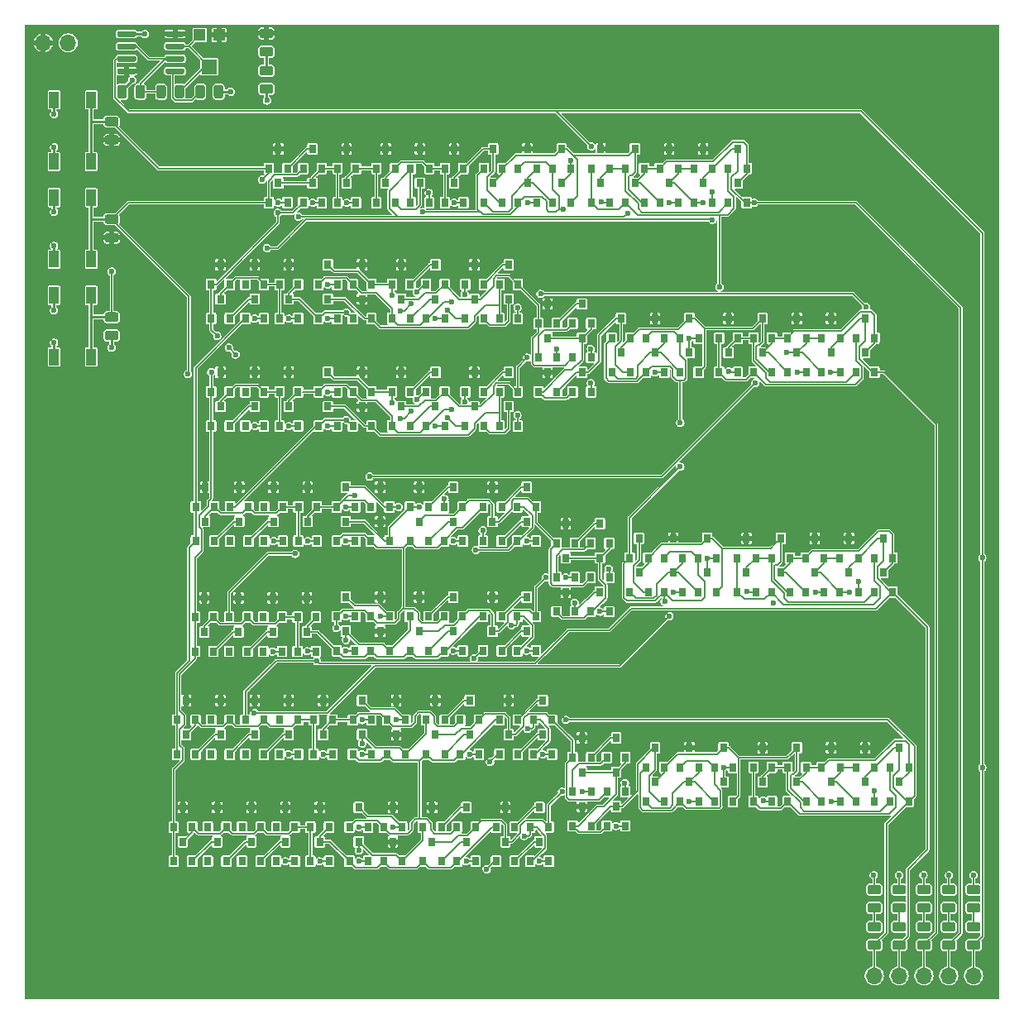
<source format=gbr>
%TF.GenerationSoftware,KiCad,Pcbnew,(5.99.0-3349-gc9824bbd9)*%
%TF.CreationDate,2020-09-24T16:48:39-07:00*%
%TF.ProjectId,Counter,436f756e-7465-4722-9e6b-696361645f70,rev?*%
%TF.SameCoordinates,Original*%
%TF.FileFunction,Copper,L1,Top*%
%TF.FilePolarity,Positive*%
%FSLAX46Y46*%
G04 Gerber Fmt 4.6, Leading zero omitted, Abs format (unit mm)*
G04 Created by KiCad (PCBNEW (5.99.0-3349-gc9824bbd9)) date 2020-09-24 16:48:39*
%MOMM*%
%LPD*%
G01*
G04 APERTURE LIST*
%TA.AperFunction,SMDPad,CuDef*%
%ADD10R,0.800000X0.900000*%
%TD*%
%TA.AperFunction,ComponentPad*%
%ADD11O,1.700000X1.700000*%
%TD*%
%TA.AperFunction,SMDPad,CuDef*%
%ADD12R,1.200000X1.200000*%
%TD*%
%TA.AperFunction,SMDPad,CuDef*%
%ADD13R,1.600000X1.500000*%
%TD*%
%TA.AperFunction,SMDPad,CuDef*%
%ADD14R,1.000000X1.700000*%
%TD*%
%TA.AperFunction,ViaPad*%
%ADD15C,0.600000*%
%TD*%
%TA.AperFunction,Conductor*%
%ADD16C,0.127000*%
%TD*%
%TA.AperFunction,Conductor*%
%ADD17C,0.250000*%
%TD*%
G04 APERTURE END LIST*
D10*
%TO.P,Q52,1,G*%
%TO.N,/B3*%
X56681002Y-86816702D03*
%TO.P,Q52,2,S*%
%TO.N,GND*%
X58581002Y-86816702D03*
%TO.P,Q52,3,D*%
%TO.N,Net-(Q51-Pad2)*%
X57631002Y-84816702D03*
%TD*%
%TO.P,U21,1,G*%
%TO.N,/XOR5/!B*%
X53181002Y-83316702D03*
%TO.P,U21,2,S*%
%TO.N,Net-(Q50-Pad3)*%
X55081002Y-83316702D03*
%TO.P,U21,3,D*%
%TO.N,+3V3*%
X54131002Y-81316702D03*
%TD*%
%TO.P,Q128,1,G*%
%TO.N,Net-(Q125-Pad3)*%
X68181002Y-49725000D03*
%TO.P,Q128,2,S*%
%TO.N,GND*%
X70081002Y-49725000D03*
%TO.P,Q128,3,D*%
%TO.N,/Q_19*%
X69131002Y-47725000D03*
%TD*%
%TO.P,Q1,1,G*%
%TO.N,/B0*%
X29608403Y-61500000D03*
%TO.P,Q1,2,S*%
%TO.N,Net-(Q1-Pad2)*%
X31508403Y-61500000D03*
%TO.P,Q1,3,D*%
%TO.N,+3V3*%
X30558403Y-59500000D03*
%TD*%
%TO.P,U74,1,G*%
%TO.N,/FF_RST2/!RST*%
X79181002Y-47725000D03*
%TO.P,U74,2,S*%
%TO.N,/Q_18*%
X81081002Y-47725000D03*
%TO.P,U74,3,D*%
%TO.N,GND*%
X80131002Y-45725000D03*
%TD*%
%TO.P,Q80,1,G*%
%TO.N,/RST*%
X77523904Y-70225000D03*
%TO.P,Q80,2,S*%
%TO.N,GND*%
X79423904Y-70225000D03*
%TO.P,Q80,3,D*%
%TO.N,/
FF_RST3/!RST*%
X78473904Y-68225000D03*
%TD*%
%TO.P,Q111,1,G*%
%TO.N,/B1*%
X49681002Y-42225000D03*
%TO.P,Q111,2,S*%
%TO.N,Net-(Q111-Pad2)*%
X51581002Y-42225000D03*
%TO.P,Q111,3,D*%
%TO.N,/Q_16*%
X50631002Y-40225000D03*
%TD*%
%TO.P,Q25,1,G*%
%TO.N,/!B1*%
X30841753Y-97777453D03*
%TO.P,Q25,2,S*%
%TO.N,Net-(Q25-Pad2)*%
X32741753Y-97777453D03*
%TO.P,Q25,3,D*%
%TO.N,Net-(Q24-Pad2)*%
X31791753Y-95777453D03*
%TD*%
%TO.P,U57,1,G*%
%TO.N,/!B3*%
X97181002Y-88159604D03*
%TO.P,U57,2,S*%
%TO.N,/B3*%
X99081002Y-88159604D03*
%TO.P,U57,3,D*%
%TO.N,+3V3*%
X98131002Y-86159604D03*
%TD*%
%TO.P,U56,1,G*%
%TO.N,/CLK*%
X100681002Y-88159604D03*
%TO.P,U56,2,S*%
%TO.N,Net-(Q97-Pad3)*%
X102581002Y-88159604D03*
%TO.P,U56,3,D*%
%TO.N,/B3*%
X101631002Y-86159604D03*
%TD*%
D11*
%TO.P,J1,1,Pin_1*%
%TO.N,+3V3*%
X14000000Y-14000000D03*
%TO.P,J1,2,Pin_2*%
%TO.N,GND*%
X16540000Y-14000000D03*
%TD*%
D10*
%TO.P,Q57,1,G*%
%TO.N,/B3*%
X45341753Y-94277453D03*
%TO.P,Q57,2,S*%
%TO.N,GND*%
X47241753Y-94277453D03*
%TO.P,Q57,3,D*%
%TO.N,/XOR6/!A*%
X46291753Y-92277453D03*
%TD*%
%TO.P,Q35,1,G*%
%TO.N,/B2*%
X51523904Y-65000000D03*
%TO.P,Q35,2,S*%
%TO.N,Net-(Q35-Pad2)*%
X53423904Y-65000000D03*
%TO.P,Q35,3,D*%
%TO.N,/Q_6*%
X52473904Y-63000000D03*
%TD*%
%TO.P,U6,1,G*%
%TO.N,/UP*%
X38181002Y-83316702D03*
%TO.P,U6,2,S*%
%TO.N,Net-(Q13-Pad2)*%
X40081002Y-83316702D03*
%TO.P,U6,3,D*%
%TO.N,+3V3*%
X39131002Y-81316702D03*
%TD*%
%TO.P,Q118,1,G*%
%TO.N,/B1*%
X53181002Y-49725000D03*
%TO.P,Q118,2,S*%
%TO.N,/Q_17*%
X55081002Y-49725000D03*
%TO.P,Q118,3,D*%
%TO.N,Net-(Q118-Pad3)*%
X54131002Y-47725000D03*
%TD*%
%TO.P,U33,1,G*%
%TO.N,/Q_6*%
X66523904Y-65225000D03*
%TO.P,U33,2,S*%
%TO.N,Net-(Q73-Pad3)*%
X68423904Y-65225000D03*
%TO.P,U33,3,D*%
%TO.N,+3V3*%
X67473904Y-63225000D03*
%TD*%
%TO.P,U8,1,G*%
%TO.N,/DW*%
X37841753Y-94277453D03*
%TO.P,U8,2,S*%
%TO.N,Net-(Q21-Pad2)*%
X39741753Y-94277453D03*
%TO.P,U8,3,D*%
%TO.N,+3V3*%
X38791753Y-92277453D03*
%TD*%
%TO.P,Q47,1,G*%
%TO.N,/XOR4/!A*%
X62523904Y-76225000D03*
%TO.P,Q47,2,S*%
%TO.N,GND*%
X64423904Y-76225000D03*
%TO.P,Q47,3,D*%
%TO.N,Net-(Q46-Pad2)*%
X63473904Y-74225000D03*
%TD*%
D11*
%TO.P,J2,1,Pin_1*%
%TO.N,/CLK*%
X109220000Y-109500000D03*
%TO.P,J2,2,Pin_2*%
%TO.N,/B0*%
X106680000Y-109500000D03*
%TO.P,J2,3,Pin_3*%
%TO.N,/B1*%
X104140000Y-109500000D03*
%TO.P,J2,4,Pin_4*%
%TO.N,/B2*%
X101600000Y-109500000D03*
%TO.P,J2,5,Pin_5*%
%TO.N,/B3*%
X99060000Y-109500000D03*
%TD*%
D10*
%TO.P,U3,1,G*%
%TO.N,Net-(Q1-Pad2)*%
X40108403Y-61500000D03*
%TO.P,U3,2,S*%
%TO.N,/Q_3*%
X42008403Y-61500000D03*
%TO.P,U3,3,D*%
%TO.N,+3V3*%
X41058403Y-59500000D03*
%TD*%
%TO.P,U27,1,G*%
%TO.N,/Q_8*%
X48841753Y-97777453D03*
%TO.P,U27,2,S*%
%TO.N,/XOR6/!B*%
X50741753Y-97777453D03*
%TO.P,U27,3,D*%
%TO.N,+3V3*%
X49791753Y-95777453D03*
%TD*%
%TO.P,Q78,1,G*%
%TO.N,/Q_10*%
X71681002Y-90659604D03*
%TO.P,Q78,2,S*%
%TO.N,GND*%
X73581002Y-90659604D03*
%TO.P,Q78,3,D*%
%TO.N,Net-(Q76-Pad3)*%
X72631002Y-88659604D03*
%TD*%
%TO.P,Q67,1,G*%
%TO.N,/!B0*%
X51600000Y-30365501D03*
%TO.P,Q67,2,S*%
%TO.N,GND*%
X53500000Y-30365501D03*
%TO.P,Q67,3,D*%
%TO.N,Net-(Q66-Pad2)*%
X52550000Y-28365501D03*
%TD*%
D12*
%TO.P,RV1,1,1*%
%TO.N,+3V3*%
X32000000Y-13200000D03*
D13*
%TO.P,RV1,2,2*%
%TO.N,Net-(R6-Pad1)*%
X31000000Y-16450000D03*
D12*
%TO.P,RV1,3,3*%
X30000000Y-13200000D03*
%TD*%
D10*
%TO.P,Q89,1,G*%
%TO.N,/FF1/!CLK*%
X84100000Y-30365501D03*
%TO.P,Q89,2,S*%
%TO.N,/B0*%
X86000000Y-30365501D03*
%TO.P,Q89,3,D*%
%TO.N,Net-(Q87-Pad3)*%
X85050000Y-28365501D03*
%TD*%
%TO.P,Q26,1,G*%
%TO.N,/!B2*%
X34341753Y-97777453D03*
%TO.P,Q26,2,S*%
%TO.N,Net-(Q26-Pad2)*%
X36241753Y-97777453D03*
%TO.P,Q26,3,D*%
%TO.N,Net-(Q25-Pad2)*%
X35291753Y-95777453D03*
%TD*%
%TO.P,Q12,1,G*%
%TO.N,Net-(Q12-Pad1)*%
X40023904Y-76300000D03*
%TO.P,Q12,2,S*%
%TO.N,GND*%
X41923904Y-76300000D03*
%TO.P,Q12,3,D*%
%TO.N,/Q_4*%
X40973904Y-74300000D03*
%TD*%
%TO.P,Q41,1,G*%
%TO.N,/B2*%
X44023904Y-72725000D03*
%TO.P,Q41,2,S*%
%TO.N,GND*%
X45923904Y-72725000D03*
%TO.P,Q41,3,D*%
%TO.N,/XOR4/!A*%
X44973904Y-70725000D03*
%TD*%
D14*
%TO.P,SW2,1,1*%
%TO.N,GND*%
X15100000Y-29850000D03*
X15100000Y-36150000D03*
%TO.P,SW2,2,2*%
%TO.N,/DW*%
X18900000Y-29850000D03*
X18900000Y-36150000D03*
%TD*%
D10*
%TO.P,Q109,1,G*%
%TO.N,/Q*%
X42181002Y-42225000D03*
%TO.P,Q109,2,S*%
%TO.N,GND*%
X44081002Y-42225000D03*
%TO.P,Q109,3,D*%
%TO.N,/XOR1/!A*%
X43131002Y-40225000D03*
%TD*%
%TO.P,R9,1*%
%TO.N,Net-(D6-Pad1)*%
%TA.AperFunction,SMDPad,CuDef*%
G36*
G01*
X36373750Y-16355000D02*
X37286250Y-16355000D01*
G75*
G02*
X37530000Y-16598750I0J-243750D01*
G01*
X37530000Y-17086250D01*
G75*
G02*
X37286250Y-17330000I-243750J0D01*
G01*
X36373750Y-17330000D01*
G75*
G02*
X36130000Y-17086250I0J243750D01*
G01*
X36130000Y-16598750D01*
G75*
G02*
X36373750Y-16355000I243750J0D01*
G01*
G37*
%TD.AperFunction*%
%TO.P,R9,2*%
%TO.N,GND*%
%TA.AperFunction,SMDPad,CuDef*%
G36*
G01*
X36373750Y-18230000D02*
X37286250Y-18230000D01*
G75*
G02*
X37530000Y-18473750I0J-243750D01*
G01*
X37530000Y-18961250D01*
G75*
G02*
X37286250Y-19205000I-243750J0D01*
G01*
X36373750Y-19205000D01*
G75*
G02*
X36130000Y-18961250I0J243750D01*
G01*
X36130000Y-18473750D01*
G75*
G02*
X36373750Y-18230000I243750J0D01*
G01*
G37*
%TD.AperFunction*%
%TD*%
%TO.P,Q136,1,G*%
%TO.N,/!B1*%
X93681002Y-47725000D03*
%TO.P,Q136,2,S*%
%TO.N,GND*%
X95581002Y-47725000D03*
%TO.P,Q136,3,D*%
%TO.N,/B1*%
X94631002Y-45725000D03*
%TD*%
%TO.P,U75,1,G*%
%TO.N,/CLK*%
X83181002Y-44225000D03*
%TO.P,U75,2,S*%
%TO.N,/FF2/!CLK*%
X85081002Y-44225000D03*
%TO.P,U75,3,D*%
%TO.N,+3V3*%
X84131002Y-42225000D03*
%TD*%
%TO.P,Q132,1,G*%
%TO.N,/CLK*%
X83181002Y-47725000D03*
%TO.P,Q132,2,S*%
%TO.N,GND*%
X85081002Y-47725000D03*
%TO.P,Q132,3,D*%
%TO.N,/FF2/!CLK*%
X84131002Y-45725000D03*
%TD*%
%TO.P,U32,1,G*%
%TO.N,/FF_RST1/!RST*%
X66100000Y-30365501D03*
%TO.P,U32,2,S*%
%TO.N,/Q_14*%
X68000000Y-30365501D03*
%TO.P,U32,3,D*%
%TO.N,GND*%
X67050000Y-28365501D03*
%TD*%
%TO.P,U45,1,G*%
%TO.N,Net-(Q87-Pad3)*%
X77100000Y-26865501D03*
%TO.P,U45,2,S*%
%TO.N,/!B0*%
X79000000Y-26865501D03*
%TO.P,U45,3,D*%
%TO.N,+3V3*%
X78050000Y-24865501D03*
%TD*%
%TO.P,R1,1*%
%TO.N,+3V3*%
%TA.AperFunction,SMDPad,CuDef*%
G36*
G01*
X21456250Y-24425000D02*
X20543750Y-24425000D01*
G75*
G02*
X20300000Y-24181250I0J243750D01*
G01*
X20300000Y-23693750D01*
G75*
G02*
X20543750Y-23450000I243750J0D01*
G01*
X21456250Y-23450000D01*
G75*
G02*
X21700000Y-23693750I0J-243750D01*
G01*
X21700000Y-24181250D01*
G75*
G02*
X21456250Y-24425000I-243750J0D01*
G01*
G37*
%TD.AperFunction*%
%TO.P,R1,2*%
%TO.N,/UP*%
%TA.AperFunction,SMDPad,CuDef*%
G36*
G01*
X21456250Y-22550000D02*
X20543750Y-22550000D01*
G75*
G02*
X20300000Y-22306250I0J243750D01*
G01*
X20300000Y-21818750D01*
G75*
G02*
X20543750Y-21575000I243750J0D01*
G01*
X21456250Y-21575000D01*
G75*
G02*
X21700000Y-21818750I0J-243750D01*
G01*
X21700000Y-22306250D01*
G75*
G02*
X21456250Y-22550000I-243750J0D01*
G01*
G37*
%TD.AperFunction*%
%TD*%
%TO.P,U23,1,G*%
%TO.N,/B3*%
X49181002Y-86816702D03*
%TO.P,U23,2,S*%
%TO.N,/XOR5/!B*%
X51081002Y-86816702D03*
%TO.P,U23,3,D*%
%TO.N,+3V3*%
X50131002Y-84816702D03*
%TD*%
%TO.P,Q44,1,G*%
%TO.N,/Q_4*%
X55023904Y-76225000D03*
%TO.P,Q44,2,S*%
%TO.N,GND*%
X56923904Y-76225000D03*
%TO.P,Q44,3,D*%
%TO.N,Net-(Q43-Pad2)*%
X55973904Y-74225000D03*
%TD*%
%TO.P,U42,1,G*%
%TO.N,/
FF_RST4/!RST*%
X82681002Y-91659604D03*
%TO.P,U42,2,S*%
%TO.N,/Q_1*%
X84581002Y-91659604D03*
%TO.P,U42,3,D*%
%TO.N,GND*%
X83631002Y-89659604D03*
%TD*%
%TO.P,Q33,1,G*%
%TO.N,/Q_3*%
X44023904Y-61500000D03*
%TO.P,Q33,2,S*%
%TO.N,GND*%
X45923904Y-61500000D03*
%TO.P,Q33,3,D*%
%TO.N,/XOR3/!A*%
X44973904Y-59500000D03*
%TD*%
%TO.P,Q10,1,G*%
%TO.N,/!B1*%
X33023904Y-76300000D03*
%TO.P,Q10,2,S*%
%TO.N,Net-(Q10-Pad2)*%
X34923904Y-76300000D03*
%TO.P,Q10,3,D*%
%TO.N,Net-(Q10-Pad3)*%
X33973904Y-74300000D03*
%TD*%
%TO.P,Q30,1,G*%
%TO.N,/DW*%
X40600000Y-26865501D03*
%TO.P,Q30,2,S*%
%TO.N,Net-(Q29-Pad3)*%
X42500000Y-26865501D03*
%TO.P,Q30,3,D*%
%TO.N,Net-(Q30-Pad3)*%
X41550000Y-24865501D03*
%TD*%
%TO.P,Q43,1,G*%
%TO.N,/Q_4*%
X51523904Y-76225000D03*
%TO.P,Q43,2,S*%
%TO.N,Net-(Q43-Pad2)*%
X53423904Y-76225000D03*
%TO.P,Q43,3,D*%
%TO.N,/Q_7*%
X52473904Y-74225000D03*
%TD*%
%TO.P,Q97,1,G*%
%TO.N,/CLK*%
X90181002Y-91659604D03*
%TO.P,Q97,2,S*%
%TO.N,/Q_1*%
X92081002Y-91659604D03*
%TO.P,Q97,3,D*%
%TO.N,Net-(Q97-Pad3)*%
X91131002Y-89659604D03*
%TD*%
%TO.P,Q135,1,G*%
%TO.N,/FF2/!CLK*%
X97181002Y-47725000D03*
%TO.P,Q135,2,S*%
%TO.N,/B1*%
X99081002Y-47725000D03*
%TO.P,Q135,3,D*%
%TO.N,Net-(Q133-Pad3)*%
X98131002Y-45725000D03*
%TD*%
%TO.P,Q88,1,G*%
%TO.N,Net-(Q87-Pad3)*%
X77100000Y-30365501D03*
%TO.P,Q88,2,S*%
%TO.N,GND*%
X79000000Y-30365501D03*
%TO.P,Q88,3,D*%
%TO.N,/!B0*%
X78050000Y-28365501D03*
%TD*%
%TO.P,Q100,1,G*%
%TO.N,/!B3*%
X97181002Y-91659604D03*
%TO.P,Q100,2,S*%
%TO.N,GND*%
X99081002Y-91659604D03*
%TO.P,Q100,3,D*%
%TO.N,/B3*%
X98131002Y-89659604D03*
%TD*%
%TO.P,U22,1,G*%
%TO.N,/B3*%
X60681002Y-83316702D03*
%TO.P,U22,2,S*%
%TO.N,Net-(Q53-Pad3)*%
X62581002Y-83316702D03*
%TO.P,U22,3,D*%
%TO.N,+3V3*%
X61631002Y-81316702D03*
%TD*%
%TO.P,R2,1*%
%TO.N,+3V3*%
%TA.AperFunction,SMDPad,CuDef*%
G36*
G01*
X21456250Y-34425000D02*
X20543750Y-34425000D01*
G75*
G02*
X20300000Y-34181250I0J243750D01*
G01*
X20300000Y-33693750D01*
G75*
G02*
X20543750Y-33450000I243750J0D01*
G01*
X21456250Y-33450000D01*
G75*
G02*
X21700000Y-33693750I0J-243750D01*
G01*
X21700000Y-34181250D01*
G75*
G02*
X21456250Y-34425000I-243750J0D01*
G01*
G37*
%TD.AperFunction*%
%TO.P,R2,2*%
%TO.N,/DW*%
%TA.AperFunction,SMDPad,CuDef*%
G36*
G01*
X21456250Y-32550000D02*
X20543750Y-32550000D01*
G75*
G02*
X20300000Y-32306250I0J243750D01*
G01*
X20300000Y-31818750D01*
G75*
G02*
X20543750Y-31575000I243750J0D01*
G01*
X21456250Y-31575000D01*
G75*
G02*
X21700000Y-31818750I0J-243750D01*
G01*
X21700000Y-32306250D01*
G75*
G02*
X21456250Y-32550000I-243750J0D01*
G01*
G37*
%TD.AperFunction*%
%TD*%
%TO.P,Q108,1,G*%
%TO.N,Net-(Q105-Pad2)*%
X38181002Y-53225000D03*
%TO.P,Q108,2,S*%
%TO.N,GND*%
X40081002Y-53225000D03*
%TO.P,Q108,3,D*%
%TO.N,/Q_20*%
X39131002Y-51225000D03*
%TD*%
%TO.P,U30,1,G*%
%TO.N,/RST*%
X62600000Y-26865501D03*
%TO.P,U30,2,S*%
%TO.N,/FF_RST1/!RST*%
X64500000Y-26865501D03*
%TO.P,U30,3,D*%
%TO.N,+3V3*%
X63550000Y-24865501D03*
%TD*%
%TO.P,Q92,1,G*%
%TO.N,/CLK*%
X88523904Y-70225000D03*
%TO.P,Q92,2,S*%
%TO.N,/Q_2*%
X90423904Y-70225000D03*
%TO.P,Q92,3,D*%
%TO.N,Net-(Q92-Pad3)*%
X89473904Y-68225000D03*
%TD*%
%TO.P,U60,1,G*%
%TO.N,/DW*%
X34681002Y-49725000D03*
%TO.P,U60,2,S*%
%TO.N,Net-(Q105-Pad2)*%
X36581002Y-49725000D03*
%TO.P,U60,3,D*%
%TO.N,+3V3*%
X35631002Y-47725000D03*
%TD*%
%TO.P,Q45,1,G*%
%TO.N,/XOR4/!A*%
X62523904Y-72725000D03*
%TO.P,Q45,2,S*%
%TO.N,/Q_7*%
X64423904Y-72725000D03*
%TO.P,Q45,3,D*%
%TO.N,Net-(Q45-Pad3)*%
X63473904Y-70725000D03*
%TD*%
%TO.P,U51,1,G*%
%TO.N,/CLK*%
X99023904Y-66725000D03*
%TO.P,U51,2,S*%
%TO.N,Net-(Q92-Pad3)*%
X100923904Y-66725000D03*
%TO.P,U51,3,D*%
%TO.N,/B2*%
X99973904Y-64725000D03*
%TD*%
%TO.P,Q29,1,G*%
%TO.N,/DW*%
X37100000Y-30365501D03*
%TO.P,Q29,2,S*%
%TO.N,GND*%
X39000000Y-30365501D03*
%TO.P,Q29,3,D*%
%TO.N,Net-(Q29-Pad3)*%
X38050000Y-28365501D03*
%TD*%
%TO.P,Q72,1,G*%
%TO.N,/Q_7*%
X66523904Y-68725000D03*
%TO.P,Q72,2,S*%
%TO.N,GND*%
X68423904Y-68725000D03*
%TO.P,Q72,3,D*%
%TO.N,Net-(Q72-Pad3)*%
X67473904Y-66725000D03*
%TD*%
%TO.P,Q31,1,G*%
%TO.N,/UP*%
X40600000Y-30365501D03*
%TO.P,Q31,2,S*%
%TO.N,GND*%
X42500000Y-30365501D03*
%TO.P,Q31,3,D*%
%TO.N,Net-(Q29-Pad3)*%
X41550000Y-28365501D03*
%TD*%
%TO.P,U26,1,G*%
%TO.N,/Q_8*%
X60341753Y-94277453D03*
%TO.P,U26,2,S*%
%TO.N,Net-(Q61-Pad3)*%
X62241753Y-94277453D03*
%TO.P,U26,3,D*%
%TO.N,+3V3*%
X61291753Y-92277453D03*
%TD*%
%TO.P,Q131,1,G*%
%TO.N,/RST*%
X79181002Y-44225000D03*
%TO.P,Q131,2,S*%
%TO.N,GND*%
X81081002Y-44225000D03*
%TO.P,Q131,3,D*%
%TO.N,/Q_18*%
X80131002Y-42225000D03*
%TD*%
%TO.P,U14,1,G*%
%TO.N,/B2*%
X59023904Y-61500000D03*
%TO.P,U14,2,S*%
%TO.N,Net-(Q37-Pad3)*%
X60923904Y-61500000D03*
%TO.P,U14,3,D*%
%TO.N,+3V3*%
X59973904Y-59500000D03*
%TD*%
%TO.P,U58,1,G*%
%TO.N,/B0*%
X34681002Y-38725000D03*
%TO.P,U58,2,S*%
%TO.N,Net-(Q101-Pad2)*%
X36581002Y-38725000D03*
%TO.P,U58,3,D*%
%TO.N,+3V3*%
X35631002Y-36725000D03*
%TD*%
%TO.P,Q105,1,G*%
%TO.N,/!B0*%
X31181002Y-49725000D03*
%TO.P,Q105,2,S*%
%TO.N,Net-(Q105-Pad2)*%
X33081002Y-49725000D03*
%TO.P,Q105,3,D*%
%TO.N,+3V3*%
X32131002Y-47725000D03*
%TD*%
%TO.P,U47,1,G*%
%TO.N,/!B0*%
X80600000Y-26865501D03*
%TO.P,U47,2,S*%
%TO.N,/B0*%
X82500000Y-26865501D03*
%TO.P,U47,3,D*%
%TO.N,+3V3*%
X81550000Y-24865501D03*
%TD*%
%TO.P,Q65,1,G*%
%TO.N,/Q_5*%
X48100000Y-26865501D03*
%TO.P,Q65,2,S*%
%TO.N,Net-(Q65-Pad2)*%
X50000000Y-26865501D03*
%TO.P,Q65,3,D*%
%TO.N,+3V3*%
X49050000Y-24865501D03*
%TD*%
%TO.P,Q120,1,G*%
%TO.N,/Q_20*%
X53181002Y-53225000D03*
%TO.P,Q120,2,S*%
%TO.N,GND*%
X55081002Y-53225000D03*
%TO.P,Q120,3,D*%
%TO.N,Net-(Q119-Pad2)*%
X54131002Y-51225000D03*
%TD*%
%TO.P,U63,1,G*%
%TO.N,/XOR1/!B*%
X49681002Y-38725000D03*
%TO.P,U63,2,S*%
%TO.N,Net-(Q110-Pad3)*%
X51581002Y-38725000D03*
%TO.P,U63,3,D*%
%TO.N,+3V3*%
X50631002Y-36725000D03*
%TD*%
D14*
%TO.P,SW1,1,1*%
%TO.N,GND*%
X15100000Y-19850000D03*
X15100000Y-26150000D03*
%TO.P,SW1,2,2*%
%TO.N,/UP*%
X18900000Y-26150000D03*
X18900000Y-19850000D03*
%TD*%
D10*
%TO.P,U9,1,G*%
%TO.N,Net-(Q21-Pad2)*%
X41341753Y-94277453D03*
%TO.P,U9,2,S*%
%TO.N,/Q_8*%
X43241753Y-94277453D03*
%TO.P,U9,3,D*%
%TO.N,+3V3*%
X42291753Y-92277453D03*
%TD*%
%TO.P,Q121,1,G*%
%TO.N,/XOR2/!A*%
X60681002Y-49725000D03*
%TO.P,Q121,2,S*%
%TO.N,/Q_17*%
X62581002Y-49725000D03*
%TO.P,Q121,3,D*%
%TO.N,Net-(Q121-Pad3)*%
X61631002Y-47725000D03*
%TD*%
%TO.P,C1,1*%
%TO.N,GND*%
%TA.AperFunction,SMDPad,CuDef*%
G36*
G01*
X32425000Y-18543750D02*
X32425000Y-19456250D01*
G75*
G02*
X32181250Y-19700000I-243750J0D01*
G01*
X31693750Y-19700000D01*
G75*
G02*
X31450000Y-19456250I0J243750D01*
G01*
X31450000Y-18543750D01*
G75*
G02*
X31693750Y-18300000I243750J0D01*
G01*
X32181250Y-18300000D01*
G75*
G02*
X32425000Y-18543750I0J-243750D01*
G01*
G37*
%TD.AperFunction*%
%TO.P,C1,2*%
%TO.N,Net-(C1-Pad2)*%
%TA.AperFunction,SMDPad,CuDef*%
G36*
G01*
X30550000Y-18543750D02*
X30550000Y-19456250D01*
G75*
G02*
X30306250Y-19700000I-243750J0D01*
G01*
X29818750Y-19700000D01*
G75*
G02*
X29575000Y-19456250I0J243750D01*
G01*
X29575000Y-18543750D01*
G75*
G02*
X29818750Y-18300000I243750J0D01*
G01*
X30306250Y-18300000D01*
G75*
G02*
X30550000Y-18543750I0J-243750D01*
G01*
G37*
%TD.AperFunction*%
%TD*%
%TO.P,Q34,1,G*%
%TO.N,/Q_3*%
X55023904Y-61500000D03*
%TO.P,Q34,2,S*%
%TO.N,/Q_6*%
X56923904Y-61500000D03*
%TO.P,Q34,3,D*%
%TO.N,Net-(Q34-Pad3)*%
X55973904Y-59500000D03*
%TD*%
%TO.P,Q74,1,G*%
%TO.N,/Q_6*%
X70023904Y-68725000D03*
%TO.P,Q74,2,S*%
%TO.N,GND*%
X71923904Y-68725000D03*
%TO.P,Q74,3,D*%
%TO.N,Net-(Q72-Pad3)*%
X70973904Y-66725000D03*
%TD*%
%TO.P,U12,1,G*%
%TO.N,/Q_3*%
X47523904Y-61500000D03*
%TO.P,U12,2,S*%
%TO.N,/XOR3/!A*%
X49423904Y-61500000D03*
%TO.P,U12,3,D*%
%TO.N,+3V3*%
X48473904Y-59500000D03*
%TD*%
%TO.P,Q28,1,G*%
%TO.N,Net-(Q21-Pad2)*%
X41341753Y-97777453D03*
%TO.P,Q28,2,S*%
%TO.N,GND*%
X43241753Y-97777453D03*
%TO.P,Q28,3,D*%
%TO.N,/Q_8*%
X42291753Y-95777453D03*
%TD*%
%TO.P,Q119,1,G*%
%TO.N,/Q_20*%
X49681002Y-53225000D03*
%TO.P,Q119,2,S*%
%TO.N,Net-(Q119-Pad2)*%
X51581002Y-53225000D03*
%TO.P,Q119,3,D*%
%TO.N,/Q_17*%
X50631002Y-51225000D03*
%TD*%
%TO.P,U10,1,G*%
%TO.N,/UP*%
X37100000Y-26865501D03*
%TO.P,U10,2,S*%
%TO.N,Net-(Q30-Pad3)*%
X39000000Y-26865501D03*
%TO.P,U10,3,D*%
%TO.N,+3V3*%
X38050000Y-24865501D03*
%TD*%
%TO.P,U4,1,G*%
%TO.N,/DW*%
X36523904Y-72800000D03*
%TO.P,U4,2,S*%
%TO.N,Net-(Q12-Pad1)*%
X38423904Y-72800000D03*
%TO.P,U4,3,D*%
%TO.N,+3V3*%
X37473904Y-70800000D03*
%TD*%
%TO.P,Q7,1,G*%
%TO.N,/!B0*%
X29523904Y-72800000D03*
%TO.P,Q7,2,S*%
%TO.N,Net-(Q12-Pad1)*%
X31423904Y-72800000D03*
%TO.P,Q7,3,D*%
%TO.N,+3V3*%
X30473904Y-70800000D03*
%TD*%
%TO.P,Q18,1,G*%
%TO.N,/B2*%
X34681002Y-86816702D03*
%TO.P,Q18,2,S*%
%TO.N,Net-(Q18-Pad2)*%
X36581002Y-86816702D03*
%TO.P,Q18,3,D*%
%TO.N,Net-(Q17-Pad2)*%
X35631002Y-84816702D03*
%TD*%
%TO.P,Q49,1,G*%
%TO.N,/Q_9*%
X45681002Y-83316702D03*
%TO.P,Q49,2,S*%
%TO.N,GND*%
X47581002Y-83316702D03*
%TO.P,Q49,3,D*%
%TO.N,/XOR5/!A*%
X46631002Y-81316702D03*
%TD*%
%TO.P,Q134,1,G*%
%TO.N,Net-(Q133-Pad3)*%
X90181002Y-47725000D03*
%TO.P,Q134,2,S*%
%TO.N,GND*%
X92081002Y-47725000D03*
%TO.P,Q134,3,D*%
%TO.N,/!B1*%
X91131002Y-45725000D03*
%TD*%
%TO.P,U48,1,G*%
%TO.N,/CLK*%
X85023904Y-66725000D03*
%TO.P,U48,2,S*%
%TO.N,/FF3/!CLK*%
X86923904Y-66725000D03*
%TO.P,U48,3,D*%
%TO.N,+3V3*%
X85973904Y-64725000D03*
%TD*%
%TO.P,U66,1,G*%
%TO.N,/B1*%
X45681002Y-53225000D03*
%TO.P,U66,2,S*%
%TO.N,/XOR2/!A*%
X47581002Y-53225000D03*
%TO.P,U66,3,D*%
%TO.N,+3V3*%
X46631002Y-51225000D03*
%TD*%
%TO.P,R8,1*%
%TO.N,Net-(D5-Pad1)*%
%TA.AperFunction,SMDPad,CuDef*%
G36*
G01*
X109676250Y-103025000D02*
X108763750Y-103025000D01*
G75*
G02*
X108520000Y-102781250I0J243750D01*
G01*
X108520000Y-102293750D01*
G75*
G02*
X108763750Y-102050000I243750J0D01*
G01*
X109676250Y-102050000D01*
G75*
G02*
X109920000Y-102293750I0J-243750D01*
G01*
X109920000Y-102781250D01*
G75*
G02*
X109676250Y-103025000I-243750J0D01*
G01*
G37*
%TD.AperFunction*%
%TO.P,R8,2*%
%TO.N,GND*%
%TA.AperFunction,SMDPad,CuDef*%
G36*
G01*
X109676250Y-101150000D02*
X108763750Y-101150000D01*
G75*
G02*
X108520000Y-100906250I0J243750D01*
G01*
X108520000Y-100418750D01*
G75*
G02*
X108763750Y-100175000I243750J0D01*
G01*
X109676250Y-100175000D01*
G75*
G02*
X109920000Y-100418750I0J-243750D01*
G01*
X109920000Y-100906250D01*
G75*
G02*
X109676250Y-101150000I-243750J0D01*
G01*
G37*
%TD.AperFunction*%
%TD*%
%TO.P,C2,1*%
%TO.N,GND*%
%TA.AperFunction,SMDPad,CuDef*%
G36*
G01*
X21575000Y-19456250D02*
X21575000Y-18543750D01*
G75*
G02*
X21818750Y-18300000I243750J0D01*
G01*
X22306250Y-18300000D01*
G75*
G02*
X22550000Y-18543750I0J-243750D01*
G01*
X22550000Y-19456250D01*
G75*
G02*
X22306250Y-19700000I-243750J0D01*
G01*
X21818750Y-19700000D01*
G75*
G02*
X21575000Y-19456250I0J243750D01*
G01*
G37*
%TD.AperFunction*%
%TO.P,C2,2*%
%TO.N,Net-(C2-Pad2)*%
%TA.AperFunction,SMDPad,CuDef*%
G36*
G01*
X23450000Y-19456250D02*
X23450000Y-18543750D01*
G75*
G02*
X23693750Y-18300000I243750J0D01*
G01*
X24181250Y-18300000D01*
G75*
G02*
X24425000Y-18543750I0J-243750D01*
G01*
X24425000Y-19456250D01*
G75*
G02*
X24181250Y-19700000I-243750J0D01*
G01*
X23693750Y-19700000D01*
G75*
G02*
X23450000Y-19456250I0J243750D01*
G01*
G37*
%TD.AperFunction*%
%TD*%
%TO.P,R6,1*%
%TO.N,Net-(R6-Pad1)*%
%TA.AperFunction,SMDPad,CuDef*%
G36*
G01*
X28425000Y-18543750D02*
X28425000Y-19456250D01*
G75*
G02*
X28181250Y-19700000I-243750J0D01*
G01*
X27693750Y-19700000D01*
G75*
G02*
X27450000Y-19456250I0J243750D01*
G01*
X27450000Y-18543750D01*
G75*
G02*
X27693750Y-18300000I243750J0D01*
G01*
X28181250Y-18300000D01*
G75*
G02*
X28425000Y-18543750I0J-243750D01*
G01*
G37*
%TD.AperFunction*%
%TO.P,R6,2*%
%TO.N,Net-(C2-Pad2)*%
%TA.AperFunction,SMDPad,CuDef*%
G36*
G01*
X26550000Y-18543750D02*
X26550000Y-19456250D01*
G75*
G02*
X26306250Y-19700000I-243750J0D01*
G01*
X25818750Y-19700000D01*
G75*
G02*
X25575000Y-19456250I0J243750D01*
G01*
X25575000Y-18543750D01*
G75*
G02*
X25818750Y-18300000I243750J0D01*
G01*
X26306250Y-18300000D01*
G75*
G02*
X26550000Y-18543750I0J-243750D01*
G01*
G37*
%TD.AperFunction*%
%TD*%
%TO.P,Q96,1,G*%
%TO.N,/CLK*%
X86681002Y-91659604D03*
%TO.P,Q96,2,S*%
%TO.N,GND*%
X88581002Y-91659604D03*
%TO.P,Q96,3,D*%
%TO.N,/FF4/!CLK*%
X87631002Y-89659604D03*
%TD*%
%TO.P,Q20,1,G*%
%TO.N,Net-(Q13-Pad2)*%
X41681002Y-86816702D03*
%TO.P,Q20,2,S*%
%TO.N,GND*%
X43581002Y-86816702D03*
%TO.P,Q20,3,D*%
%TO.N,/Q_9*%
X42631002Y-84816702D03*
%TD*%
%TO.P,Q84,1,G*%
%TO.N,/
FF_RST4/!RST*%
X75681002Y-91659604D03*
%TO.P,Q84,2,S*%
%TO.N,/Q_15*%
X77581002Y-91659604D03*
%TO.P,Q84,3,D*%
%TO.N,/Q_1*%
X76631002Y-89659604D03*
%TD*%
%TO.P,U37,1,G*%
%TO.N,/RST*%
X77523904Y-66725000D03*
%TO.P,U37,2,S*%
%TO.N,/
FF_RST3/!RST*%
X79423904Y-66725000D03*
%TO.P,U37,3,D*%
%TO.N,+3V3*%
X78473904Y-64725000D03*
%TD*%
%TO.P,Q116,1,G*%
%TO.N,/B1*%
X42181002Y-38725000D03*
%TO.P,Q116,2,S*%
%TO.N,GND*%
X44081002Y-38725000D03*
%TO.P,Q116,3,D*%
%TO.N,/XOR1/!B*%
X43131002Y-36725000D03*
%TD*%
%TO.P,D3,1,K*%
%TO.N,Net-(D3-Pad1)*%
%TA.AperFunction,SMDPad,CuDef*%
G36*
G01*
X101143750Y-103985000D02*
X102056250Y-103985000D01*
G75*
G02*
X102300000Y-104228750I0J-243750D01*
G01*
X102300000Y-104716250D01*
G75*
G02*
X102056250Y-104960000I-243750J0D01*
G01*
X101143750Y-104960000D01*
G75*
G02*
X100900000Y-104716250I0J243750D01*
G01*
X100900000Y-104228750D01*
G75*
G02*
X101143750Y-103985000I243750J0D01*
G01*
G37*
%TD.AperFunction*%
%TO.P,D3,2,A*%
%TO.N,/B2*%
%TA.AperFunction,SMDPad,CuDef*%
G36*
G01*
X101143750Y-105860000D02*
X102056250Y-105860000D01*
G75*
G02*
X102300000Y-106103750I0J-243750D01*
G01*
X102300000Y-106591250D01*
G75*
G02*
X102056250Y-106835000I-243750J0D01*
G01*
X101143750Y-106835000D01*
G75*
G02*
X100900000Y-106591250I0J243750D01*
G01*
X100900000Y-106103750D01*
G75*
G02*
X101143750Y-105860000I243750J0D01*
G01*
G37*
%TD.AperFunction*%
%TD*%
%TO.P,Q69,1,G*%
%TO.N,/RST*%
X62600000Y-30365501D03*
%TO.P,Q69,2,S*%
%TO.N,GND*%
X64500000Y-30365501D03*
%TO.P,Q69,3,D*%
%TO.N,/FF_RST1/!RST*%
X63550000Y-28365501D03*
%TD*%
D14*
%TO.P,SW3,1,1*%
%TO.N,GND*%
X15100000Y-39850000D03*
X15100000Y-46150000D03*
%TO.P,SW3,2,2*%
%TO.N,/RST*%
X18900000Y-39850000D03*
X18900000Y-46150000D03*
%TD*%
D10*
%TO.P,Q103,1,G*%
%TO.N,/B0*%
X34681002Y-42225000D03*
%TO.P,Q103,2,S*%
%TO.N,GND*%
X36581002Y-42225000D03*
%TO.P,Q103,3,D*%
%TO.N,Net-(Q102-Pad2)*%
X35631002Y-40225000D03*
%TD*%
%TO.P,Q133,1,G*%
%TO.N,/CLK*%
X86681002Y-47725000D03*
%TO.P,Q133,2,S*%
%TO.N,/Q_18*%
X88581002Y-47725000D03*
%TO.P,Q133,3,D*%
%TO.N,Net-(Q133-Pad3)*%
X87631002Y-45725000D03*
%TD*%
%TO.P,Q66,1,G*%
%TO.N,/Q_5*%
X48100000Y-30365501D03*
%TO.P,Q66,2,S*%
%TO.N,Net-(Q66-Pad2)*%
X50000000Y-30365501D03*
%TO.P,Q66,3,D*%
%TO.N,Net-(Q65-Pad2)*%
X49050000Y-28365501D03*
%TD*%
%TO.P,Q56,1,G*%
%TO.N,/B3*%
X45681002Y-86816702D03*
%TO.P,Q56,2,S*%
%TO.N,GND*%
X47581002Y-86816702D03*
%TO.P,Q56,3,D*%
%TO.N,/XOR5/!B*%
X46631002Y-84816702D03*
%TD*%
%TO.P,Q22,1,G*%
%TO.N,/!B1*%
X30841753Y-94277453D03*
%TO.P,Q22,2,S*%
%TO.N,Net-(Q21-Pad2)*%
X32741753Y-94277453D03*
%TO.P,Q22,3,D*%
%TO.N,+3V3*%
X31791753Y-92277453D03*
%TD*%
%TO.P,Q75,1,G*%
%TO.N,Net-(Q72-Pad3)*%
X70023904Y-72225000D03*
%TO.P,Q75,2,S*%
%TO.N,GND*%
X71923904Y-72225000D03*
%TO.P,Q75,3,D*%
%TO.N,/Q_13*%
X70973904Y-70225000D03*
%TD*%
%TO.P,Q107,1,G*%
%TO.N,/DW*%
X34681002Y-53225000D03*
%TO.P,Q107,2,S*%
%TO.N,GND*%
X36581002Y-53225000D03*
%TO.P,Q107,3,D*%
%TO.N,Net-(Q106-Pad2)*%
X35631002Y-51225000D03*
%TD*%
%TO.P,Q73,1,G*%
%TO.N,/Q_7*%
X70023904Y-65225000D03*
%TO.P,Q73,2,S*%
%TO.N,Net-(Q72-Pad3)*%
X71923904Y-65225000D03*
%TO.P,Q73,3,D*%
%TO.N,Net-(Q73-Pad3)*%
X70973904Y-63225000D03*
%TD*%
%TO.P,Q95,1,G*%
%TO.N,/!B2*%
X95523904Y-70225000D03*
%TO.P,Q95,2,S*%
%TO.N,GND*%
X97423904Y-70225000D03*
%TO.P,Q95,3,D*%
%TO.N,/B2*%
X96473904Y-68225000D03*
%TD*%
%TO.P,R4,1*%
%TO.N,Net-(D2-Pad1)*%
%TA.AperFunction,SMDPad,CuDef*%
G36*
G01*
X104596250Y-103025000D02*
X103683750Y-103025000D01*
G75*
G02*
X103440000Y-102781250I0J243750D01*
G01*
X103440000Y-102293750D01*
G75*
G02*
X103683750Y-102050000I243750J0D01*
G01*
X104596250Y-102050000D01*
G75*
G02*
X104840000Y-102293750I0J-243750D01*
G01*
X104840000Y-102781250D01*
G75*
G02*
X104596250Y-103025000I-243750J0D01*
G01*
G37*
%TD.AperFunction*%
%TO.P,R4,2*%
%TO.N,GND*%
%TA.AperFunction,SMDPad,CuDef*%
G36*
G01*
X104596250Y-101150000D02*
X103683750Y-101150000D01*
G75*
G02*
X103440000Y-100906250I0J243750D01*
G01*
X103440000Y-100418750D01*
G75*
G02*
X103683750Y-100175000I243750J0D01*
G01*
X104596250Y-100175000D01*
G75*
G02*
X104840000Y-100418750I0J-243750D01*
G01*
X104840000Y-100906250D01*
G75*
G02*
X104596250Y-101150000I-243750J0D01*
G01*
G37*
%TD.AperFunction*%
%TD*%
%TO.P,U7,1,G*%
%TO.N,Net-(Q13-Pad2)*%
X41681002Y-83316702D03*
%TO.P,U7,2,S*%
%TO.N,/Q_9*%
X43581002Y-83316702D03*
%TO.P,U7,3,D*%
%TO.N,+3V3*%
X42631002Y-81316702D03*
%TD*%
%TO.P,Q48,1,G*%
%TO.N,/Q_4*%
X44023904Y-76225000D03*
%TO.P,Q48,2,S*%
%TO.N,GND*%
X45923904Y-76225000D03*
%TO.P,Q48,3,D*%
%TO.N,/XOR4/!B*%
X44973904Y-74225000D03*
%TD*%
%TO.P,Q32,3,D*%
%TO.N,/Q_5*%
X45050000Y-28365501D03*
%TO.P,Q32,2,S*%
%TO.N,GND*%
X46000000Y-30365501D03*
%TO.P,Q32,1,G*%
%TO.N,Net-(Q29-Pad3)*%
X44100000Y-30365501D03*
%TD*%
%TO.P,U19,1,G*%
%TO.N,/Q_4*%
X47523904Y-76225000D03*
%TO.P,U19,2,S*%
%TO.N,/XOR4/!B*%
X49423904Y-76225000D03*
%TO.P,U19,3,D*%
%TO.N,+3V3*%
X48473904Y-74225000D03*
%TD*%
%TO.P,Q77,1,G*%
%TO.N,/Q_11*%
X71681002Y-87159604D03*
%TO.P,Q77,2,S*%
%TO.N,Net-(Q76-Pad3)*%
X73581002Y-87159604D03*
%TO.P,Q77,3,D*%
%TO.N,Net-(Q77-Pad3)*%
X72631002Y-85159604D03*
%TD*%
%TO.P,U40,1,G*%
%TO.N,/RST*%
X79181002Y-88159604D03*
%TO.P,U40,2,S*%
%TO.N,/
FF_RST4/!RST*%
X81081002Y-88159604D03*
%TO.P,U40,3,D*%
%TO.N,+3V3*%
X80131002Y-86159604D03*
%TD*%
%TO.P,Q110,1,G*%
%TO.N,/Q*%
X53181002Y-38725000D03*
%TO.P,Q110,2,S*%
%TO.N,/Q_16*%
X55081002Y-38725000D03*
%TO.P,Q110,3,D*%
%TO.N,Net-(Q110-Pad3)*%
X54131002Y-36725000D03*
%TD*%
%TO.P,Q55,1,G*%
%TO.N,/XOR5/!A*%
X64181002Y-86816702D03*
%TO.P,Q55,2,S*%
%TO.N,GND*%
X66081002Y-86816702D03*
%TO.P,Q55,3,D*%
%TO.N,Net-(Q54-Pad2)*%
X65131002Y-84816702D03*
%TD*%
%TO.P,Q71,1,G*%
%TO.N,/RST*%
X66100000Y-26865501D03*
%TO.P,Q71,2,S*%
%TO.N,GND*%
X68000000Y-26865501D03*
%TO.P,Q71,3,D*%
%TO.N,/Q_14*%
X67050000Y-24865501D03*
%TD*%
%TO.P,U43,1,G*%
%TO.N,/CLK*%
X70100000Y-26865501D03*
%TO.P,U43,2,S*%
%TO.N,/FF1/!CLK*%
X72000000Y-26865501D03*
%TO.P,U43,3,D*%
%TO.N,+3V3*%
X71050000Y-24865501D03*
%TD*%
%TO.P,U54,1,G*%
%TO.N,/FF4/!CLK*%
X90181002Y-88159604D03*
%TO.P,U54,2,S*%
%TO.N,Net-(Q97-Pad3)*%
X92081002Y-88159604D03*
%TO.P,U54,3,D*%
%TO.N,/Q_1*%
X91131002Y-86159604D03*
%TD*%
%TO.P,U17,1,G*%
%TO.N,/XOR4/!B*%
X51523904Y-72725000D03*
%TO.P,U17,2,S*%
%TO.N,Net-(Q42-Pad3)*%
X53423904Y-72725000D03*
%TO.P,U17,3,D*%
%TO.N,+3V3*%
X52473904Y-70725000D03*
%TD*%
%TO.P,U34,1,G*%
%TO.N,Net-(Q72-Pad3)*%
X66523904Y-72225000D03*
%TO.P,U34,2,S*%
%TO.N,/Q_13*%
X68423904Y-72225000D03*
%TO.P,U34,3,D*%
%TO.N,+3V3*%
X67473904Y-70225000D03*
%TD*%
%TO.P,U11,1,G*%
%TO.N,Net-(Q29-Pad3)*%
X44100000Y-26865501D03*
%TO.P,U11,2,S*%
%TO.N,/Q_5*%
X46000000Y-26865501D03*
%TO.P,U11,3,D*%
%TO.N,+3V3*%
X45050000Y-24865501D03*
%TD*%
%TO.P,Q58,1,G*%
%TO.N,/B3*%
X56341753Y-94277453D03*
%TO.P,Q58,2,S*%
%TO.N,/Q_11*%
X58241753Y-94277453D03*
%TO.P,Q58,3,D*%
%TO.N,Net-(Q58-Pad3)*%
X57291753Y-92277453D03*
%TD*%
%TO.P,U36,1,G*%
%TO.N,Net-(Q76-Pad3)*%
X68181002Y-94159604D03*
%TO.P,U36,2,S*%
%TO.N,/Q_15*%
X70081002Y-94159604D03*
%TO.P,U36,3,D*%
%TO.N,+3V3*%
X69131002Y-92159604D03*
%TD*%
%TO.P,Q15,1,G*%
%TO.N,/B2*%
X34681002Y-83316702D03*
%TO.P,Q15,2,S*%
%TO.N,Net-(Q13-Pad2)*%
X36581002Y-83316702D03*
%TO.P,Q15,3,D*%
%TO.N,+3V3*%
X35631002Y-81316702D03*
%TD*%
%TO.P,Q38,1,G*%
%TO.N,/XOR3/!B*%
X59023904Y-65000000D03*
%TO.P,Q38,2,S*%
%TO.N,Net-(Q38-Pad2)*%
X60923904Y-65000000D03*
%TO.P,Q38,3,D*%
%TO.N,/Q_6*%
X59973904Y-63000000D03*
%TD*%
%TO.P,Q50,1,G*%
%TO.N,/Q_9*%
X56681002Y-83316702D03*
%TO.P,Q50,2,S*%
%TO.N,/Q_10*%
X58581002Y-83316702D03*
%TO.P,Q50,3,D*%
%TO.N,Net-(Q50-Pad3)*%
X57631002Y-81316702D03*
%TD*%
%TO.P,Q126,1,G*%
%TO.N,/Q_17*%
X68181002Y-42725000D03*
%TO.P,Q126,2,S*%
%TO.N,Net-(Q125-Pad3)*%
X70081002Y-42725000D03*
%TO.P,Q126,3,D*%
%TO.N,Net-(Q126-Pad3)*%
X69131002Y-40725000D03*
%TD*%
%TO.P,U35,1,G*%
%TO.N,/Q_10*%
X68181002Y-87159604D03*
%TO.P,U35,2,S*%
%TO.N,Net-(Q77-Pad3)*%
X70081002Y-87159604D03*
%TO.P,U35,3,D*%
%TO.N,+3V3*%
X69131002Y-85159604D03*
%TD*%
%TO.P,Q19,1,G*%
%TO.N,/UP*%
X38181002Y-86816702D03*
%TO.P,Q19,2,S*%
%TO.N,GND*%
X40081002Y-86816702D03*
%TO.P,Q19,3,D*%
%TO.N,Net-(Q18-Pad2)*%
X39131002Y-84816702D03*
%TD*%
%TO.P,Q112,1,G*%
%TO.N,/B1*%
X53181002Y-42225000D03*
%TO.P,Q112,2,S*%
%TO.N,GND*%
X55081002Y-42225000D03*
%TO.P,Q112,3,D*%
%TO.N,Net-(Q111-Pad2)*%
X54131002Y-40225000D03*
%TD*%
%TO.P,Q23,1,G*%
%TO.N,/!B2*%
X34341753Y-94277453D03*
%TO.P,Q23,2,S*%
%TO.N,Net-(Q21-Pad2)*%
X36241753Y-94277453D03*
%TO.P,Q23,3,D*%
%TO.N,+3V3*%
X35291753Y-92277453D03*
%TD*%
%TO.P,Q130,1,G*%
%TO.N,/FF_RST2/!RST*%
X72181002Y-47725000D03*
%TO.P,Q130,2,S*%
%TO.N,/Q_19*%
X74081002Y-47725000D03*
%TO.P,Q130,3,D*%
%TO.N,/Q_18*%
X73131002Y-45725000D03*
%TD*%
%TO.P,U71,1,G*%
%TO.N,Net-(Q125-Pad3)*%
X64681002Y-49725000D03*
%TO.P,U71,2,S*%
%TO.N,/Q_19*%
X66581002Y-49725000D03*
%TO.P,U71,3,D*%
%TO.N,+3V3*%
X65631002Y-47725000D03*
%TD*%
%TO.P,Q94,1,G*%
%TO.N,/FF3/!CLK*%
X99023904Y-70225000D03*
%TO.P,Q94,2,S*%
%TO.N,/B2*%
X100923904Y-70225000D03*
%TO.P,Q94,3,D*%
%TO.N,Net-(Q92-Pad3)*%
X99973904Y-68225000D03*
%TD*%
%TO.P,Q2,1,G*%
%TO.N,/B1*%
X33108403Y-61500000D03*
%TO.P,Q2,2,S*%
%TO.N,Net-(Q1-Pad2)*%
X35008403Y-61500000D03*
%TO.P,Q2,3,D*%
%TO.N,+3V3*%
X34058403Y-59500000D03*
%TD*%
%TO.P,Q24,1,G*%
%TO.N,/!B0*%
X27341753Y-97777453D03*
%TO.P,Q24,2,S*%
%TO.N,Net-(Q24-Pad2)*%
X29241753Y-97777453D03*
%TO.P,Q24,3,D*%
%TO.N,Net-(Q21-Pad2)*%
X28291753Y-95777453D03*
%TD*%
%TO.P,U53,1,G*%
%TO.N,/CLK*%
X86681002Y-88159604D03*
%TO.P,U53,2,S*%
%TO.N,/FF4/!CLK*%
X88581002Y-88159604D03*
%TO.P,U53,3,D*%
%TO.N,+3V3*%
X87631002Y-86159604D03*
%TD*%
%TO.P,Q39,1,G*%
%TO.N,/XOR3/!A*%
X62523904Y-65000000D03*
%TO.P,Q39,2,S*%
%TO.N,GND*%
X64423904Y-65000000D03*
%TO.P,Q39,3,D*%
%TO.N,Net-(Q38-Pad2)*%
X63473904Y-63000000D03*
%TD*%
%TO.P,Q83,1,G*%
%TO.N,/RST*%
X79181002Y-91659604D03*
%TO.P,Q83,2,S*%
%TO.N,GND*%
X81081002Y-91659604D03*
%TO.P,Q83,3,D*%
%TO.N,/
FF_RST4/!RST*%
X80131002Y-89659604D03*
%TD*%
%TO.P,Q37,1,G*%
%TO.N,/XOR3/!A*%
X62523904Y-61500000D03*
%TO.P,Q37,2,S*%
%TO.N,/Q_6*%
X64423904Y-61500000D03*
%TO.P,Q37,3,D*%
%TO.N,Net-(Q37-Pad3)*%
X63473904Y-59500000D03*
%TD*%
%TO.P,Q93,1,G*%
%TO.N,Net-(Q92-Pad3)*%
X92023904Y-70225000D03*
%TO.P,Q93,2,S*%
%TO.N,GND*%
X93923904Y-70225000D03*
%TO.P,Q93,3,D*%
%TO.N,/!B2*%
X92973904Y-68225000D03*
%TD*%
%TO.P,U16,1,G*%
%TO.N,/B2*%
X47523904Y-72725000D03*
%TO.P,U16,2,S*%
%TO.N,/XOR4/!A*%
X49423904Y-72725000D03*
%TO.P,U16,3,D*%
%TO.N,+3V3*%
X48473904Y-70725000D03*
%TD*%
%TO.P,Q53,1,G*%
%TO.N,/XOR5/!A*%
X64181002Y-83316702D03*
%TO.P,Q53,2,S*%
%TO.N,/Q_10*%
X66081002Y-83316702D03*
%TO.P,Q53,3,D*%
%TO.N,Net-(Q53-Pad3)*%
X65131002Y-81316702D03*
%TD*%
%TO.P,Q122,1,G*%
%TO.N,/XOR2/!B*%
X57181002Y-53225000D03*
%TO.P,Q122,2,S*%
%TO.N,Net-(Q122-Pad2)*%
X59081002Y-53225000D03*
%TO.P,Q122,3,D*%
%TO.N,/Q_17*%
X58131002Y-51225000D03*
%TD*%
%TO.P,Q127,1,G*%
%TO.N,/Q_16*%
X68181002Y-46225000D03*
%TO.P,Q127,2,S*%
%TO.N,GND*%
X70081002Y-46225000D03*
%TO.P,Q127,3,D*%
%TO.N,Net-(Q125-Pad3)*%
X69131002Y-44225000D03*
%TD*%
%TO.P,Q79,1,G*%
%TO.N,Net-(Q76-Pad3)*%
X71681002Y-94159604D03*
%TO.P,Q79,2,S*%
%TO.N,GND*%
X73581002Y-94159604D03*
%TO.P,Q79,3,D*%
%TO.N,/Q_15*%
X72631002Y-92159604D03*
%TD*%
%TO.P,Q98,1,G*%
%TO.N,Net-(Q97-Pad3)*%
X93681002Y-91659604D03*
%TO.P,Q98,2,S*%
%TO.N,GND*%
X95581002Y-91659604D03*
%TO.P,Q98,3,D*%
%TO.N,/!B3*%
X94631002Y-89659604D03*
%TD*%
%TO.P,D1,1,K*%
%TO.N,Net-(D1-Pad1)*%
%TA.AperFunction,SMDPad,CuDef*%
G36*
G01*
X106223750Y-103985000D02*
X107136250Y-103985000D01*
G75*
G02*
X107380000Y-104228750I0J-243750D01*
G01*
X107380000Y-104716250D01*
G75*
G02*
X107136250Y-104960000I-243750J0D01*
G01*
X106223750Y-104960000D01*
G75*
G02*
X105980000Y-104716250I0J243750D01*
G01*
X105980000Y-104228750D01*
G75*
G02*
X106223750Y-103985000I243750J0D01*
G01*
G37*
%TD.AperFunction*%
%TO.P,D1,2,A*%
%TO.N,/B0*%
%TA.AperFunction,SMDPad,CuDef*%
G36*
G01*
X106223750Y-105860000D02*
X107136250Y-105860000D01*
G75*
G02*
X107380000Y-106103750I0J-243750D01*
G01*
X107380000Y-106591250D01*
G75*
G02*
X107136250Y-106835000I-243750J0D01*
G01*
X106223750Y-106835000D01*
G75*
G02*
X105980000Y-106591250I0J243750D01*
G01*
X105980000Y-106103750D01*
G75*
G02*
X106223750Y-105860000I243750J0D01*
G01*
G37*
%TD.AperFunction*%
%TD*%
%TO.P,Q129,1,G*%
%TO.N,/RST*%
X75681002Y-47725000D03*
%TO.P,Q129,2,S*%
%TO.N,GND*%
X77581002Y-47725000D03*
%TO.P,Q129,3,D*%
%TO.N,/FF_RST2/!RST*%
X76631002Y-45725000D03*
%TD*%
%TO.P,U24,1,G*%
%TO.N,/B3*%
X48841753Y-94277453D03*
%TO.P,U24,2,S*%
%TO.N,/XOR6/!A*%
X50741753Y-94277453D03*
%TO.P,U24,3,D*%
%TO.N,+3V3*%
X49791753Y-92277453D03*
%TD*%
%TO.P,Q59,1,G*%
%TO.N,/Q_8*%
X52841753Y-97777453D03*
%TO.P,Q59,2,S*%
%TO.N,Net-(Q59-Pad2)*%
X54741753Y-97777453D03*
%TO.P,Q59,3,D*%
%TO.N,/Q_11*%
X53791753Y-95777453D03*
%TD*%
%TO.P,Q36,1,G*%
%TO.N,/B2*%
X55023904Y-65000000D03*
%TO.P,Q36,2,S*%
%TO.N,GND*%
X56923904Y-65000000D03*
%TO.P,Q36,3,D*%
%TO.N,Net-(Q35-Pad2)*%
X55973904Y-63000000D03*
%TD*%
%TO.P,U55,1,G*%
%TO.N,Net-(Q97-Pad3)*%
X93681002Y-88159604D03*
%TO.P,U55,2,S*%
%TO.N,/!B3*%
X95581002Y-88159604D03*
%TO.P,U55,3,D*%
%TO.N,+3V3*%
X94631002Y-86159604D03*
%TD*%
%TO.P,Q51,1,G*%
%TO.N,/B3*%
X53181002Y-86816702D03*
%TO.P,Q51,2,S*%
%TO.N,Net-(Q51-Pad2)*%
X55081002Y-86816702D03*
%TO.P,Q51,3,D*%
%TO.N,/Q_10*%
X54131002Y-84816702D03*
%TD*%
%TO.P,U49,1,G*%
%TO.N,/FF3/!CLK*%
X88523904Y-66725000D03*
%TO.P,U49,2,S*%
%TO.N,Net-(Q92-Pad3)*%
X90423904Y-66725000D03*
%TO.P,U49,3,D*%
%TO.N,/Q_2*%
X89473904Y-64725000D03*
%TD*%
%TO.P,R3,1*%
%TO.N,Net-(D1-Pad1)*%
%TA.AperFunction,SMDPad,CuDef*%
G36*
G01*
X107136250Y-103025000D02*
X106223750Y-103025000D01*
G75*
G02*
X105980000Y-102781250I0J243750D01*
G01*
X105980000Y-102293750D01*
G75*
G02*
X106223750Y-102050000I243750J0D01*
G01*
X107136250Y-102050000D01*
G75*
G02*
X107380000Y-102293750I0J-243750D01*
G01*
X107380000Y-102781250D01*
G75*
G02*
X107136250Y-103025000I-243750J0D01*
G01*
G37*
%TD.AperFunction*%
%TO.P,R3,2*%
%TO.N,GND*%
%TA.AperFunction,SMDPad,CuDef*%
G36*
G01*
X107136250Y-101150000D02*
X106223750Y-101150000D01*
G75*
G02*
X105980000Y-100906250I0J243750D01*
G01*
X105980000Y-100418750D01*
G75*
G02*
X106223750Y-100175000I243750J0D01*
G01*
X107136250Y-100175000D01*
G75*
G02*
X107380000Y-100418750I0J-243750D01*
G01*
X107380000Y-100906250D01*
G75*
G02*
X107136250Y-101150000I-243750J0D01*
G01*
G37*
%TD.AperFunction*%
%TD*%
%TO.P,U50,1,G*%
%TO.N,Net-(Q92-Pad3)*%
X92023904Y-66725000D03*
%TO.P,U50,2,S*%
%TO.N,/!B2*%
X93923904Y-66725000D03*
%TO.P,U50,3,D*%
%TO.N,+3V3*%
X92973904Y-64725000D03*
%TD*%
%TO.P,Q17,1,G*%
%TO.N,/B1*%
X31181002Y-86816702D03*
%TO.P,Q17,2,S*%
%TO.N,Net-(Q17-Pad2)*%
X33081002Y-86816702D03*
%TO.P,Q17,3,D*%
%TO.N,Net-(Q16-Pad2)*%
X32131002Y-84816702D03*
%TD*%
%TO.P,Q102,1,G*%
%TO.N,/UP*%
X31181002Y-42225000D03*
%TO.P,Q102,2,S*%
%TO.N,Net-(Q102-Pad2)*%
X33081002Y-42225000D03*
%TO.P,Q102,3,D*%
%TO.N,Net-(Q101-Pad2)*%
X32131002Y-40225000D03*
%TD*%
%TO.P,Q63,1,G*%
%TO.N,/XOR6/!A*%
X63841753Y-97777453D03*
%TO.P,Q63,2,S*%
%TO.N,GND*%
X65741753Y-97777453D03*
%TO.P,Q63,3,D*%
%TO.N,Net-(Q62-Pad2)*%
X64791753Y-95777453D03*
%TD*%
%TO.P,U38,1,G*%
%TO.N,/RST*%
X74023904Y-66725000D03*
%TO.P,U38,2,S*%
%TO.N,/Q_2*%
X75923904Y-66725000D03*
%TO.P,U38,3,D*%
%TO.N,/Q_13*%
X74973904Y-64725000D03*
%TD*%
%TO.P,R7,1*%
%TO.N,Net-(D4-Pad1)*%
%TA.AperFunction,SMDPad,CuDef*%
G36*
G01*
X99516250Y-103025000D02*
X98603750Y-103025000D01*
G75*
G02*
X98360000Y-102781250I0J243750D01*
G01*
X98360000Y-102293750D01*
G75*
G02*
X98603750Y-102050000I243750J0D01*
G01*
X99516250Y-102050000D01*
G75*
G02*
X99760000Y-102293750I0J-243750D01*
G01*
X99760000Y-102781250D01*
G75*
G02*
X99516250Y-103025000I-243750J0D01*
G01*
G37*
%TD.AperFunction*%
%TO.P,R7,2*%
%TO.N,GND*%
%TA.AperFunction,SMDPad,CuDef*%
G36*
G01*
X99516250Y-101150000D02*
X98603750Y-101150000D01*
G75*
G02*
X98360000Y-100906250I0J243750D01*
G01*
X98360000Y-100418750D01*
G75*
G02*
X98603750Y-100175000I243750J0D01*
G01*
X99516250Y-100175000D01*
G75*
G02*
X99760000Y-100418750I0J-243750D01*
G01*
X99760000Y-100906250D01*
G75*
G02*
X99516250Y-101150000I-243750J0D01*
G01*
G37*
%TD.AperFunction*%
%TD*%
%TO.P,U44,1,G*%
%TO.N,/FF1/!CLK*%
X73600000Y-26865501D03*
%TO.P,U44,2,S*%
%TO.N,Net-(Q87-Pad3)*%
X75500000Y-26865501D03*
%TO.P,U44,3,D*%
%TO.N,/Q_14*%
X74550000Y-24865501D03*
%TD*%
%TO.P,Q64,1,G*%
%TO.N,/Q_8*%
X45341753Y-97777453D03*
%TO.P,Q64,2,S*%
%TO.N,GND*%
X47241753Y-97777453D03*
%TO.P,Q64,3,D*%
%TO.N,/XOR6/!B*%
X46291753Y-95777453D03*
%TD*%
%TO.P,Q16,1,G*%
%TO.N,/B0*%
X27681002Y-86816702D03*
%TO.P,Q16,2,S*%
%TO.N,Net-(Q16-Pad2)*%
X29581002Y-86816702D03*
%TO.P,Q16,3,D*%
%TO.N,Net-(Q13-Pad2)*%
X28631002Y-84816702D03*
%TD*%
%TO.P,Q124,1,G*%
%TO.N,/Q_20*%
X42181002Y-49725000D03*
%TO.P,Q124,2,S*%
%TO.N,GND*%
X44081002Y-49725000D03*
%TO.P,Q124,3,D*%
%TO.N,/XOR2/!B*%
X43131002Y-47725000D03*
%TD*%
%TO.P,U62,1,G*%
%TO.N,/Q*%
X45681002Y-42225000D03*
%TO.P,U62,2,S*%
%TO.N,/XOR1/!A*%
X47581002Y-42225000D03*
%TO.P,U62,3,D*%
%TO.N,+3V3*%
X46631002Y-40225000D03*
%TD*%
%TO.P,Q46,1,G*%
%TO.N,/XOR4/!B*%
X59023904Y-76225000D03*
%TO.P,Q46,2,S*%
%TO.N,Net-(Q46-Pad2)*%
X60923904Y-76225000D03*
%TO.P,Q46,3,D*%
%TO.N,/Q_7*%
X59973904Y-74225000D03*
%TD*%
%TO.P,D5,1,K*%
%TO.N,Net-(D5-Pad1)*%
%TA.AperFunction,SMDPad,CuDef*%
G36*
G01*
X108763750Y-103985000D02*
X109676250Y-103985000D01*
G75*
G02*
X109920000Y-104228750I0J-243750D01*
G01*
X109920000Y-104716250D01*
G75*
G02*
X109676250Y-104960000I-243750J0D01*
G01*
X108763750Y-104960000D01*
G75*
G02*
X108520000Y-104716250I0J243750D01*
G01*
X108520000Y-104228750D01*
G75*
G02*
X108763750Y-103985000I243750J0D01*
G01*
G37*
%TD.AperFunction*%
%TO.P,D5,2,A*%
%TO.N,/CLK*%
%TA.AperFunction,SMDPad,CuDef*%
G36*
G01*
X108763750Y-105860000D02*
X109676250Y-105860000D01*
G75*
G02*
X109920000Y-106103750I0J-243750D01*
G01*
X109920000Y-106591250D01*
G75*
G02*
X109676250Y-106835000I-243750J0D01*
G01*
X108763750Y-106835000D01*
G75*
G02*
X108520000Y-106591250I0J243750D01*
G01*
X108520000Y-106103750D01*
G75*
G02*
X108763750Y-105860000I243750J0D01*
G01*
G37*
%TD.AperFunction*%
%TD*%
%TO.P,Q11,1,G*%
%TO.N,/DW*%
X36523904Y-76300000D03*
%TO.P,Q11,2,S*%
%TO.N,GND*%
X38423904Y-76300000D03*
%TO.P,Q11,3,D*%
%TO.N,Net-(Q10-Pad2)*%
X37473904Y-74300000D03*
%TD*%
%TO.P,U29,1,G*%
%TO.N,Net-(Q65-Pad2)*%
X55100000Y-26865501D03*
%TO.P,U29,2,S*%
%TO.N,/Q_12*%
X57000000Y-26865501D03*
%TO.P,U29,3,D*%
%TO.N,+3V3*%
X56050000Y-24865501D03*
%TD*%
%TO.P,U13,1,G*%
%TO.N,/XOR3/!B*%
X51523904Y-61500000D03*
%TO.P,U13,2,S*%
%TO.N,Net-(Q34-Pad3)*%
X53423904Y-61500000D03*
%TO.P,U13,3,D*%
%TO.N,+3V3*%
X52473904Y-59500000D03*
%TD*%
%TO.P,Q8,1,G*%
%TO.N,/!B1*%
X33023904Y-72800000D03*
%TO.P,Q8,2,S*%
%TO.N,Net-(Q12-Pad1)*%
X34923904Y-72800000D03*
%TO.P,Q8,3,D*%
%TO.N,+3V3*%
X33973904Y-70800000D03*
%TD*%
%TO.P,U28,1,G*%
%TO.N,/!B0*%
X51600000Y-26865501D03*
%TO.P,U28,2,S*%
%TO.N,Net-(Q65-Pad2)*%
X53500000Y-26865501D03*
%TO.P,U28,3,D*%
%TO.N,+3V3*%
X52550000Y-24865501D03*
%TD*%
%TO.P,Q54,1,G*%
%TO.N,/XOR5/!B*%
X60681002Y-86816702D03*
%TO.P,Q54,2,S*%
%TO.N,Net-(Q54-Pad2)*%
X62581002Y-86816702D03*
%TO.P,Q54,3,D*%
%TO.N,/Q_10*%
X61631002Y-84816702D03*
%TD*%
%TO.P,Q14,1,G*%
%TO.N,/B1*%
X31181002Y-83316702D03*
%TO.P,Q14,2,S*%
%TO.N,Net-(Q13-Pad2)*%
X33081002Y-83316702D03*
%TO.P,Q14,3,D*%
%TO.N,+3V3*%
X32131002Y-81316702D03*
%TD*%
%TO.P,Q9,1,G*%
%TO.N,/!B0*%
X29523904Y-76300000D03*
%TO.P,Q9,2,S*%
%TO.N,Net-(Q10-Pad3)*%
X31423904Y-76300000D03*
%TO.P,Q9,3,D*%
%TO.N,Net-(Q12-Pad1)*%
X30473904Y-74300000D03*
%TD*%
%TO.P,Q101,1,G*%
%TO.N,/UP*%
X31181002Y-38725000D03*
%TO.P,Q101,2,S*%
%TO.N,Net-(Q101-Pad2)*%
X33081002Y-38725000D03*
%TO.P,Q101,3,D*%
%TO.N,+3V3*%
X32131002Y-36725000D03*
%TD*%
%TO.P,U5,1,G*%
%TO.N,Net-(Q12-Pad1)*%
X40023904Y-72800000D03*
%TO.P,U5,2,S*%
%TO.N,/Q_4*%
X41923904Y-72800000D03*
%TO.P,U5,3,D*%
%TO.N,+3V3*%
X40973904Y-70800000D03*
%TD*%
%TO.P,Q82,1,G*%
%TO.N,/RST*%
X81023904Y-66725000D03*
%TO.P,Q82,2,S*%
%TO.N,GND*%
X82923904Y-66725000D03*
%TO.P,Q82,3,D*%
%TO.N,/Q_2*%
X81973904Y-64725000D03*
%TD*%
%TO.P,U1,1,GND*%
%TO.N,GND*%
%TA.AperFunction,SMDPad,CuDef*%
G36*
G01*
X21550000Y-13245000D02*
X21550000Y-12945000D01*
G75*
G02*
X21700000Y-12795000I150000J0D01*
G01*
X23350000Y-12795000D01*
G75*
G02*
X23500000Y-12945000I0J-150000D01*
G01*
X23500000Y-13245000D01*
G75*
G02*
X23350000Y-13395000I-150000J0D01*
G01*
X21700000Y-13395000D01*
G75*
G02*
X21550000Y-13245000I0J150000D01*
G01*
G37*
%TD.AperFunction*%
%TO.P,U1,2,TR*%
%TO.N,Net-(C2-Pad2)*%
%TA.AperFunction,SMDPad,CuDef*%
G36*
G01*
X21550000Y-14515000D02*
X21550000Y-14215000D01*
G75*
G02*
X21700000Y-14065000I150000J0D01*
G01*
X23350000Y-14065000D01*
G75*
G02*
X23500000Y-14215000I0J-150000D01*
G01*
X23500000Y-14515000D01*
G75*
G02*
X23350000Y-14665000I-150000J0D01*
G01*
X21700000Y-14665000D01*
G75*
G02*
X21550000Y-14515000I0J150000D01*
G01*
G37*
%TD.AperFunction*%
%TO.P,U1,3,Q*%
%TO.N,/CLK*%
%TA.AperFunction,SMDPad,CuDef*%
G36*
G01*
X21550000Y-15785000D02*
X21550000Y-15485000D01*
G75*
G02*
X21700000Y-15335000I150000J0D01*
G01*
X23350000Y-15335000D01*
G75*
G02*
X23500000Y-15485000I0J-150000D01*
G01*
X23500000Y-15785000D01*
G75*
G02*
X23350000Y-15935000I-150000J0D01*
G01*
X21700000Y-15935000D01*
G75*
G02*
X21550000Y-15785000I0J150000D01*
G01*
G37*
%TD.AperFunction*%
%TO.P,U1,4,R*%
%TO.N,+3V3*%
%TA.AperFunction,SMDPad,CuDef*%
G36*
G01*
X21550000Y-17055000D02*
X21550000Y-16755000D01*
G75*
G02*
X21700000Y-16605000I150000J0D01*
G01*
X23350000Y-16605000D01*
G75*
G02*
X23500000Y-16755000I0J-150000D01*
G01*
X23500000Y-17055000D01*
G75*
G02*
X23350000Y-17205000I-150000J0D01*
G01*
X21700000Y-17205000D01*
G75*
G02*
X21550000Y-17055000I0J150000D01*
G01*
G37*
%TD.AperFunction*%
%TO.P,U1,5,CV*%
%TO.N,Net-(C1-Pad2)*%
%TA.AperFunction,SMDPad,CuDef*%
G36*
G01*
X26500000Y-17055000D02*
X26500000Y-16755000D01*
G75*
G02*
X26650000Y-16605000I150000J0D01*
G01*
X28300000Y-16605000D01*
G75*
G02*
X28450000Y-16755000I0J-150000D01*
G01*
X28450000Y-17055000D01*
G75*
G02*
X28300000Y-17205000I-150000J0D01*
G01*
X26650000Y-17205000D01*
G75*
G02*
X26500000Y-17055000I0J150000D01*
G01*
G37*
%TD.AperFunction*%
%TO.P,U1,6,THR*%
%TO.N,Net-(C2-Pad2)*%
%TA.AperFunction,SMDPad,CuDef*%
G36*
G01*
X26500000Y-15785000D02*
X26500000Y-15485000D01*
G75*
G02*
X26650000Y-15335000I150000J0D01*
G01*
X28300000Y-15335000D01*
G75*
G02*
X28450000Y-15485000I0J-150000D01*
G01*
X28450000Y-15785000D01*
G75*
G02*
X28300000Y-15935000I-150000J0D01*
G01*
X26650000Y-15935000D01*
G75*
G02*
X26500000Y-15785000I0J150000D01*
G01*
G37*
%TD.AperFunction*%
%TO.P,U1,7,DIS*%
%TO.N,Net-(R6-Pad1)*%
%TA.AperFunction,SMDPad,CuDef*%
G36*
G01*
X26500000Y-14515000D02*
X26500000Y-14215000D01*
G75*
G02*
X26650000Y-14065000I150000J0D01*
G01*
X28300000Y-14065000D01*
G75*
G02*
X28450000Y-14215000I0J-150000D01*
G01*
X28450000Y-14515000D01*
G75*
G02*
X28300000Y-14665000I-150000J0D01*
G01*
X26650000Y-14665000D01*
G75*
G02*
X26500000Y-14515000I0J150000D01*
G01*
G37*
%TD.AperFunction*%
%TO.P,U1,8,VCC*%
%TO.N,+3V3*%
%TA.AperFunction,SMDPad,CuDef*%
G36*
G01*
X26500000Y-13245000D02*
X26500000Y-12945000D01*
G75*
G02*
X26650000Y-12795000I150000J0D01*
G01*
X28300000Y-12795000D01*
G75*
G02*
X28450000Y-12945000I0J-150000D01*
G01*
X28450000Y-13245000D01*
G75*
G02*
X28300000Y-13395000I-150000J0D01*
G01*
X26650000Y-13395000D01*
G75*
G02*
X26500000Y-13245000I0J150000D01*
G01*
G37*
%TD.AperFunction*%
%TD*%
%TO.P,U70,1,G*%
%TO.N,/Q_16*%
X64681002Y-42725000D03*
%TO.P,U70,2,S*%
%TO.N,Net-(Q126-Pad3)*%
X66581002Y-42725000D03*
%TO.P,U70,3,D*%
%TO.N,+3V3*%
X65631002Y-40725000D03*
%TD*%
%TO.P,Q13,1,G*%
%TO.N,/B0*%
X27681002Y-83316702D03*
%TO.P,Q13,2,S*%
%TO.N,Net-(Q13-Pad2)*%
X29581002Y-83316702D03*
%TO.P,Q13,3,D*%
%TO.N,+3V3*%
X28631002Y-81316702D03*
%TD*%
%TO.P,U20,1,G*%
%TO.N,/Q_9*%
X49181002Y-83316702D03*
%TO.P,U20,2,S*%
%TO.N,/XOR5/!A*%
X51081002Y-83316702D03*
%TO.P,U20,3,D*%
%TO.N,+3V3*%
X50131002Y-81316702D03*
%TD*%
%TO.P,U39,1,G*%
%TO.N,/
FF_RST3/!RST*%
X81023904Y-70225000D03*
%TO.P,U39,2,S*%
%TO.N,/Q_2*%
X82923904Y-70225000D03*
%TO.P,U39,3,D*%
%TO.N,GND*%
X81973904Y-68225000D03*
%TD*%
%TO.P,Q99,1,G*%
%TO.N,/FF4/!CLK*%
X100681002Y-91659604D03*
%TO.P,Q99,2,S*%
%TO.N,/B3*%
X102581002Y-91659604D03*
%TO.P,Q99,3,D*%
%TO.N,Net-(Q97-Pad3)*%
X101631002Y-89659604D03*
%TD*%
%TO.P,Q4,1,G*%
%TO.N,/B1*%
X33108403Y-65000000D03*
%TO.P,Q4,2,S*%
%TO.N,Net-(Q4-Pad2)*%
X35008403Y-65000000D03*
%TO.P,Q4,3,D*%
%TO.N,Net-(Q3-Pad2)*%
X34058403Y-63000000D03*
%TD*%
%TO.P,Q27,1,G*%
%TO.N,/DW*%
X37841753Y-97777453D03*
%TO.P,Q27,2,S*%
%TO.N,GND*%
X39741753Y-97777453D03*
%TO.P,Q27,3,D*%
%TO.N,Net-(Q26-Pad2)*%
X38791753Y-95777453D03*
%TD*%
%TO.P,D4,1,K*%
%TO.N,Net-(D4-Pad1)*%
%TA.AperFunction,SMDPad,CuDef*%
G36*
G01*
X98603750Y-103985000D02*
X99516250Y-103985000D01*
G75*
G02*
X99760000Y-104228750I0J-243750D01*
G01*
X99760000Y-104716250D01*
G75*
G02*
X99516250Y-104960000I-243750J0D01*
G01*
X98603750Y-104960000D01*
G75*
G02*
X98360000Y-104716250I0J243750D01*
G01*
X98360000Y-104228750D01*
G75*
G02*
X98603750Y-103985000I243750J0D01*
G01*
G37*
%TD.AperFunction*%
%TO.P,D4,2,A*%
%TO.N,/B3*%
%TA.AperFunction,SMDPad,CuDef*%
G36*
G01*
X98603750Y-105860000D02*
X99516250Y-105860000D01*
G75*
G02*
X99760000Y-106103750I0J-243750D01*
G01*
X99760000Y-106591250D01*
G75*
G02*
X99516250Y-106835000I-243750J0D01*
G01*
X98603750Y-106835000D01*
G75*
G02*
X98360000Y-106591250I0J243750D01*
G01*
X98360000Y-106103750D01*
G75*
G02*
X98603750Y-105860000I243750J0D01*
G01*
G37*
%TD.AperFunction*%
%TD*%
%TO.P,Q113,1,G*%
%TO.N,/XOR1/!A*%
X60681002Y-38725000D03*
%TO.P,Q113,2,S*%
%TO.N,/Q_16*%
X62581002Y-38725000D03*
%TO.P,Q113,3,D*%
%TO.N,Net-(Q113-Pad3)*%
X61631002Y-36725000D03*
%TD*%
%TO.P,R5,1*%
%TO.N,Net-(D3-Pad1)*%
%TA.AperFunction,SMDPad,CuDef*%
G36*
G01*
X102056250Y-103025000D02*
X101143750Y-103025000D01*
G75*
G02*
X100900000Y-102781250I0J243750D01*
G01*
X100900000Y-102293750D01*
G75*
G02*
X101143750Y-102050000I243750J0D01*
G01*
X102056250Y-102050000D01*
G75*
G02*
X102300000Y-102293750I0J-243750D01*
G01*
X102300000Y-102781250D01*
G75*
G02*
X102056250Y-103025000I-243750J0D01*
G01*
G37*
%TD.AperFunction*%
%TO.P,R5,2*%
%TO.N,GND*%
%TA.AperFunction,SMDPad,CuDef*%
G36*
G01*
X102056250Y-101150000D02*
X101143750Y-101150000D01*
G75*
G02*
X100900000Y-100906250I0J243750D01*
G01*
X100900000Y-100418750D01*
G75*
G02*
X101143750Y-100175000I243750J0D01*
G01*
X102056250Y-100175000D01*
G75*
G02*
X102300000Y-100418750I0J-243750D01*
G01*
X102300000Y-100906250D01*
G75*
G02*
X102056250Y-101150000I-243750J0D01*
G01*
G37*
%TD.AperFunction*%
%TD*%
%TO.P,U25,1,G*%
%TO.N,/XOR6/!B*%
X52841753Y-94277453D03*
%TO.P,U25,2,S*%
%TO.N,Net-(Q58-Pad3)*%
X54741753Y-94277453D03*
%TO.P,U25,3,D*%
%TO.N,+3V3*%
X53791753Y-92277453D03*
%TD*%
%TO.P,Q86,1,G*%
%TO.N,/CLK*%
X70100000Y-30365501D03*
%TO.P,Q86,2,S*%
%TO.N,GND*%
X72000000Y-30365501D03*
%TO.P,Q86,3,D*%
%TO.N,/FF1/!CLK*%
X71050000Y-28365501D03*
%TD*%
%TO.P,Q87,1,G*%
%TO.N,/CLK*%
X73600000Y-30365501D03*
%TO.P,Q87,2,S*%
%TO.N,/Q_14*%
X75500000Y-30365501D03*
%TO.P,Q87,3,D*%
%TO.N,Net-(Q87-Pad3)*%
X74550000Y-28365501D03*
%TD*%
%TO.P,U67,1,G*%
%TO.N,/XOR2/!B*%
X49681002Y-49725000D03*
%TO.P,U67,2,S*%
%TO.N,Net-(Q118-Pad3)*%
X51581002Y-49725000D03*
%TO.P,U67,3,D*%
%TO.N,+3V3*%
X50631002Y-47725000D03*
%TD*%
%TO.P,Q60,1,G*%
%TO.N,/Q_8*%
X56341753Y-97777453D03*
%TO.P,Q60,2,S*%
%TO.N,GND*%
X58241753Y-97777453D03*
%TO.P,Q60,3,D*%
%TO.N,Net-(Q59-Pad2)*%
X57291753Y-95777453D03*
%TD*%
%TO.P,U76,1,G*%
%TO.N,/FF2/!CLK*%
X86681002Y-44225000D03*
%TO.P,U76,2,S*%
%TO.N,Net-(Q133-Pad3)*%
X88581002Y-44225000D03*
%TO.P,U76,3,D*%
%TO.N,/Q_18*%
X87631002Y-42225000D03*
%TD*%
%TO.P,D6,1,K*%
%TO.N,Net-(D6-Pad1)*%
%TA.AperFunction,SMDPad,CuDef*%
G36*
G01*
X37286250Y-15395000D02*
X36373750Y-15395000D01*
G75*
G02*
X36130000Y-15151250I0J243750D01*
G01*
X36130000Y-14663750D01*
G75*
G02*
X36373750Y-14420000I243750J0D01*
G01*
X37286250Y-14420000D01*
G75*
G02*
X37530000Y-14663750I0J-243750D01*
G01*
X37530000Y-15151250D01*
G75*
G02*
X37286250Y-15395000I-243750J0D01*
G01*
G37*
%TD.AperFunction*%
%TO.P,D6,2,A*%
%TO.N,+3V3*%
%TA.AperFunction,SMDPad,CuDef*%
G36*
G01*
X37286250Y-13520000D02*
X36373750Y-13520000D01*
G75*
G02*
X36130000Y-13276250I0J243750D01*
G01*
X36130000Y-12788750D01*
G75*
G02*
X36373750Y-12545000I243750J0D01*
G01*
X37286250Y-12545000D01*
G75*
G02*
X37530000Y-12788750I0J-243750D01*
G01*
X37530000Y-13276250D01*
G75*
G02*
X37286250Y-13520000I-243750J0D01*
G01*
G37*
%TD.AperFunction*%
%TD*%
%TO.P,Q40,1,G*%
%TO.N,/B2*%
X44023904Y-65000000D03*
%TO.P,Q40,2,S*%
%TO.N,GND*%
X45923904Y-65000000D03*
%TO.P,Q40,3,D*%
%TO.N,/XOR3/!B*%
X44973904Y-63000000D03*
%TD*%
%TO.P,R10,1*%
%TO.N,GND*%
%TA.AperFunction,SMDPad,CuDef*%
G36*
G01*
X21456250Y-44425000D02*
X20543750Y-44425000D01*
G75*
G02*
X20300000Y-44181250I0J243750D01*
G01*
X20300000Y-43693750D01*
G75*
G02*
X20543750Y-43450000I243750J0D01*
G01*
X21456250Y-43450000D01*
G75*
G02*
X21700000Y-43693750I0J-243750D01*
G01*
X21700000Y-44181250D01*
G75*
G02*
X21456250Y-44425000I-243750J0D01*
G01*
G37*
%TD.AperFunction*%
%TO.P,R10,2*%
%TO.N,/RST*%
%TA.AperFunction,SMDPad,CuDef*%
G36*
G01*
X21456250Y-42550000D02*
X20543750Y-42550000D01*
G75*
G02*
X20300000Y-42306250I0J243750D01*
G01*
X20300000Y-41818750D01*
G75*
G02*
X20543750Y-41575000I243750J0D01*
G01*
X21456250Y-41575000D01*
G75*
G02*
X21700000Y-41818750I0J-243750D01*
G01*
X21700000Y-42306250D01*
G75*
G02*
X21456250Y-42550000I-243750J0D01*
G01*
G37*
%TD.AperFunction*%
%TD*%
%TO.P,Q125,1,G*%
%TO.N,/Q_17*%
X64681002Y-46225000D03*
%TO.P,Q125,2,S*%
%TO.N,GND*%
X66581002Y-46225000D03*
%TO.P,Q125,3,D*%
%TO.N,Net-(Q125-Pad3)*%
X65631002Y-44225000D03*
%TD*%
%TO.P,U46,1,G*%
%TO.N,/CLK*%
X84100000Y-26865501D03*
%TO.P,U46,2,S*%
%TO.N,Net-(Q87-Pad3)*%
X86000000Y-26865501D03*
%TO.P,U46,3,D*%
%TO.N,/B0*%
X85050000Y-24865501D03*
%TD*%
%TO.P,Q76,1,G*%
%TO.N,/Q_11*%
X68181002Y-90659604D03*
%TO.P,Q76,2,S*%
%TO.N,GND*%
X70081002Y-90659604D03*
%TO.P,Q76,3,D*%
%TO.N,Net-(Q76-Pad3)*%
X69131002Y-88659604D03*
%TD*%
%TO.P,U64,1,G*%
%TO.N,/B1*%
X57181002Y-38725000D03*
%TO.P,U64,2,S*%
%TO.N,Net-(Q113-Pad3)*%
X59081002Y-38725000D03*
%TO.P,U64,3,D*%
%TO.N,+3V3*%
X58131002Y-36725000D03*
%TD*%
%TO.P,Q90,1,G*%
%TO.N,/!B0*%
X80600000Y-30365501D03*
%TO.P,Q90,2,S*%
%TO.N,GND*%
X82500000Y-30365501D03*
%TO.P,Q90,3,D*%
%TO.N,/B0*%
X81550000Y-28365501D03*
%TD*%
%TO.P,U31,1,G*%
%TO.N,/RST*%
X59100000Y-26865501D03*
%TO.P,U31,2,S*%
%TO.N,/Q_14*%
X61000000Y-26865501D03*
%TO.P,U31,3,D*%
%TO.N,/Q_12*%
X60050000Y-24865501D03*
%TD*%
%TO.P,U68,1,G*%
%TO.N,/Q_20*%
X57181002Y-49725000D03*
%TO.P,U68,2,S*%
%TO.N,Net-(Q121-Pad3)*%
X59081002Y-49725000D03*
%TO.P,U68,3,D*%
%TO.N,+3V3*%
X58131002Y-47725000D03*
%TD*%
%TO.P,U72,1,G*%
%TO.N,/RST*%
X75681002Y-44225000D03*
%TO.P,U72,2,S*%
%TO.N,/FF_RST2/!RST*%
X77581002Y-44225000D03*
%TO.P,U72,3,D*%
%TO.N,+3V3*%
X76631002Y-42225000D03*
%TD*%
%TO.P,Q104,1,G*%
%TO.N,Net-(Q101-Pad2)*%
X38181002Y-42225000D03*
%TO.P,Q104,2,S*%
%TO.N,GND*%
X40081002Y-42225000D03*
%TO.P,Q104,3,D*%
%TO.N,/Q*%
X39131002Y-40225000D03*
%TD*%
%TO.P,U52,1,G*%
%TO.N,/!B2*%
X95523904Y-66725000D03*
%TO.P,U52,2,S*%
%TO.N,/B2*%
X97423904Y-66725000D03*
%TO.P,U52,3,D*%
%TO.N,+3V3*%
X96473904Y-64725000D03*
%TD*%
%TO.P,Q117,1,G*%
%TO.N,/B1*%
X42181002Y-53225000D03*
%TO.P,Q117,2,S*%
%TO.N,GND*%
X44081002Y-53225000D03*
%TO.P,Q117,3,D*%
%TO.N,/XOR2/!A*%
X43131002Y-51225000D03*
%TD*%
%TO.P,Q3,1,G*%
%TO.N,/B0*%
X29608403Y-65000000D03*
%TO.P,Q3,2,S*%
%TO.N,Net-(Q3-Pad2)*%
X31508403Y-65000000D03*
%TO.P,Q3,3,D*%
%TO.N,Net-(Q1-Pad2)*%
X30558403Y-63000000D03*
%TD*%
%TO.P,U59,1,G*%
%TO.N,Net-(Q101-Pad2)*%
X38181002Y-38725000D03*
%TO.P,U59,2,S*%
%TO.N,/Q*%
X40081002Y-38725000D03*
%TO.P,U59,3,D*%
%TO.N,+3V3*%
X39131002Y-36725000D03*
%TD*%
%TO.P,Q42,1,G*%
%TO.N,/B2*%
X55023904Y-72725000D03*
%TO.P,Q42,2,S*%
%TO.N,/Q_7*%
X56923904Y-72725000D03*
%TO.P,Q42,3,D*%
%TO.N,Net-(Q42-Pad3)*%
X55973904Y-70725000D03*
%TD*%
%TO.P,U77,1,G*%
%TO.N,Net-(Q133-Pad3)*%
X90181002Y-44225000D03*
%TO.P,U77,2,S*%
%TO.N,/!B1*%
X92081002Y-44225000D03*
%TO.P,U77,3,D*%
%TO.N,+3V3*%
X91131002Y-42225000D03*
%TD*%
%TO.P,U18,1,G*%
%TO.N,/Q_4*%
X59023904Y-72725000D03*
%TO.P,U18,2,S*%
%TO.N,Net-(Q45-Pad3)*%
X60923904Y-72725000D03*
%TO.P,U18,3,D*%
%TO.N,+3V3*%
X59973904Y-70725000D03*
%TD*%
%TO.P,Q68,1,G*%
%TO.N,Net-(Q65-Pad2)*%
X55100000Y-30365501D03*
%TO.P,Q68,2,S*%
%TO.N,GND*%
X57000000Y-30365501D03*
%TO.P,Q68,3,D*%
%TO.N,/Q_12*%
X56050000Y-28365501D03*
%TD*%
%TO.P,U15,1,G*%
%TO.N,/B2*%
X47523904Y-65000000D03*
%TO.P,U15,2,S*%
%TO.N,/XOR3/!B*%
X49423904Y-65000000D03*
%TO.P,U15,3,D*%
%TO.N,+3V3*%
X48473904Y-63000000D03*
%TD*%
%TO.P,Q123,1,G*%
%TO.N,/XOR2/!A*%
X60681002Y-53225000D03*
%TO.P,Q123,2,S*%
%TO.N,GND*%
X62581002Y-53225000D03*
%TO.P,Q123,3,D*%
%TO.N,Net-(Q122-Pad2)*%
X61631002Y-51225000D03*
%TD*%
%TO.P,Q81,1,G*%
%TO.N,/
FF_RST3/!RST*%
X74023904Y-70225000D03*
%TO.P,Q81,2,S*%
%TO.N,/Q_13*%
X75923904Y-70225000D03*
%TO.P,Q81,3,D*%
%TO.N,/Q_2*%
X74973904Y-68225000D03*
%TD*%
%TO.P,Q62,1,G*%
%TO.N,/XOR6/!B*%
X60341753Y-97777453D03*
%TO.P,Q62,2,S*%
%TO.N,Net-(Q62-Pad2)*%
X62241753Y-97777453D03*
%TO.P,Q62,3,D*%
%TO.N,/Q_11*%
X61291753Y-95777453D03*
%TD*%
%TO.P,Q70,1,G*%
%TO.N,/FF_RST1/!RST*%
X59100000Y-30365501D03*
%TO.P,Q70,2,S*%
%TO.N,/Q_12*%
X61000000Y-30365501D03*
%TO.P,Q70,3,D*%
%TO.N,/Q_14*%
X60050000Y-28365501D03*
%TD*%
%TO.P,Q21,1,G*%
%TO.N,/!B0*%
X27341753Y-94277453D03*
%TO.P,Q21,2,S*%
%TO.N,Net-(Q21-Pad2)*%
X29241753Y-94277453D03*
%TO.P,Q21,3,D*%
%TO.N,+3V3*%
X28291753Y-92277453D03*
%TD*%
%TO.P,Q5,1,G*%
%TO.N,/UP*%
X36608403Y-65000000D03*
%TO.P,Q5,2,S*%
%TO.N,GND*%
X38508403Y-65000000D03*
%TO.P,Q5,3,D*%
%TO.N,Net-(Q4-Pad2)*%
X37558403Y-63000000D03*
%TD*%
%TO.P,U79,1,G*%
%TO.N,/!B1*%
X93681002Y-44225000D03*
%TO.P,U79,2,S*%
%TO.N,/B1*%
X95581002Y-44225000D03*
%TO.P,U79,3,D*%
%TO.N,+3V3*%
X94631002Y-42225000D03*
%TD*%
%TO.P,Q61,1,G*%
%TO.N,/XOR6/!A*%
X63841753Y-94277453D03*
%TO.P,Q61,2,S*%
%TO.N,/Q_11*%
X65741753Y-94277453D03*
%TO.P,Q61,3,D*%
%TO.N,Net-(Q61-Pad3)*%
X64791753Y-92277453D03*
%TD*%
%TO.P,U61,1,G*%
%TO.N,Net-(Q105-Pad2)*%
X38181002Y-49725000D03*
%TO.P,U61,2,S*%
%TO.N,/Q_20*%
X40081002Y-49725000D03*
%TO.P,U61,3,D*%
%TO.N,+3V3*%
X39131002Y-47725000D03*
%TD*%
%TO.P,Q85,1,G*%
%TO.N,/RST*%
X82681002Y-88159604D03*
%TO.P,Q85,2,S*%
%TO.N,GND*%
X84581002Y-88159604D03*
%TO.P,Q85,3,D*%
%TO.N,/Q_1*%
X83631002Y-86159604D03*
%TD*%
%TO.P,U2,1,G*%
%TO.N,/UP*%
X36608403Y-61500000D03*
%TO.P,U2,2,S*%
%TO.N,Net-(Q1-Pad2)*%
X38508403Y-61500000D03*
%TO.P,U2,3,D*%
%TO.N,+3V3*%
X37558403Y-59500000D03*
%TD*%
%TO.P,U65,1,G*%
%TO.N,/B1*%
X45681002Y-38725000D03*
%TO.P,U65,2,S*%
%TO.N,/XOR1/!B*%
X47581002Y-38725000D03*
%TO.P,U65,3,D*%
%TO.N,+3V3*%
X46631002Y-36725000D03*
%TD*%
%TO.P,U69,1,G*%
%TO.N,/Q_20*%
X45681002Y-49725000D03*
%TO.P,U69,2,S*%
%TO.N,/XOR2/!B*%
X47581002Y-49725000D03*
%TO.P,U69,3,D*%
%TO.N,+3V3*%
X46631002Y-47725000D03*
%TD*%
%TO.P,U41,1,G*%
%TO.N,/RST*%
X75681002Y-88159604D03*
%TO.P,U41,2,S*%
%TO.N,/Q_1*%
X77581002Y-88159604D03*
%TO.P,U41,3,D*%
%TO.N,/Q_15*%
X76631002Y-86159604D03*
%TD*%
%TO.P,U73,1,G*%
%TO.N,/RST*%
X72181002Y-44225000D03*
%TO.P,U73,2,S*%
%TO.N,/Q_18*%
X74081002Y-44225000D03*
%TO.P,U73,3,D*%
%TO.N,/Q_19*%
X73131002Y-42225000D03*
%TD*%
%TO.P,U78,1,G*%
%TO.N,/CLK*%
X97181002Y-44225000D03*
%TO.P,U78,2,S*%
%TO.N,Net-(Q133-Pad3)*%
X99081002Y-44225000D03*
%TO.P,U78,3,D*%
%TO.N,/B1*%
X98131002Y-42225000D03*
%TD*%
%TO.P,Q6,1,G*%
%TO.N,Net-(Q1-Pad2)*%
X40108403Y-65000000D03*
%TO.P,Q6,2,S*%
%TO.N,GND*%
X42008403Y-65000000D03*
%TO.P,Q6,3,D*%
%TO.N,/Q_3*%
X41058403Y-63000000D03*
%TD*%
%TO.P,Q91,1,G*%
%TO.N,/CLK*%
X85023904Y-70225000D03*
%TO.P,Q91,2,S*%
%TO.N,GND*%
X86923904Y-70225000D03*
%TO.P,Q91,3,D*%
%TO.N,/FF3/!CLK*%
X85973904Y-68225000D03*
%TD*%
%TO.P,Q114,1,G*%
%TO.N,/XOR1/!B*%
X57181002Y-42225000D03*
%TO.P,Q114,2,S*%
%TO.N,Net-(Q114-Pad2)*%
X59081002Y-42225000D03*
%TO.P,Q114,3,D*%
%TO.N,/Q_16*%
X58131002Y-40225000D03*
%TD*%
%TO.P,D2,1,K*%
%TO.N,Net-(D2-Pad1)*%
%TA.AperFunction,SMDPad,CuDef*%
G36*
G01*
X103683750Y-103985000D02*
X104596250Y-103985000D01*
G75*
G02*
X104840000Y-104228750I0J-243750D01*
G01*
X104840000Y-104716250D01*
G75*
G02*
X104596250Y-104960000I-243750J0D01*
G01*
X103683750Y-104960000D01*
G75*
G02*
X103440000Y-104716250I0J243750D01*
G01*
X103440000Y-104228750D01*
G75*
G02*
X103683750Y-103985000I243750J0D01*
G01*
G37*
%TD.AperFunction*%
%TO.P,D2,2,A*%
%TO.N,/B1*%
%TA.AperFunction,SMDPad,CuDef*%
G36*
G01*
X103683750Y-105860000D02*
X104596250Y-105860000D01*
G75*
G02*
X104840000Y-106103750I0J-243750D01*
G01*
X104840000Y-106591250D01*
G75*
G02*
X104596250Y-106835000I-243750J0D01*
G01*
X103683750Y-106835000D01*
G75*
G02*
X103440000Y-106591250I0J243750D01*
G01*
X103440000Y-106103750D01*
G75*
G02*
X103683750Y-105860000I243750J0D01*
G01*
G37*
%TD.AperFunction*%
%TD*%
%TO.P,Q115,1,G*%
%TO.N,/XOR1/!A*%
X60681002Y-42225000D03*
%TO.P,Q115,2,S*%
%TO.N,GND*%
X62581002Y-42225000D03*
%TO.P,Q115,3,D*%
%TO.N,Net-(Q114-Pad2)*%
X61631002Y-40225000D03*
%TD*%
%TO.P,Q106,1,G*%
%TO.N,/!B0*%
X31181002Y-53225000D03*
%TO.P,Q106,2,S*%
%TO.N,Net-(Q106-Pad2)*%
X33081002Y-53225000D03*
%TO.P,Q106,3,D*%
%TO.N,Net-(Q105-Pad2)*%
X32131002Y-51225000D03*
%TD*%
D15*
%TO.N,GND*%
X101600000Y-99200000D03*
X54131002Y-53225000D03*
X37473904Y-76300000D03*
X54131002Y-42225000D03*
X62531002Y-52125000D03*
X62531002Y-41125000D03*
X46291753Y-97777453D03*
X109200000Y-99200000D03*
X37558403Y-65000000D03*
X55973904Y-65000000D03*
X39131002Y-86816702D03*
X44973904Y-65000000D03*
X43131002Y-49725000D03*
X39131002Y-53225000D03*
X63473904Y-65000000D03*
X15100000Y-21300000D03*
X70973904Y-72225000D03*
X36900000Y-19900000D03*
X55973904Y-76225000D03*
X42631002Y-86816702D03*
X64791753Y-97777453D03*
X42291753Y-97777453D03*
X21000000Y-45200000D03*
X15100000Y-24700000D03*
X23100000Y-17800000D03*
X106700000Y-99200000D03*
X35631002Y-53225000D03*
X43131002Y-53225000D03*
X41023904Y-76275000D03*
X44973904Y-76225000D03*
X84181002Y-47625000D03*
X33200000Y-19000000D03*
X24400000Y-13100000D03*
X63473904Y-76225000D03*
X93023904Y-70225000D03*
X57631002Y-86816702D03*
X43131002Y-38725000D03*
X69131002Y-90659604D03*
X15100000Y-34800000D03*
X57291753Y-97777453D03*
X39131002Y-42225000D03*
X81973904Y-66725000D03*
X46631002Y-83316702D03*
X38791753Y-97777453D03*
X70031002Y-45325000D03*
X53450000Y-29365501D03*
X91181002Y-47725000D03*
X66531002Y-45325000D03*
X46291753Y-94277453D03*
X78473904Y-70225000D03*
X41058403Y-65000000D03*
X38050000Y-30365501D03*
X15100000Y-31300000D03*
X99081002Y-90559604D03*
X44973904Y-61500000D03*
X45050000Y-30365501D03*
X44973904Y-72725000D03*
X78100000Y-30365501D03*
X70031002Y-48825000D03*
X56050000Y-30365501D03*
X94600000Y-47700000D03*
X71100000Y-30265501D03*
X72631002Y-94159604D03*
X43131002Y-42225000D03*
X76631002Y-47725000D03*
X94681002Y-91659604D03*
X86023904Y-70125000D03*
X87681002Y-91559604D03*
X35631002Y-42225000D03*
X80131002Y-91659604D03*
X80131002Y-44225000D03*
X104100000Y-99200000D03*
X83631002Y-88159604D03*
X41550000Y-30365501D03*
X99000000Y-99200000D03*
X15100000Y-44700000D03*
X82500000Y-29265501D03*
X63600000Y-30365501D03*
X73531002Y-89759604D03*
X67473904Y-68725000D03*
X46631002Y-86816702D03*
X97423904Y-69125000D03*
X15100000Y-41400000D03*
X71873904Y-67825000D03*
X68000000Y-26065501D03*
X65131002Y-86816702D03*
%TO.N,/B0*%
X86765501Y-30365501D03*
X34681002Y-38725000D03*
X82500000Y-32110011D03*
X36900000Y-35000000D03*
X34631002Y-42225000D03*
%TO.N,/B1*%
X51631002Y-51725000D03*
X33058403Y-61542902D03*
X55831002Y-40525000D03*
X31181002Y-83316702D03*
X57131002Y-39725000D03*
X52231002Y-50525000D03*
X31181002Y-86816702D03*
X98131002Y-42225000D03*
X98200000Y-41020999D03*
X53181002Y-42225000D03*
X45056002Y-52600000D03*
X33058403Y-65042902D03*
X50531002Y-52425000D03*
X64900000Y-39700000D03*
%TO.N,/B2*%
X42000000Y-77277002D03*
X34681002Y-86816702D03*
X34681002Y-83316702D03*
X44000000Y-73900000D03*
%TO.N,/B3*%
X67500000Y-83300000D03*
X60681002Y-83316702D03*
%TO.N,/CLK*%
X70100000Y-26865501D03*
X83200000Y-39000000D03*
X83181002Y-44225000D03*
X100681002Y-88159604D03*
X70100000Y-24600000D03*
X110115510Y-88184490D03*
X110115510Y-66715510D03*
X99000000Y-66700000D03*
%TO.N,+3V3*%
X58150000Y-46800000D03*
X35600000Y-46850000D03*
X68250000Y-92100000D03*
X67500000Y-62350000D03*
X47600000Y-40200000D03*
X34000000Y-71650000D03*
X50100000Y-80350000D03*
X42300000Y-91350000D03*
X69100000Y-84150000D03*
X66550000Y-70200000D03*
X39100000Y-80350000D03*
X49800000Y-91350000D03*
X60000000Y-69750000D03*
X46600000Y-35800000D03*
X60950000Y-59400000D03*
X94600000Y-41350000D03*
X30400000Y-69850000D03*
X81550000Y-23900000D03*
X41050000Y-58500000D03*
X61700000Y-80350000D03*
X49000000Y-23900000D03*
X78050000Y-23900000D03*
X32131002Y-48650000D03*
X42600000Y-80350000D03*
X80100000Y-85250000D03*
X32100000Y-80350000D03*
X38700000Y-91350000D03*
X98100000Y-85150000D03*
X31800000Y-91350000D03*
X53800000Y-91350000D03*
X52550000Y-23900000D03*
X65650000Y-41650000D03*
X84100000Y-41300000D03*
X61291753Y-91350000D03*
X37473904Y-69850000D03*
X40900000Y-69850000D03*
X35500000Y-80350000D03*
X47600000Y-51150000D03*
X54100000Y-80350000D03*
X46600000Y-46800000D03*
X39100000Y-46750000D03*
X48400000Y-69850000D03*
X50650000Y-35800000D03*
X28300000Y-91250000D03*
X71050000Y-23850000D03*
X58150000Y-35750000D03*
X34050000Y-58550000D03*
X50650000Y-46750000D03*
X49400000Y-59450000D03*
X78500000Y-63850000D03*
X91150000Y-41350000D03*
X39100000Y-35750000D03*
X94600000Y-85250000D03*
X32150000Y-35750000D03*
X45050000Y-23900000D03*
X34350000Y-92300000D03*
X30500000Y-58550000D03*
X64700000Y-47750000D03*
X92900000Y-63750000D03*
X86000000Y-63750000D03*
X52500000Y-69850000D03*
X37500000Y-58500000D03*
X47550000Y-74200000D03*
X38050000Y-23900000D03*
X28600000Y-80350000D03*
X63550000Y-23900000D03*
X87600000Y-85150000D03*
X56050000Y-23900000D03*
X53350000Y-59500000D03*
%TO.N,/UP*%
X33000000Y-45200000D03*
X36658403Y-65042902D03*
X33700000Y-45900000D03*
X38000000Y-31400000D03*
X38181002Y-86816702D03*
X36658403Y-61542902D03*
X38181002Y-83316702D03*
X31800000Y-44000000D03*
X36400000Y-28000000D03*
%TO.N,/!B0*%
X73800000Y-31465501D03*
X31200000Y-47700000D03*
X40100000Y-31800000D03*
X81572998Y-30365501D03*
%TO.N,/DW*%
X34681002Y-49725000D03*
X28800000Y-47900000D03*
X36573904Y-72842902D03*
X36573904Y-76342902D03*
X37841753Y-97777453D03*
X34631002Y-53225000D03*
X37841753Y-94277453D03*
%TO.N,/!B1*%
X39800000Y-66300000D03*
X30841753Y-97777453D03*
X32973904Y-76342902D03*
X90100000Y-45700000D03*
X47400000Y-58400000D03*
X32973904Y-72842902D03*
X30841753Y-94277453D03*
X86881002Y-48825000D03*
%TO.N,/Q_7*%
X66523904Y-68725000D03*
X65442903Y-68725000D03*
%TO.N,/!B2*%
X35600000Y-82600000D03*
X88723904Y-71325000D03*
X34341753Y-94277453D03*
X78090500Y-72700000D03*
X34341753Y-97777453D03*
X96496902Y-70225000D03*
%TO.N,/Q_3*%
X45873904Y-60300000D03*
X55073904Y-60700000D03*
%TO.N,/XOR3/!A*%
X58273903Y-65899999D03*
X50373904Y-61500000D03*
%TO.N,/XOR3/!B*%
X52473904Y-61500000D03*
X58973904Y-63900000D03*
%TO.N,/XOR4/!A*%
X48473904Y-72725000D03*
X61904648Y-73624556D03*
%TO.N,/XOR4/!B*%
X44973904Y-75125000D03*
X58073904Y-77025000D03*
%TO.N,/XOR5/!A*%
X50131002Y-83316702D03*
X63561746Y-84216258D03*
%TO.N,/XOR5/!B*%
X59731002Y-87616702D03*
X46631002Y-85716702D03*
%TO.N,/XOR6/!A*%
X49791753Y-94277453D03*
X63222497Y-95177009D03*
%TO.N,/XOR6/!B*%
X59391753Y-98577453D03*
X46291753Y-96677453D03*
%TO.N,/RST*%
X72181002Y-44225000D03*
X67200000Y-31000000D03*
X21000000Y-37400000D03*
X75681002Y-88159604D03*
X79200000Y-57400000D03*
X79200000Y-52900000D03*
X52822861Y-31329010D03*
X77600000Y-71200000D03*
%TO.N,/Q_11*%
X68181002Y-90659604D03*
X67100001Y-90659604D03*
%TO.N,/Q_13*%
X75923904Y-70225000D03*
X68400000Y-71300000D03*
%TO.N,/Q_17*%
X64681002Y-46225000D03*
X63531002Y-46225000D03*
%TO.N,/XOR1/!B*%
X49731002Y-39825000D03*
X55331002Y-41347998D03*
%TO.N,/XOR2/!B*%
X55331002Y-52347998D03*
X49731002Y-50825000D03*
%TO.N,/Q*%
X45056002Y-41600000D03*
X51631002Y-40725000D03*
X52231002Y-39525000D03*
X50531002Y-41425000D03*
%TO.N,/Q_20*%
X55831002Y-51525000D03*
X57131002Y-50725000D03*
%TD*%
D16*
%TO.N,/B2*%
X42000000Y-77277002D02*
X42238499Y-77515501D01*
X42238499Y-77515501D02*
X42538499Y-77515501D01*
%TO.N,/!B0*%
X29523904Y-76300000D02*
X29523904Y-77011108D01*
%TO.N,/!B1*%
X33023904Y-70676096D02*
X33023904Y-70557098D01*
X33023904Y-70676096D02*
X33023904Y-70257098D01*
X33023904Y-72800000D02*
X33023904Y-70676096D01*
%TO.N,/Q_4*%
X41500000Y-74300000D02*
X41798904Y-74300000D01*
X42399452Y-74600548D02*
X42999452Y-75200548D01*
X40973904Y-74300000D02*
X41500000Y-74300000D01*
X41500000Y-74300000D02*
X42098904Y-74300000D01*
X42098904Y-74300000D02*
X42399452Y-74600548D01*
%TO.N,/B2*%
X38622998Y-77277002D02*
X42000000Y-77277002D01*
X38122998Y-77277002D02*
X38622998Y-77277002D01*
X37822998Y-77277002D02*
X37350000Y-77750000D01*
X34681002Y-80418998D02*
X37350000Y-77750000D01*
X38622998Y-77277002D02*
X37822998Y-77277002D01*
X42538499Y-77515501D02*
X64326305Y-77515501D01*
%TO.N,Net-(C1-Pad2)*%
X27504730Y-19895510D02*
X27254490Y-19645270D01*
X30062500Y-19000000D02*
X29166990Y-19895510D01*
X27254490Y-19645270D02*
X27254490Y-17125510D01*
X29166990Y-19895510D02*
X27504730Y-19895510D01*
%TO.N,GND*%
X56923904Y-76225000D02*
X55973904Y-76225000D01*
X43581002Y-86816702D02*
X42631002Y-86816702D01*
X44081002Y-42225000D02*
X43131002Y-42225000D01*
X42058403Y-64975000D02*
X41108403Y-64975000D01*
X44081002Y-53225000D02*
X43131002Y-53225000D01*
X101600000Y-100662500D02*
X101600000Y-99200000D01*
X43241753Y-97777453D02*
X42291753Y-97777453D01*
X79000000Y-30365501D02*
X78100000Y-30365501D01*
X67050000Y-28365501D02*
X68000000Y-27415501D01*
X86923904Y-70225000D02*
X86123904Y-70225000D01*
X97423904Y-70225000D02*
X97423904Y-69125000D01*
X109220000Y-99220000D02*
X109200000Y-99200000D01*
X62581002Y-52175000D02*
X62531002Y-52125000D01*
X79423904Y-70225000D02*
X78473904Y-70225000D01*
X87781002Y-91659604D02*
X87681002Y-91559604D01*
X42008403Y-65000000D02*
X41058403Y-65000000D01*
X104140000Y-100662500D02*
X104140000Y-99240000D01*
D17*
X15100000Y-29850000D02*
X15100000Y-31300000D01*
D16*
X93923904Y-70225000D02*
X93023904Y-70225000D01*
X53500000Y-30365501D02*
X53500000Y-29415501D01*
X99060000Y-99260000D02*
X99000000Y-99200000D01*
X70081002Y-49725000D02*
X70081002Y-48875000D01*
X72000000Y-30365501D02*
X71200000Y-30365501D01*
X73581002Y-90659604D02*
X73581002Y-89809604D01*
X45923904Y-65000000D02*
X44973904Y-65000000D01*
X39741753Y-97777453D02*
X38791753Y-97777453D01*
X58581002Y-86816702D02*
X57631002Y-86816702D01*
X57000000Y-30365501D02*
X56050000Y-30365501D01*
X42500000Y-30365501D02*
X41550000Y-30365501D01*
X40081002Y-42225000D02*
X39131002Y-42225000D01*
X62581002Y-42225000D02*
X62581002Y-41175000D01*
X68000000Y-26865501D02*
X68000000Y-26065501D01*
X81973904Y-68225000D02*
X81973904Y-66725000D01*
X80131002Y-45725000D02*
X80131002Y-44225000D01*
X73581002Y-89809604D02*
X73531002Y-89759604D01*
X55081002Y-42225000D02*
X54131002Y-42225000D01*
X66581002Y-46225000D02*
X66581002Y-45375000D01*
X36581002Y-42225000D02*
X35631002Y-42225000D01*
X44081002Y-38725000D02*
X43131002Y-38725000D01*
X56923904Y-65000000D02*
X55973904Y-65000000D01*
X40081002Y-86816702D02*
X39131002Y-86816702D01*
X55081002Y-53225000D02*
X54131002Y-53225000D01*
X47241753Y-94277453D02*
X46291753Y-94277453D01*
D17*
X15100000Y-39850000D02*
X15100000Y-41400000D01*
D16*
X58241753Y-97777453D02*
X57291753Y-97777453D01*
X92081002Y-47725000D02*
X91181002Y-47725000D01*
D17*
X31937500Y-19000000D02*
X33200000Y-19000000D01*
D16*
X70081002Y-46225000D02*
X70081002Y-45375000D01*
X46000000Y-30365501D02*
X45050000Y-30365501D01*
X39000000Y-30365501D02*
X38050000Y-30365501D01*
X81081002Y-91659604D02*
X80131002Y-91659604D01*
X47581002Y-86816702D02*
X46631002Y-86816702D01*
D17*
X24395000Y-13095000D02*
X24400000Y-13100000D01*
D16*
X84581002Y-88159604D02*
X83631002Y-88159604D01*
D17*
X15100000Y-26150000D02*
X15100000Y-24700000D01*
D16*
X83631002Y-89659604D02*
X83631002Y-88159604D01*
X66081002Y-86816702D02*
X65131002Y-86816702D01*
X95581002Y-47725000D02*
X94625000Y-47725000D01*
X64500000Y-30365501D02*
X63600000Y-30365501D01*
D17*
X22062500Y-18837500D02*
X23100000Y-17800000D01*
X22525000Y-13095000D02*
X24395000Y-13095000D01*
X15100000Y-19850000D02*
X15100000Y-21300000D01*
D16*
X62581002Y-41175000D02*
X62531002Y-41125000D01*
X81081002Y-44225000D02*
X80131002Y-44225000D01*
D17*
X15100000Y-36150000D02*
X15100000Y-34800000D01*
D16*
X38508403Y-65000000D02*
X37558403Y-65000000D01*
X45923904Y-61500000D02*
X44973904Y-61500000D01*
X68000000Y-27415501D02*
X68000000Y-26865501D01*
X40081002Y-53225000D02*
X39131002Y-53225000D01*
X45923904Y-72725000D02*
X44973904Y-72725000D01*
X47581002Y-83316702D02*
X46631002Y-83316702D01*
X70081002Y-45375000D02*
X70031002Y-45325000D01*
X84281002Y-47725000D02*
X84181002Y-47625000D01*
X95581002Y-91659604D02*
X94681002Y-91659604D01*
X99081002Y-91659604D02*
X99081002Y-90559604D01*
X65741753Y-97777453D02*
X64791753Y-97777453D01*
D17*
X36830000Y-19830000D02*
X36900000Y-19900000D01*
D16*
X45923904Y-76225000D02*
X44973904Y-76225000D01*
X71200000Y-30365501D02*
X71100000Y-30265501D01*
X85081002Y-47725000D02*
X84281002Y-47725000D01*
X64423904Y-76225000D02*
X63473904Y-76225000D01*
X70081002Y-48875000D02*
X70031002Y-48825000D01*
X36581002Y-53225000D02*
X35631002Y-53225000D01*
X71923904Y-72225000D02*
X70973904Y-72225000D01*
X86123904Y-70225000D02*
X86023904Y-70125000D01*
X104140000Y-99240000D02*
X104100000Y-99200000D01*
X94625000Y-47725000D02*
X94600000Y-47700000D01*
X44081002Y-49725000D02*
X43131002Y-49725000D01*
X88581002Y-91659604D02*
X87781002Y-91659604D01*
X38423904Y-76300000D02*
X37473904Y-76300000D01*
X47241753Y-97777453D02*
X46291753Y-97777453D01*
X71923904Y-67875000D02*
X71873904Y-67825000D01*
X64423904Y-65000000D02*
X63473904Y-65000000D01*
X66581002Y-45375000D02*
X66531002Y-45325000D01*
X82923904Y-66725000D02*
X81973904Y-66725000D01*
X109220000Y-100662500D02*
X109220000Y-99220000D01*
X106680000Y-99220000D02*
X106700000Y-99200000D01*
X77581002Y-47725000D02*
X76631002Y-47725000D01*
D17*
X15100000Y-46150000D02*
X15100000Y-44700000D01*
X21000000Y-43937500D02*
X21000000Y-45200000D01*
D16*
X41973904Y-76275000D02*
X41023904Y-76275000D01*
X53500000Y-29415501D02*
X53450000Y-29365501D01*
X71923904Y-68725000D02*
X71923904Y-67875000D01*
D17*
X36830000Y-18717500D02*
X36830000Y-19830000D01*
D16*
X70081002Y-90659604D02*
X69131002Y-90659604D01*
X62581002Y-53225000D02*
X62581002Y-52175000D01*
X106680000Y-100662500D02*
X106680000Y-99220000D01*
X68423904Y-68725000D02*
X67473904Y-68725000D01*
X73581002Y-94159604D02*
X72631002Y-94159604D01*
X82500000Y-30365501D02*
X82500000Y-29265501D01*
X99060000Y-100662500D02*
X99060000Y-99260000D01*
%TO.N,Net-(C2-Pad2)*%
X23505000Y-14365000D02*
X24775000Y-15635000D01*
X23937500Y-18192500D02*
X23937500Y-19000000D01*
X27475000Y-15635000D02*
X26495000Y-15635000D01*
X24775000Y-15635000D02*
X27475000Y-15635000D01*
X22525000Y-14365000D02*
X23505000Y-14365000D01*
X26495000Y-15635000D02*
X23937500Y-18192500D01*
X26062500Y-19000000D02*
X23937500Y-19000000D01*
%TO.N,/B0*%
X82463509Y-32073520D02*
X82500000Y-32110011D01*
X29608403Y-61500000D02*
X29608403Y-65000000D01*
X36900000Y-35000000D02*
X37973520Y-35000000D01*
X97165501Y-30365501D02*
X107900000Y-41100000D01*
X84450000Y-28965501D02*
X85850000Y-30365501D01*
X106680000Y-106347500D02*
X106680000Y-109500000D01*
X40900000Y-32073520D02*
X82463509Y-32073520D01*
X85050000Y-24865501D02*
X85050000Y-27172599D01*
X86765501Y-30365501D02*
X97165501Y-30365501D01*
X81550000Y-27815501D02*
X82500000Y-26865501D01*
X28933403Y-65675000D02*
X28933403Y-77242385D01*
X107900000Y-105127500D02*
X106680000Y-106347500D01*
X84450000Y-27772599D02*
X84450000Y-28965501D01*
X29608403Y-65000000D02*
X28933403Y-65675000D01*
X107900000Y-41100000D02*
X107900000Y-105127500D01*
X29608403Y-61500000D02*
X29608403Y-55990501D01*
X29600000Y-47256002D02*
X34631002Y-42225000D01*
X86000000Y-30365501D02*
X86765501Y-30365501D01*
X81550000Y-28365501D02*
X81550000Y-27815501D01*
X27681002Y-78494786D02*
X27681002Y-83316702D01*
X86000000Y-30365501D02*
X87500000Y-30365501D01*
X85050000Y-27172599D02*
X84450000Y-27772599D01*
X28933403Y-77242385D02*
X27681002Y-78494786D01*
X29600000Y-55982098D02*
X29600000Y-47256002D01*
X29608403Y-55990501D02*
X29600000Y-55982098D01*
X82500000Y-26865501D02*
X84500000Y-24865501D01*
X37973520Y-35000000D02*
X40900000Y-32073520D01*
X84500000Y-24865501D02*
X85050000Y-24865501D01*
X27681002Y-86816702D02*
X27681002Y-83316702D01*
%TO.N,Net-(D1-Pad1)*%
X106680000Y-104472500D02*
X106680000Y-102537500D01*
%TO.N,/B1*%
X55021503Y-40525000D02*
X55831002Y-40525000D01*
X105400000Y-53088778D02*
X105400000Y-105087500D01*
X45681002Y-38725000D02*
X46540501Y-39584499D01*
X97531002Y-46325000D02*
X98931002Y-47725000D01*
X99081002Y-47725000D02*
X100036222Y-47725000D01*
X33108403Y-61500000D02*
X33635403Y-61500000D01*
X52540501Y-42865501D02*
X53181002Y-42225000D01*
X98131002Y-42225000D02*
X98131002Y-44532098D01*
X49681002Y-41175000D02*
X49681002Y-42225000D01*
X104140000Y-109500000D02*
X104140000Y-106347500D01*
X96879001Y-39700000D02*
X98200000Y-41020999D01*
X53321503Y-42225000D02*
X55021503Y-40525000D01*
X64900000Y-39700000D02*
X96879001Y-39700000D01*
X45056002Y-52600000D02*
X45681002Y-53225000D01*
X100036222Y-47725000D02*
X105400000Y-53088778D01*
X33635403Y-61500000D02*
X41910403Y-53225000D01*
X53031002Y-49725000D02*
X52231002Y-50525000D01*
X57131002Y-39725000D02*
X57131002Y-38775000D01*
X49681002Y-42225000D02*
X50321503Y-42865501D01*
X95581002Y-44225000D02*
X97581002Y-42225000D01*
X46540501Y-39584499D02*
X48090501Y-39584499D01*
X48090501Y-39584499D02*
X49681002Y-41175000D01*
X97581002Y-42225000D02*
X98131002Y-42225000D01*
X45040501Y-52584499D02*
X45056002Y-52600000D01*
X45040501Y-38084499D02*
X45681002Y-38725000D01*
X94631002Y-45175000D02*
X95581002Y-44225000D01*
X105400000Y-105087500D02*
X104140000Y-106347500D01*
X42821503Y-52584499D02*
X45040501Y-52584499D01*
X50321503Y-42865501D02*
X52540501Y-42865501D01*
X51631002Y-51725000D02*
X50931002Y-52425000D01*
X98131002Y-44532098D02*
X97531002Y-45132098D01*
X97531002Y-45132098D02*
X97531002Y-46325000D01*
X42821503Y-38084499D02*
X45040501Y-38084499D01*
X42181002Y-38725000D02*
X42821503Y-38084499D01*
X94631002Y-45725000D02*
X94631002Y-45175000D01*
X50931002Y-52425000D02*
X50531002Y-52425000D01*
X42181002Y-53225000D02*
X42821503Y-52584499D01*
%TO.N,Net-(D2-Pad1)*%
X104140000Y-104472500D02*
X104140000Y-102537500D01*
%TO.N,/B2*%
X71931715Y-74141806D02*
X74173521Y-71900000D01*
X99423904Y-64725000D02*
X99973904Y-64725000D01*
X46883403Y-64359499D02*
X47523904Y-65000000D01*
X52373904Y-73025000D02*
X52714405Y-73365501D01*
X34681002Y-83316702D02*
X34681002Y-80418998D01*
X51916806Y-71925000D02*
X52373904Y-72382098D01*
X64326305Y-77515501D02*
X67700000Y-74141806D01*
X100923904Y-70225000D02*
X104500000Y-73801096D01*
X102495510Y-105451990D02*
X101600000Y-106347500D01*
X52714405Y-73365501D02*
X54383403Y-73365501D01*
X54383403Y-73365501D02*
X55023904Y-72725000D01*
X47523904Y-65000000D02*
X48164405Y-65640501D01*
X50773904Y-71925000D02*
X50883403Y-71815501D01*
X49976305Y-73365501D02*
X50373904Y-72967902D01*
X99973904Y-64725000D02*
X99973904Y-67032098D01*
X97423904Y-66725000D02*
X99423904Y-64725000D01*
X51523904Y-65050000D02*
X52114405Y-65640501D01*
X102495510Y-98604490D02*
X102495510Y-105451990D01*
X99248904Y-71900000D02*
X100923904Y-70225000D01*
X52373904Y-72382098D02*
X52373904Y-73025000D01*
X46883403Y-72084499D02*
X47523904Y-72725000D01*
X47523904Y-72725000D02*
X48164405Y-73365501D01*
X99973904Y-67032098D02*
X99373904Y-67632098D01*
X50373904Y-72967902D02*
X50373904Y-72325000D01*
X50883403Y-65640501D02*
X51523904Y-65000000D01*
X44664405Y-72084499D02*
X46883403Y-72084499D01*
X99373904Y-68825000D02*
X100773904Y-70225000D01*
X44023904Y-65000000D02*
X44664405Y-64359499D01*
X99373904Y-67632098D02*
X99373904Y-68825000D01*
X44664405Y-64359499D02*
X46883403Y-64359499D01*
X48164405Y-73365501D02*
X49976305Y-73365501D01*
X50373904Y-72325000D02*
X50773904Y-71925000D01*
X104500000Y-96600000D02*
X102495510Y-98604490D01*
X104500000Y-73801096D02*
X104500000Y-96600000D01*
X48164405Y-65640501D02*
X50883403Y-65640501D01*
X44023904Y-72725000D02*
X44664405Y-72084499D01*
X96473904Y-67675000D02*
X97423904Y-66725000D01*
X50883403Y-71815501D02*
X50883403Y-65640501D01*
X50773904Y-71925000D02*
X51916806Y-71925000D01*
X52114405Y-65640501D02*
X54383403Y-65640501D01*
X101600000Y-109500000D02*
X101600000Y-106347500D01*
X55023904Y-64950000D02*
X56333403Y-63640501D01*
X56333403Y-63640501D02*
X56883403Y-63640501D01*
X44000000Y-73900000D02*
X44000000Y-72748904D01*
X96473904Y-68225000D02*
X96473904Y-67675000D01*
X56883403Y-63640501D02*
X59023904Y-61500000D01*
X54383403Y-65640501D02*
X55023904Y-65000000D01*
X67700000Y-74141806D02*
X71931715Y-74141806D01*
X74173521Y-71900000D02*
X99248904Y-71900000D01*
%TO.N,Net-(D3-Pad1)*%
X101600000Y-104472500D02*
X101600000Y-102537500D01*
%TO.N,/B3*%
X101031002Y-90259604D02*
X102431002Y-91659604D01*
X100454924Y-83300000D02*
X67500000Y-83300000D01*
X52522547Y-93477453D02*
X52522547Y-87475157D01*
X98131002Y-89659604D02*
X98131002Y-89109604D01*
X45982254Y-93636952D02*
X48201252Y-93636952D01*
X53691753Y-93934551D02*
X53691753Y-94577453D01*
X48841753Y-94277453D02*
X49482254Y-94917954D01*
X52522547Y-87475157D02*
X52540501Y-87457203D01*
X52091753Y-93477453D02*
X52522547Y-93477453D01*
X53234655Y-93477453D02*
X53691753Y-93934551D01*
X51691753Y-93877453D02*
X52091753Y-93477453D01*
X52540501Y-87457203D02*
X53181002Y-86816702D01*
X54032254Y-94917954D02*
X55701252Y-94917954D01*
X46321503Y-87457203D02*
X48540501Y-87457203D01*
X49482254Y-94917954D02*
X51294154Y-94917954D01*
X49821503Y-87457203D02*
X52540501Y-87457203D01*
X53691753Y-94577453D02*
X54032254Y-94917954D01*
X99060000Y-109500000D02*
X99060000Y-106347500D01*
X100300000Y-93940606D02*
X100300000Y-105107500D01*
X99081002Y-88159604D02*
X101081002Y-86159604D01*
X101031002Y-89066702D02*
X101031002Y-90259604D01*
X101081002Y-86159604D02*
X101631002Y-86159604D01*
X48201252Y-93636952D02*
X48841753Y-94277453D01*
X53821503Y-87457203D02*
X56040501Y-87457203D01*
X102581002Y-91659604D02*
X103171503Y-91069103D01*
X103171503Y-91069103D02*
X103171503Y-86016579D01*
X101631002Y-86159604D02*
X101631002Y-88466702D01*
X103171503Y-86016579D02*
X100454924Y-83300000D01*
X45681002Y-86816702D02*
X46321503Y-87457203D01*
X102581002Y-91659604D02*
X100300000Y-93940606D01*
X45341753Y-94277453D02*
X45982254Y-93636952D01*
X52522547Y-93477453D02*
X53234655Y-93477453D01*
X56821503Y-86816702D02*
X60321503Y-83316702D01*
X55701252Y-94917954D02*
X56341753Y-94277453D01*
X53181002Y-86816702D02*
X53821503Y-87457203D01*
X56040501Y-87457203D02*
X56681002Y-86816702D01*
X100300000Y-105107500D02*
X99060000Y-106347500D01*
X48540501Y-87457203D02*
X49181002Y-86816702D01*
X60321503Y-83316702D02*
X60681002Y-83316702D01*
X98131002Y-89109604D02*
X99081002Y-88159604D01*
X49181002Y-86816702D02*
X49821503Y-87457203D01*
X101631002Y-88466702D02*
X101031002Y-89066702D01*
X51294154Y-94917954D02*
X51691753Y-94520355D01*
X51691753Y-94520355D02*
X51691753Y-93877453D01*
%TO.N,Net-(D4-Pad1)*%
X99060000Y-104472500D02*
X99060000Y-102537500D01*
%TO.N,/CLK*%
X101271503Y-92262005D02*
X100619894Y-92913614D01*
X21354490Y-15825510D02*
X21354490Y-19620270D01*
X70100000Y-26865501D02*
X70100000Y-30365501D01*
X86681002Y-91659604D02*
X87394503Y-92373105D01*
X91435012Y-92913614D02*
X90181002Y-91659604D01*
X21354490Y-19620270D02*
X22734220Y-21000000D01*
X100619894Y-92913614D02*
X92635012Y-92913614D01*
X84690501Y-29763100D02*
X84690501Y-30967902D01*
X89777914Y-71479010D02*
X88523904Y-70225000D01*
X76054010Y-31619511D02*
X74854010Y-31619511D01*
X97771503Y-47122599D02*
X97771503Y-48327401D01*
X83980489Y-31619511D02*
X76054010Y-31619511D01*
X97700000Y-21000000D02*
X110100000Y-33400000D01*
X70813501Y-31079002D02*
X72886499Y-31079002D01*
X100681002Y-88159604D02*
X100681002Y-90466702D01*
X22734220Y-21000000D02*
X66400000Y-21000000D01*
X83181002Y-44225000D02*
X83181002Y-47725000D01*
X110115510Y-33415510D02*
X110115510Y-66715510D01*
X98962796Y-71479010D02*
X90977914Y-71479010D01*
X97181002Y-46532098D02*
X97771503Y-47122599D01*
X21545000Y-15635000D02*
X21354490Y-15825510D01*
X79300000Y-21000000D02*
X97700000Y-21000000D01*
X85737405Y-70938501D02*
X87810403Y-70938501D01*
X89135012Y-48979010D02*
X87935012Y-48979010D01*
X99023904Y-69032098D02*
X99614405Y-69622599D01*
X83200000Y-31619511D02*
X83200000Y-39000000D01*
X90977914Y-71479010D02*
X89777914Y-71479010D01*
X66500000Y-21000000D02*
X70100000Y-24600000D01*
X22525000Y-15635000D02*
X21545000Y-15635000D01*
X110100000Y-33400000D02*
X110115510Y-33415510D01*
X97771503Y-48327401D02*
X97119894Y-48979010D01*
X70100000Y-30365501D02*
X70813501Y-31079002D01*
X74854010Y-31619511D02*
X73600000Y-30365501D01*
X87810403Y-70938501D02*
X88523904Y-70225000D01*
X99023904Y-66725000D02*
X99023904Y-69032098D01*
X83894503Y-48438501D02*
X85967501Y-48438501D01*
X87935012Y-48979010D02*
X86681002Y-47725000D01*
X83181002Y-47725000D02*
X83894503Y-48438501D01*
X84690501Y-30967902D02*
X84038892Y-31619511D01*
X97181002Y-44225000D02*
X97181002Y-46532098D01*
X89467501Y-92373105D02*
X90181002Y-91659604D01*
X110115510Y-88184490D02*
X110115510Y-105451990D01*
X84100000Y-26865501D02*
X84100000Y-29172599D01*
X99023904Y-66723904D02*
X99000000Y-66700000D01*
X66400000Y-21000000D02*
X79300000Y-21000000D01*
X109220000Y-109500000D02*
X109220000Y-106347500D01*
X101271503Y-91057203D02*
X101271503Y-92262005D01*
X99023904Y-66725000D02*
X99023904Y-66723904D01*
X66400000Y-21000000D02*
X66500000Y-21000000D01*
X110115510Y-105451990D02*
X109220000Y-106347500D01*
X85023904Y-66725000D02*
X85023904Y-70225000D01*
X99614405Y-69622599D02*
X99614405Y-70827401D01*
X97119894Y-48979010D02*
X89135012Y-48979010D01*
X110115510Y-66715510D02*
X110115510Y-88184490D01*
X72886499Y-31079002D02*
X73600000Y-30365501D01*
X85967501Y-48438501D02*
X86681002Y-47725000D01*
X83980489Y-31619511D02*
X83200000Y-31619511D01*
X87394503Y-92373105D02*
X89467501Y-92373105D01*
X86681002Y-88159604D02*
X86681002Y-91659604D01*
X99614405Y-70827401D02*
X98962796Y-71479010D01*
X85023904Y-70225000D02*
X85737405Y-70938501D01*
X84100000Y-29172599D02*
X84690501Y-29763100D01*
X84038892Y-31619511D02*
X83980489Y-31619511D01*
X92635012Y-92913614D02*
X91435012Y-92913614D01*
X100681002Y-90466702D02*
X101271503Y-91057203D01*
%TO.N,Net-(D5-Pad1)*%
X109220000Y-104472500D02*
X109220000Y-102537500D01*
%TO.N,+3V3*%
X52550000Y-24865501D02*
X52550000Y-23900000D01*
X37500000Y-59465501D02*
X37500000Y-58500000D01*
X35500000Y-81315501D02*
X35500000Y-80350000D01*
X32100000Y-81315501D02*
X32100000Y-80350000D01*
X52500000Y-70815501D02*
X52500000Y-69850000D01*
X67500000Y-63315501D02*
X67500000Y-62350000D01*
X30500000Y-59515501D02*
X30500000Y-58550000D01*
X50650000Y-36765501D02*
X50650000Y-35800000D01*
X65665501Y-47750000D02*
X64700000Y-47750000D01*
X92900000Y-64715501D02*
X92900000Y-63750000D01*
X28600000Y-81315501D02*
X28600000Y-80350000D01*
X59984499Y-59400000D02*
X60950000Y-59400000D01*
X58150000Y-47765501D02*
X58150000Y-46800000D01*
X67515501Y-70200000D02*
X66550000Y-70200000D01*
X49000000Y-24865501D02*
X49000000Y-23900000D01*
X32150000Y-36715501D02*
X32150000Y-35750000D01*
X61700000Y-81315501D02*
X61700000Y-80350000D01*
X65650000Y-40684499D02*
X65650000Y-41650000D01*
X78500000Y-64815501D02*
X78500000Y-63850000D01*
X37473904Y-70815501D02*
X37473904Y-69850000D01*
X46634499Y-40200000D02*
X47600000Y-40200000D01*
X42600000Y-81315501D02*
X42600000Y-80350000D01*
X30400000Y-70815501D02*
X30400000Y-69850000D01*
X80100000Y-86215501D02*
X80100000Y-85250000D01*
X60000000Y-70715501D02*
X60000000Y-69750000D01*
X31800000Y-92315501D02*
X31800000Y-91350000D01*
X39100000Y-47715501D02*
X39100000Y-46750000D01*
X91150000Y-42315501D02*
X91150000Y-41350000D01*
X49800000Y-92315501D02*
X49800000Y-91350000D01*
X48515501Y-74200000D02*
X47550000Y-74200000D01*
X56050000Y-24865501D02*
X56050000Y-23900000D01*
X39100000Y-36715501D02*
X39100000Y-35750000D01*
X69100000Y-85115501D02*
X69100000Y-84150000D01*
X87600000Y-86115501D02*
X87600000Y-85150000D01*
X40900000Y-70815501D02*
X40900000Y-69850000D01*
X35600000Y-47815501D02*
X35600000Y-46850000D01*
X98100000Y-86115501D02*
X98100000Y-85150000D01*
X50100000Y-81315501D02*
X50100000Y-80350000D01*
X45050000Y-24865501D02*
X45050000Y-23900000D01*
X34000000Y-70684499D02*
X34000000Y-71650000D01*
X58150000Y-36715501D02*
X58150000Y-35750000D01*
X35315501Y-92300000D02*
X34350000Y-92300000D01*
X69215501Y-92100000D02*
X68250000Y-92100000D01*
X34050000Y-59515501D02*
X34050000Y-58550000D01*
X86000000Y-64715501D02*
X86000000Y-63750000D01*
X84100000Y-42265501D02*
X84100000Y-41300000D01*
X46600000Y-47765501D02*
X46600000Y-46800000D01*
X41050000Y-59465501D02*
X41050000Y-58500000D01*
X53800000Y-92315501D02*
X53800000Y-91350000D01*
X94600000Y-86215501D02*
X94600000Y-85250000D01*
X78050000Y-24865501D02*
X78050000Y-23900000D01*
X50650000Y-47715501D02*
X50650000Y-46750000D01*
X54100000Y-81315501D02*
X54100000Y-80350000D01*
X32131002Y-47684499D02*
X32131002Y-48650000D01*
X61291753Y-92315501D02*
X61291753Y-91350000D01*
X42300000Y-92315501D02*
X42300000Y-91350000D01*
X46600000Y-36765501D02*
X46600000Y-35800000D01*
X81550000Y-24865501D02*
X81550000Y-23900000D01*
X71050000Y-24815501D02*
X71050000Y-23850000D01*
X38700000Y-92315501D02*
X38700000Y-91350000D01*
X39100000Y-81315501D02*
X39100000Y-80350000D01*
X48400000Y-70815501D02*
X48400000Y-69850000D01*
X46634499Y-51150000D02*
X47600000Y-51150000D01*
X48434499Y-59450000D02*
X49400000Y-59450000D01*
X94600000Y-42315501D02*
X94600000Y-41350000D01*
X52384499Y-59500000D02*
X53350000Y-59500000D01*
X63550000Y-24865501D02*
X63550000Y-23900000D01*
X38050000Y-24865501D02*
X38050000Y-23900000D01*
X28300000Y-92215501D02*
X28300000Y-91250000D01*
D17*
%TO.N,Net-(D6-Pad1)*%
X36830000Y-14907500D02*
X36830000Y-16842500D01*
D16*
%TO.N,Net-(Q1-Pad2)*%
X34367902Y-62140501D02*
X35008403Y-61500000D01*
X30558403Y-63000000D02*
X30558403Y-62450000D01*
X40108403Y-61475000D02*
X40108403Y-64975000D01*
X37867902Y-62140501D02*
X38508403Y-61500000D01*
X35008403Y-61500000D02*
X35648904Y-62140501D01*
X31508403Y-61500000D02*
X32148904Y-62140501D01*
X32148904Y-62140501D02*
X34367902Y-62140501D01*
X30558403Y-62450000D02*
X31508403Y-61500000D01*
X35648904Y-62140501D02*
X37867902Y-62140501D01*
X38508403Y-61500000D02*
X40083403Y-61500000D01*
%TO.N,/UP*%
X39565501Y-31400000D02*
X38000000Y-31400000D01*
D17*
X21000000Y-22062500D02*
X18937500Y-22062500D01*
D16*
X37100000Y-26865501D02*
X25803001Y-26865501D01*
X25803001Y-26865501D02*
X21000000Y-22062500D01*
X31181002Y-42225000D02*
X31181002Y-43381002D01*
X31181002Y-43381002D02*
X31800000Y-44000000D01*
X31181002Y-42225000D02*
X31181002Y-38725000D01*
D17*
X18900000Y-22100000D02*
X18900000Y-26150000D01*
D16*
X37100000Y-27300000D02*
X37100000Y-26865501D01*
X36400000Y-28000000D02*
X37100000Y-27300000D01*
X40600000Y-30365501D02*
X39565501Y-31400000D01*
X38000000Y-32433002D02*
X38000000Y-31400000D01*
D17*
X18900000Y-19850000D02*
X18900000Y-22100000D01*
D16*
X33000000Y-45200000D02*
X33700000Y-45900000D01*
X31181002Y-38725000D02*
X31708002Y-38725000D01*
D17*
X18937500Y-22062500D02*
X18900000Y-22100000D01*
D16*
X31708002Y-38725000D02*
X38000000Y-32433002D01*
%TO.N,Net-(Q3-Pad2)*%
X33508403Y-63000000D02*
X34058403Y-63000000D01*
X31508403Y-65000000D02*
X33508403Y-63000000D01*
%TO.N,Net-(Q4-Pad2)*%
X35008403Y-65000000D02*
X37008403Y-63000000D01*
X37008403Y-63000000D02*
X37558403Y-63000000D01*
%TO.N,/Q_1*%
X85171503Y-87173105D02*
X85171503Y-91069103D01*
X90467501Y-88998803D02*
X90467501Y-90296103D01*
X83631002Y-86159604D02*
X84158002Y-86159604D01*
X90467501Y-90296103D02*
X91831002Y-91659604D01*
X82990501Y-86800105D02*
X83631002Y-86159604D01*
X78940501Y-86800105D02*
X82990501Y-86800105D01*
X91131002Y-88533906D02*
X90791803Y-88873105D01*
X91131002Y-86159604D02*
X91131002Y-88533906D01*
X77581002Y-88159604D02*
X78940501Y-86800105D01*
X90490501Y-86800105D02*
X90117501Y-87173105D01*
X90593199Y-88873105D02*
X90467501Y-88998803D01*
X76631002Y-89659604D02*
X77581002Y-88709604D01*
X84158002Y-86159604D02*
X85171503Y-87173105D01*
X90490501Y-86800105D02*
X91131002Y-86159604D01*
X90791803Y-88873105D02*
X90593199Y-88873105D01*
X85171503Y-91069103D02*
X84581002Y-91659604D01*
X77581002Y-88709604D02*
X77581002Y-88159604D01*
X90117501Y-87173105D02*
X85171503Y-87173105D01*
%TO.N,Net-(Q12-Pad1)*%
X37783403Y-73440501D02*
X38423904Y-72800000D01*
X34923904Y-72800000D02*
X35564405Y-73440501D01*
X32064405Y-73440501D02*
X34283403Y-73440501D01*
X30473904Y-74300000D02*
X30473904Y-73750000D01*
X38423904Y-72800000D02*
X39998904Y-72800000D01*
X35564405Y-73440501D02*
X37783403Y-73440501D01*
X34283403Y-73440501D02*
X34923904Y-72800000D01*
X31423904Y-72800000D02*
X32064405Y-73440501D01*
X40023904Y-72775000D02*
X40023904Y-76275000D01*
X30473904Y-73750000D02*
X31423904Y-72800000D01*
%TO.N,/!B0*%
X80600000Y-30365501D02*
X81572998Y-30365501D01*
X50880490Y-31819510D02*
X50261107Y-31819510D01*
X73445991Y-31819510D02*
X50880490Y-31819510D01*
X28100000Y-86100000D02*
X27935012Y-85935012D01*
X49409499Y-29198904D02*
X51600000Y-27008403D01*
X31200000Y-47700000D02*
X31200000Y-49706002D01*
X28271503Y-87419103D02*
X28271503Y-87000000D01*
X79000000Y-27415501D02*
X79000000Y-26865501D01*
X30917902Y-61447599D02*
X30917902Y-60897599D01*
X27935012Y-82377810D02*
X28445303Y-82888101D01*
X30198904Y-66001096D02*
X30198904Y-63798904D01*
X27341753Y-94277453D02*
X27341753Y-88348853D01*
X49409499Y-30967902D02*
X49409499Y-29198904D01*
X40119510Y-31819510D02*
X40100000Y-31800000D01*
X28445303Y-82888101D02*
X28445303Y-83745303D01*
X78577000Y-28365501D02*
X80577000Y-30365501D01*
X30198904Y-63798904D02*
X29967902Y-63567902D01*
X79000000Y-26865501D02*
X80600000Y-26865501D01*
X30917902Y-60897599D02*
X31181002Y-60634499D01*
X27935012Y-78600000D02*
X27935012Y-82377810D01*
X27341753Y-97777453D02*
X27341753Y-94277453D01*
X73800000Y-31465501D02*
X73445991Y-31819510D01*
X27935012Y-85935012D02*
X27935012Y-84255594D01*
X29523904Y-77011108D02*
X27935012Y-78600000D01*
X29523904Y-66676096D02*
X30198904Y-66001096D01*
X78050000Y-28365501D02*
X79000000Y-27415501D01*
X78050000Y-28365501D02*
X78577000Y-28365501D01*
X50880490Y-31819510D02*
X40119510Y-31819510D01*
X31181002Y-60634499D02*
X31181002Y-53225000D01*
X29967902Y-63567902D02*
X29967902Y-62397599D01*
X50261107Y-31819510D02*
X49409499Y-30967902D01*
X27935012Y-84255594D02*
X28445303Y-83745303D01*
X28271503Y-87000000D02*
X28271503Y-86214301D01*
X28271503Y-86214301D02*
X28157202Y-86100000D01*
X29523904Y-72500000D02*
X29523904Y-66676096D01*
X27341753Y-88348853D02*
X28271503Y-87419103D01*
X29523904Y-72800000D02*
X29523904Y-76300000D01*
X29967902Y-62397599D02*
X30917902Y-61447599D01*
X31181002Y-53225000D02*
X31181002Y-49725000D01*
X28157202Y-86100000D02*
X28100000Y-86100000D01*
X51600000Y-26865501D02*
X51600000Y-30365501D01*
%TO.N,/DW*%
X37100000Y-28122599D02*
X37716597Y-27506002D01*
X28900000Y-39962500D02*
X28900000Y-47800000D01*
D17*
X18900000Y-29850000D02*
X18900000Y-32100000D01*
D16*
X37100000Y-30365501D02*
X22696999Y-30365501D01*
X21000000Y-32062500D02*
X28900000Y-39962500D01*
X22696999Y-30365501D02*
X21000000Y-32062500D01*
D17*
X18937500Y-32062500D02*
X18900000Y-32100000D01*
X21000000Y-32062500D02*
X18937500Y-32062500D01*
D16*
X37100000Y-30365501D02*
X37100000Y-28122599D01*
X37716597Y-27506002D02*
X39959499Y-27506002D01*
X39959499Y-27506002D02*
X40600000Y-26865501D01*
D17*
X18900000Y-32100000D02*
X18900000Y-36150000D01*
D16*
X28900000Y-47800000D02*
X28800000Y-47900000D01*
%TO.N,Net-(Q10-Pad3)*%
X33423904Y-74300000D02*
X33973904Y-74300000D01*
X31423904Y-76300000D02*
X33423904Y-74300000D01*
%TO.N,Net-(Q10-Pad2)*%
X36923904Y-74300000D02*
X37473904Y-74300000D01*
X34923904Y-76300000D02*
X36923904Y-74300000D01*
%TO.N,/!B1*%
X91106002Y-45700000D02*
X91131002Y-45725000D01*
X36981002Y-66300000D02*
X39800000Y-66300000D01*
X91131002Y-45725000D02*
X92081002Y-44775000D01*
X47400000Y-58400000D02*
X77306002Y-58400000D01*
X90100000Y-45700000D02*
X91106002Y-45700000D01*
X91131002Y-45725000D02*
X91658002Y-45725000D01*
X33023904Y-70257098D02*
X36981002Y-66300000D01*
X92081002Y-44775000D02*
X92081002Y-44225000D01*
X77306002Y-58400000D02*
X86881002Y-48825000D01*
X92081002Y-44225000D02*
X93681002Y-44225000D01*
X91658002Y-45725000D02*
X93658002Y-47725000D01*
%TO.N,/Q_2*%
X88460403Y-65738501D02*
X83514405Y-65738501D01*
X88833403Y-65365501D02*
X88460403Y-65738501D01*
X81333403Y-65365501D02*
X81973904Y-64725000D01*
X75923904Y-67275000D02*
X75923904Y-66725000D01*
X81973904Y-64725000D02*
X82500904Y-64725000D01*
X75923904Y-66725000D02*
X77283403Y-65365501D01*
X77283403Y-65365501D02*
X81333403Y-65365501D01*
X82500904Y-64725000D02*
X83514405Y-65738501D01*
X88810403Y-68861499D02*
X90173904Y-70225000D01*
X74973904Y-68225000D02*
X75923904Y-67275000D01*
X88936101Y-67438501D02*
X88810403Y-67564199D01*
X88833403Y-65365501D02*
X89473904Y-64725000D01*
X83514405Y-69634499D02*
X82923904Y-70225000D01*
X83514405Y-65738501D02*
X83514405Y-69634499D01*
X89473904Y-67099302D02*
X89134705Y-67438501D01*
X89134705Y-67438501D02*
X88936101Y-67438501D01*
X89473904Y-64725000D02*
X89473904Y-67099302D01*
X88810403Y-67564199D02*
X88810403Y-68861499D01*
%TO.N,Net-(Q13-Pad2)*%
X32440501Y-83957203D02*
X33081002Y-83316702D01*
X29581002Y-83316702D02*
X30221503Y-83957203D01*
X35940501Y-83957203D02*
X36581002Y-83316702D01*
X36581002Y-83316702D02*
X37221503Y-83957203D01*
X33081002Y-83316702D02*
X33721503Y-83957203D01*
X40081002Y-83316702D02*
X41681002Y-83316702D01*
X41681002Y-83316702D02*
X41681002Y-86816702D01*
X29581002Y-83866702D02*
X29581002Y-83316702D01*
X39440501Y-83957203D02*
X40081002Y-83316702D01*
X33721503Y-83957203D02*
X35940501Y-83957203D01*
X37221503Y-83957203D02*
X39440501Y-83957203D01*
X28631002Y-84816702D02*
X29581002Y-83866702D01*
X30221503Y-83957203D02*
X32440501Y-83957203D01*
%TO.N,Net-(Q16-Pad2)*%
X31581002Y-84816702D02*
X32131002Y-84816702D01*
X29581002Y-86816702D02*
X31581002Y-84816702D01*
%TO.N,Net-(Q17-Pad2)*%
X33081002Y-86816702D02*
X35081002Y-84816702D01*
X35081002Y-84816702D02*
X35631002Y-84816702D01*
%TO.N,Net-(Q18-Pad2)*%
X38581002Y-84816702D02*
X39131002Y-84816702D01*
X36581002Y-86816702D02*
X38581002Y-84816702D01*
%TO.N,/Q_7*%
X67140501Y-65865501D02*
X69383403Y-65865501D01*
X64423904Y-72725000D02*
X64423904Y-69743999D01*
X60616806Y-74225000D02*
X61514405Y-73327401D01*
X63783403Y-72084499D02*
X64423904Y-72725000D01*
X61514405Y-72541597D02*
X61971503Y-72084499D01*
X56923904Y-72725000D02*
X57564405Y-72084499D01*
X52473904Y-74225000D02*
X54473904Y-74225000D01*
X69383403Y-65865501D02*
X70023904Y-65225000D01*
X54473904Y-74225000D02*
X55114405Y-73584499D01*
X59973904Y-74225000D02*
X60616806Y-74225000D01*
X61971503Y-72084499D02*
X63783403Y-72084499D01*
X59973904Y-72482098D02*
X59973904Y-74225000D01*
X55114405Y-73584499D02*
X56064405Y-73584499D01*
X66523904Y-66482098D02*
X67140501Y-65865501D01*
X64423904Y-69743999D02*
X65442903Y-68725000D01*
X66523904Y-68725000D02*
X66523904Y-66482098D01*
X56064405Y-73584499D02*
X56923904Y-72725000D01*
X57564405Y-72084499D02*
X59576305Y-72084499D01*
X59576305Y-72084499D02*
X59973904Y-72482098D01*
X61514405Y-73327401D02*
X61514405Y-72541597D01*
%TO.N,Net-(Q21-Pad2)*%
X29882254Y-94917954D02*
X32101252Y-94917954D01*
X32741753Y-94277453D02*
X33382254Y-94917954D01*
X41341753Y-94277453D02*
X41341753Y-97777453D01*
X36241753Y-94277453D02*
X36882254Y-94917954D01*
X29241753Y-94277453D02*
X29882254Y-94917954D01*
X32101252Y-94917954D02*
X32741753Y-94277453D01*
X33382254Y-94917954D02*
X35601252Y-94917954D01*
X39741753Y-94277453D02*
X41341753Y-94277453D01*
X35601252Y-94917954D02*
X36241753Y-94277453D01*
X36882254Y-94917954D02*
X39101252Y-94917954D01*
X28291753Y-95777453D02*
X29241753Y-94827453D01*
X39101252Y-94917954D02*
X39741753Y-94277453D01*
X29241753Y-94827453D02*
X29241753Y-94277453D01*
%TO.N,/!B2*%
X93923904Y-67275000D02*
X92973904Y-68225000D01*
X93523904Y-68225000D02*
X95523904Y-70225000D01*
X93923904Y-66725000D02*
X95523904Y-66725000D01*
X73020989Y-77769511D02*
X47935291Y-77769511D01*
X47935291Y-77769511D02*
X43104802Y-82600000D01*
X92973904Y-68225000D02*
X93523904Y-68225000D01*
X78090500Y-72700000D02*
X73020989Y-77769511D01*
X43104802Y-82600000D02*
X35600000Y-82600000D01*
X95523904Y-70225000D02*
X96496902Y-70225000D01*
X93923904Y-66725000D02*
X93923904Y-67275000D01*
%TO.N,Net-(Q24-Pad2)*%
X31241753Y-95777453D02*
X31791753Y-95777453D01*
X29241753Y-97777453D02*
X31241753Y-95777453D01*
%TO.N,Net-(Q25-Pad2)*%
X34741753Y-95777453D02*
X35291753Y-95777453D01*
X32741753Y-97777453D02*
X34741753Y-95777453D01*
%TO.N,Net-(Q26-Pad2)*%
X36241753Y-97777453D02*
X38241753Y-95777453D01*
X38241753Y-95777453D02*
X38791753Y-95777453D01*
%TO.N,/Q_6*%
X65933403Y-65815501D02*
X65933403Y-69327401D01*
X65933403Y-69327401D02*
X66131002Y-69525000D01*
X63623904Y-60700000D02*
X64423904Y-61500000D01*
X66523904Y-65225000D02*
X65933403Y-65815501D01*
X56064405Y-62359499D02*
X56923904Y-61500000D01*
X61933403Y-61683403D02*
X61933403Y-60897599D01*
X57564405Y-60859499D02*
X59576305Y-60859499D01*
X59973904Y-61257098D02*
X59973904Y-63000000D01*
X56923904Y-61500000D02*
X57564405Y-60859499D01*
X53114405Y-62359499D02*
X56064405Y-62359499D01*
X62131002Y-60700000D02*
X63623904Y-60700000D01*
X60616806Y-63000000D02*
X61933403Y-61683403D01*
X66131002Y-69525000D02*
X69223904Y-69525000D01*
X64423904Y-63125000D02*
X66523904Y-65225000D01*
X69223904Y-69525000D02*
X70023904Y-68725000D01*
X61933403Y-60897599D02*
X62131002Y-60700000D01*
X59576305Y-60859499D02*
X59973904Y-61257098D01*
X64423904Y-61500000D02*
X64423904Y-63125000D01*
X52473904Y-63000000D02*
X53114405Y-62359499D01*
X59973904Y-63000000D02*
X60616806Y-63000000D01*
%TO.N,Net-(Q29-Pad3)*%
X44100000Y-26865501D02*
X44100000Y-30365501D01*
X41550000Y-27815501D02*
X42500000Y-26865501D01*
X42500000Y-26865501D02*
X44100000Y-26865501D01*
X38050000Y-28365501D02*
X41550000Y-28365501D01*
X41550000Y-28365501D02*
X41550000Y-27815501D01*
%TO.N,Net-(Q30-Pad3)*%
X41000000Y-24865501D02*
X41550000Y-24865501D01*
X39000000Y-26865501D02*
X41000000Y-24865501D01*
%TO.N,/Q_3*%
X44023904Y-61500000D02*
X45223904Y-60300000D01*
X41058403Y-62450000D02*
X42008403Y-61500000D01*
X44023904Y-61500000D02*
X42008403Y-61500000D01*
X45223904Y-60300000D02*
X45873904Y-60300000D01*
X41108403Y-62425000D02*
X42058403Y-61475000D01*
X44664405Y-60859499D02*
X46883403Y-60859499D01*
X46883403Y-60859499D02*
X47523904Y-61500000D01*
X41058403Y-63000000D02*
X41058403Y-62450000D01*
X55073904Y-60700000D02*
X55073904Y-61450000D01*
X44023904Y-61500000D02*
X44664405Y-60859499D01*
X41108403Y-62975000D02*
X41108403Y-62425000D01*
%TO.N,/XOR3/!A*%
X48896904Y-61500000D02*
X49423904Y-61500000D01*
X62523904Y-61500000D02*
X63166806Y-61500000D01*
X64064405Y-62397599D02*
X64064405Y-63602401D01*
X64064405Y-63602401D02*
X62666806Y-65000000D01*
X49423904Y-61500000D02*
X50373904Y-61500000D01*
X46896904Y-59500000D02*
X48896904Y-61500000D01*
X58273903Y-65899999D02*
X61623905Y-65899999D01*
X61623905Y-65899999D02*
X62523904Y-65000000D01*
X63166806Y-61500000D02*
X64064405Y-62397599D01*
X44973904Y-59500000D02*
X46896904Y-59500000D01*
%TO.N,Net-(Q34-Pad3)*%
X53423904Y-61500000D02*
X55423904Y-59500000D01*
X55423904Y-59500000D02*
X55973904Y-59500000D01*
%TO.N,/Q_4*%
X50883403Y-76865501D02*
X51523904Y-76225000D01*
X48164405Y-76865501D02*
X50883403Y-76865501D01*
X55164405Y-76225000D02*
X58664405Y-72725000D01*
X46883403Y-76865501D02*
X47523904Y-76225000D01*
X42999452Y-75200548D02*
X44023904Y-76225000D01*
X44023904Y-76225000D02*
X44664405Y-76865501D01*
X41023904Y-74275000D02*
X41023904Y-73725000D01*
X52164405Y-76865501D02*
X54383403Y-76865501D01*
X58664405Y-72725000D02*
X59023904Y-72725000D01*
X44664405Y-76865501D02*
X46883403Y-76865501D01*
X47523904Y-76225000D02*
X48164405Y-76865501D01*
X51523904Y-76225000D02*
X52164405Y-76865501D01*
X41023904Y-73725000D02*
X41973904Y-72775000D01*
X54383403Y-76865501D02*
X55023904Y-76225000D01*
%TO.N,Net-(Q35-Pad2)*%
X53423904Y-65000000D02*
X55423904Y-63000000D01*
X55423904Y-63000000D02*
X55973904Y-63000000D01*
%TO.N,Net-(Q37-Pad3)*%
X60923904Y-61500000D02*
X62923904Y-59500000D01*
X62923904Y-59500000D02*
X63473904Y-59500000D01*
%TO.N,Net-(Q38-Pad2)*%
X60923904Y-65000000D02*
X62923904Y-63000000D01*
X62923904Y-63000000D02*
X63473904Y-63000000D01*
%TO.N,/XOR3/!B*%
X48896904Y-65000000D02*
X49423904Y-65000000D01*
X49423904Y-63600000D02*
X51523904Y-61500000D01*
X44973904Y-63000000D02*
X46896904Y-63000000D01*
X49423904Y-65000000D02*
X49423904Y-63600000D01*
X51523904Y-61500000D02*
X52473904Y-61500000D01*
X46896904Y-63000000D02*
X48896904Y-65000000D01*
X58973904Y-63900000D02*
X58973904Y-64950000D01*
%TO.N,/XOR4/!A*%
X45873904Y-71625000D02*
X48323904Y-71625000D01*
X64064405Y-73622599D02*
X64064405Y-74827401D01*
X61904648Y-73624556D02*
X62374348Y-73624556D01*
X62374348Y-73624556D02*
X62523904Y-73475000D01*
X62523904Y-72725000D02*
X63166806Y-72725000D01*
X62523904Y-73475000D02*
X62523904Y-72725000D01*
X63166806Y-72725000D02*
X64064405Y-73622599D01*
X44973904Y-70725000D02*
X45873904Y-71625000D01*
X48323904Y-71625000D02*
X49423904Y-72725000D01*
X49423904Y-72725000D02*
X48473904Y-72725000D01*
X64064405Y-74827401D02*
X62666806Y-76225000D01*
%TO.N,Net-(Q42-Pad3)*%
X55423904Y-70725000D02*
X53423904Y-72725000D01*
X55973904Y-70725000D02*
X55423904Y-70725000D01*
%TO.N,/Q_5*%
X45050000Y-28365501D02*
X45050000Y-27815501D01*
X48100000Y-26865501D02*
X48100000Y-30365501D01*
X46000000Y-26865501D02*
X48100000Y-26865501D01*
X45050000Y-27815501D02*
X46000000Y-26865501D01*
%TO.N,Net-(Q43-Pad2)*%
X53423904Y-76225000D02*
X55423904Y-74225000D01*
X55423904Y-74225000D02*
X55973904Y-74225000D01*
%TO.N,Net-(Q45-Pad3)*%
X60923904Y-72725000D02*
X62923904Y-70725000D01*
X62923904Y-70725000D02*
X63473904Y-70725000D01*
%TO.N,Net-(Q46-Pad2)*%
X60923904Y-76225000D02*
X62923904Y-74225000D01*
X62923904Y-74225000D02*
X63473904Y-74225000D01*
%TO.N,/XOR4/!B*%
X51523904Y-74125000D02*
X49423904Y-76225000D01*
X48783403Y-75584499D02*
X49423904Y-76225000D01*
X44973904Y-74225000D02*
X44973904Y-75125000D01*
X51523904Y-72725000D02*
X51523904Y-74125000D01*
X58073904Y-77025000D02*
X58873904Y-76225000D01*
X46333403Y-75584499D02*
X48783403Y-75584499D01*
X44973904Y-74225000D02*
X46333403Y-75584499D01*
%TO.N,/XOR5/!A*%
X47531002Y-82216702D02*
X49981002Y-82216702D01*
X64181002Y-84066702D02*
X64181002Y-83316702D01*
X64031446Y-84216258D02*
X64181002Y-84066702D01*
X64181002Y-83316702D02*
X64823904Y-83316702D01*
X49981002Y-82216702D02*
X51081002Y-83316702D01*
X51081002Y-83316702D02*
X50131002Y-83316702D01*
X65721503Y-84214301D02*
X65721503Y-85419103D01*
X63561746Y-84216258D02*
X64031446Y-84216258D01*
X64823904Y-83316702D02*
X65721503Y-84214301D01*
X46631002Y-81316702D02*
X47531002Y-82216702D01*
X65721503Y-85419103D02*
X64323904Y-86816702D01*
%TO.N,Net-(Q50-Pad3)*%
X57081002Y-81316702D02*
X55081002Y-83316702D01*
X57631002Y-81316702D02*
X57081002Y-81316702D01*
%TO.N,/Q_8*%
X56482254Y-97777453D02*
X59982254Y-94277453D01*
X52201252Y-98417954D02*
X52841753Y-97777453D01*
X42291753Y-95777453D02*
X43341753Y-95777453D01*
X45982254Y-98417954D02*
X48201252Y-98417954D01*
X48201252Y-98417954D02*
X48841753Y-97777453D01*
X52841753Y-97777453D02*
X53482254Y-98417954D01*
X42291753Y-95777453D02*
X42291753Y-95227453D01*
X55701252Y-98417954D02*
X56341753Y-97777453D01*
X42291753Y-95227453D02*
X43241753Y-94277453D01*
X45341753Y-97777453D02*
X45982254Y-98417954D01*
X49482254Y-98417954D02*
X52201252Y-98417954D01*
X48841753Y-97777453D02*
X49482254Y-98417954D01*
X59982254Y-94277453D02*
X60341753Y-94277453D01*
X53482254Y-98417954D02*
X55701252Y-98417954D01*
X43341753Y-95777453D02*
X45341753Y-97777453D01*
%TO.N,Net-(Q51-Pad2)*%
X57081002Y-84816702D02*
X57631002Y-84816702D01*
X55081002Y-86816702D02*
X57081002Y-84816702D01*
%TO.N,Net-(Q53-Pad3)*%
X64581002Y-81316702D02*
X65131002Y-81316702D01*
X62581002Y-83316702D02*
X64581002Y-81316702D01*
%TO.N,Net-(Q54-Pad2)*%
X64581002Y-84816702D02*
X65131002Y-84816702D01*
X62581002Y-86816702D02*
X64581002Y-84816702D01*
%TO.N,/XOR5/!B*%
X47990501Y-86176201D02*
X50440501Y-86176201D01*
X59731002Y-87616702D02*
X60531002Y-86816702D01*
X46631002Y-84816702D02*
X46631002Y-85716702D01*
X46631002Y-84816702D02*
X47990501Y-86176201D01*
X50440501Y-86176201D02*
X51081002Y-86816702D01*
X53181002Y-84716702D02*
X51081002Y-86816702D01*
X53181002Y-83316702D02*
X53181002Y-84716702D01*
%TO.N,/XOR6/!A*%
X63841753Y-95027453D02*
X63841753Y-94277453D01*
X50741753Y-94277453D02*
X49791753Y-94277453D01*
X65382254Y-96379854D02*
X63984655Y-97777453D01*
X46291753Y-92277453D02*
X47191753Y-93177453D01*
X63222497Y-95177009D02*
X63692197Y-95177009D01*
X47191753Y-93177453D02*
X49641753Y-93177453D01*
X65382254Y-95175052D02*
X65382254Y-96379854D01*
X63692197Y-95177009D02*
X63841753Y-95027453D01*
X49641753Y-93177453D02*
X50741753Y-94277453D01*
X63841753Y-94277453D02*
X64484655Y-94277453D01*
X64484655Y-94277453D02*
X65382254Y-95175052D01*
%TO.N,Net-(Q58-Pad3)*%
X57291753Y-92277453D02*
X56741753Y-92277453D01*
X56741753Y-92277453D02*
X54741753Y-94277453D01*
%TO.N,/Q_9*%
X53573904Y-82516702D02*
X54031002Y-82973800D01*
X52031002Y-83559604D02*
X52031002Y-82916702D01*
X48540501Y-82676201D02*
X49181002Y-83316702D01*
X56040501Y-83957203D02*
X56681002Y-83316702D01*
X54031002Y-82973800D02*
X54031002Y-83616702D01*
X49181002Y-83316702D02*
X49821503Y-83957203D01*
X46321503Y-82676201D02*
X48540501Y-82676201D01*
X51633403Y-83957203D02*
X52031002Y-83559604D01*
X45681002Y-83316702D02*
X43581002Y-83316702D01*
X54031002Y-83616702D02*
X54371503Y-83957203D01*
X49821503Y-83957203D02*
X51633403Y-83957203D01*
X42631002Y-84816702D02*
X42631002Y-84266702D01*
X52431002Y-82516702D02*
X53573904Y-82516702D01*
X54371503Y-83957203D02*
X56040501Y-83957203D01*
X42631002Y-84266702D02*
X43581002Y-83316702D01*
X52031002Y-82916702D02*
X52431002Y-82516702D01*
X45681002Y-83316702D02*
X46321503Y-82676201D01*
%TO.N,Net-(Q59-Pad2)*%
X56741753Y-95777453D02*
X57291753Y-95777453D01*
X54741753Y-97777453D02*
X56741753Y-95777453D01*
%TO.N,Net-(Q61-Pad3)*%
X62241753Y-94277453D02*
X64241753Y-92277453D01*
X64241753Y-92277453D02*
X64791753Y-92277453D01*
%TO.N,Net-(Q62-Pad2)*%
X64241753Y-95777453D02*
X64791753Y-95777453D01*
X62241753Y-97777453D02*
X64241753Y-95777453D01*
%TO.N,/XOR6/!B*%
X59391753Y-98577453D02*
X60191753Y-97777453D01*
X50101252Y-97136952D02*
X50741753Y-97777453D01*
X52841753Y-94277453D02*
X52841753Y-95677453D01*
X46291753Y-95777453D02*
X47651252Y-97136952D01*
X46291753Y-95777453D02*
X46291753Y-96677453D01*
X47651252Y-97136952D02*
X50101252Y-97136952D01*
X52841753Y-95677453D02*
X50741753Y-97777453D01*
%TO.N,Net-(Q65-Pad2)*%
X49050000Y-27815501D02*
X50000000Y-26865501D01*
X50000000Y-26865501D02*
X50640501Y-26225000D01*
X49050000Y-28365501D02*
X49050000Y-27815501D01*
X50640501Y-26225000D02*
X52859499Y-26225000D01*
X52859499Y-26225000D02*
X53500000Y-26865501D01*
X53500000Y-26865501D02*
X55100000Y-26865501D01*
X55100000Y-26865501D02*
X55100000Y-30365501D01*
%TO.N,Net-(Q66-Pad2)*%
X52152401Y-31006002D02*
X52550000Y-30608403D01*
X50640501Y-31006002D02*
X52152401Y-31006002D01*
X52550000Y-30608403D02*
X52550000Y-28365501D01*
X50000000Y-30365501D02*
X50640501Y-31006002D01*
%TO.N,/Q_10*%
X61631002Y-84816702D02*
X62273904Y-84816702D01*
X67590501Y-87750105D02*
X67590501Y-91262005D01*
X68181002Y-85416702D02*
X66081002Y-83316702D01*
X63171503Y-83133299D02*
X63628601Y-82676201D01*
X68181002Y-87159604D02*
X67590501Y-87750105D01*
X67590501Y-91262005D02*
X67788100Y-91459604D01*
X58581002Y-83316702D02*
X59221503Y-82676201D01*
X65440501Y-82676201D02*
X66081002Y-83316702D01*
X70881002Y-91459604D02*
X71681002Y-90659604D01*
X54131002Y-84816702D02*
X56131002Y-84816702D01*
X61631002Y-83073800D02*
X61631002Y-84816702D01*
X56131002Y-84816702D02*
X56771503Y-84176201D01*
X67788100Y-91459604D02*
X70881002Y-91459604D01*
X59221503Y-82676201D02*
X61233403Y-82676201D01*
X61233403Y-82676201D02*
X61631002Y-83073800D01*
X56771503Y-84176201D02*
X57721503Y-84176201D01*
X62273904Y-84816702D02*
X63171503Y-83919103D01*
X57721503Y-84176201D02*
X58581002Y-83316702D01*
X63628601Y-82676201D02*
X65440501Y-82676201D01*
X63171503Y-83919103D02*
X63171503Y-83133299D01*
X68181002Y-87159604D02*
X68181002Y-85416702D01*
%TO.N,/FF_RST1/!RST*%
X63550000Y-28365501D02*
X64100000Y-28365501D01*
X63550000Y-28365501D02*
X63550000Y-27815501D01*
X61600000Y-31265501D02*
X61936499Y-30929002D01*
X61936499Y-30929002D02*
X61936499Y-29704700D01*
X63550000Y-27815501D02*
X64500000Y-26865501D01*
X64100000Y-28365501D02*
X66100000Y-30365501D01*
X59100000Y-30365501D02*
X60000000Y-31265501D01*
X60000000Y-31265501D02*
X61600000Y-31265501D01*
X61936499Y-29704700D02*
X63275698Y-28365501D01*
%TO.N,/RST*%
X83331002Y-92202506D02*
X83331002Y-90552506D01*
X79200000Y-52900000D02*
X79200000Y-48550000D01*
X79181002Y-45967902D02*
X79181002Y-44225000D01*
D17*
X18962500Y-42062500D02*
X18900000Y-42000000D01*
D16*
X78431002Y-47382098D02*
X78431002Y-48167902D01*
X79200000Y-57400000D02*
X74023904Y-62576096D01*
X58436499Y-27529002D02*
X58436499Y-31026302D01*
X77523904Y-66725000D02*
X78164405Y-66084499D01*
X79771503Y-48327401D02*
X79771503Y-46558403D01*
X79771503Y-46558403D02*
X79181002Y-45967902D01*
X79175000Y-48525000D02*
X79573904Y-48525000D01*
X78540501Y-43584499D02*
X79181002Y-44225000D01*
X21000000Y-42062500D02*
X21000000Y-37400000D01*
X81023904Y-68467902D02*
X81023904Y-66725000D01*
X52822861Y-31329010D02*
X58739207Y-31329010D01*
X77523904Y-71123904D02*
X77600000Y-71200000D01*
X65059499Y-29725000D02*
X65509499Y-30175000D01*
X76321503Y-43584499D02*
X78540501Y-43584499D01*
X58436499Y-31026302D02*
X58975698Y-31565501D01*
D17*
X18900000Y-42000000D02*
X18900000Y-46150000D01*
D16*
X59100000Y-26865501D02*
X58436499Y-27529002D01*
X58975698Y-31565501D02*
X59634499Y-31565501D01*
X63240501Y-29725000D02*
X65059499Y-29725000D01*
X78286491Y-92554115D02*
X79181002Y-91659604D01*
X75090501Y-92262005D02*
X75382611Y-92554115D01*
X79573904Y-48525000D02*
X79771503Y-48327401D01*
X65459499Y-26225000D02*
X66100000Y-26865501D01*
X75090501Y-88750105D02*
X75090501Y-92262005D01*
X61800000Y-31565501D02*
X62600000Y-30765501D01*
X82040501Y-87519103D02*
X82681002Y-88159604D01*
X71590501Y-44815501D02*
X71590501Y-48327401D01*
X83233403Y-92300105D02*
X83331002Y-92202506D01*
X78164405Y-66084499D02*
X80383403Y-66084499D01*
X78431002Y-48167902D02*
X78788100Y-48525000D01*
X62600000Y-26865501D02*
X63240501Y-26225000D01*
X73433403Y-70827401D02*
X73725513Y-71119511D01*
X79821503Y-92300105D02*
X83233403Y-92300105D01*
D17*
X21000000Y-42062500D02*
X18962500Y-42062500D01*
D16*
X81673904Y-70767902D02*
X81673904Y-69117902D01*
X79181002Y-91659604D02*
X79821503Y-92300105D01*
X76321503Y-47084499D02*
X78133403Y-47084499D01*
X67198000Y-31002000D02*
X67200000Y-31000000D01*
X58739207Y-31329010D02*
X58975698Y-31565501D01*
X65700000Y-31265501D02*
X66500000Y-31265501D01*
X71882611Y-48619511D02*
X74786491Y-48619511D01*
X74023904Y-62576096D02*
X74023904Y-66725000D01*
X78398904Y-71100000D02*
X81341806Y-71100000D01*
X75382611Y-92554115D02*
X78286491Y-92554115D01*
X66100000Y-29041199D02*
X66763501Y-29704700D01*
X73725513Y-71119511D02*
X76629393Y-71119511D01*
X62600000Y-30365501D02*
X63240501Y-29725000D01*
D17*
X18900000Y-39850000D02*
X18900000Y-42000000D01*
D16*
X78788100Y-48525000D02*
X79175000Y-48525000D01*
X65509499Y-31075000D02*
X65700000Y-31265501D01*
X63240501Y-26225000D02*
X65459499Y-26225000D01*
X81341806Y-71100000D02*
X81673904Y-70767902D01*
X81673904Y-69117902D02*
X81023904Y-68467902D01*
X74023904Y-66725000D02*
X73433403Y-67315501D01*
X73433403Y-67315501D02*
X73433403Y-70827401D01*
X66763501Y-29704700D02*
X66763501Y-31002000D01*
X74786491Y-48619511D02*
X75681002Y-47725000D01*
X75681002Y-44225000D02*
X76321503Y-43584499D01*
X65509499Y-30175000D02*
X65509499Y-31075000D01*
X82681002Y-89902506D02*
X82681002Y-88159604D01*
X66100000Y-26865501D02*
X66100000Y-29041199D01*
X59634499Y-31565501D02*
X61800000Y-31565501D01*
X76629393Y-71119511D02*
X77523904Y-70225000D01*
X62600000Y-30765501D02*
X62600000Y-30365501D01*
X72181002Y-44225000D02*
X71590501Y-44815501D01*
X77523904Y-70225000D02*
X78398904Y-71100000D01*
X71590501Y-48327401D02*
X71882611Y-48619511D01*
X83331002Y-90552506D02*
X82681002Y-89902506D01*
X66500000Y-31265501D02*
X66763501Y-31002000D01*
X79200000Y-48550000D02*
X79175000Y-48525000D01*
X75681002Y-47725000D02*
X76321503Y-47084499D01*
X79181002Y-88159604D02*
X79821503Y-87519103D01*
X77523904Y-70225000D02*
X77523904Y-71123904D01*
X78133403Y-47084499D02*
X78431002Y-47382098D01*
X80383403Y-66084499D02*
X81023904Y-66725000D01*
X79821503Y-87519103D02*
X82040501Y-87519103D01*
X66763501Y-31002000D02*
X67198000Y-31002000D01*
X75681002Y-88159604D02*
X75090501Y-88750105D01*
%TO.N,/Q_12*%
X60050000Y-24865501D02*
X60050000Y-27172599D01*
X59459499Y-29112849D02*
X60712151Y-30365501D01*
X60050000Y-27172599D02*
X59459499Y-27763100D01*
X57000000Y-26865501D02*
X59000000Y-24865501D01*
X59000000Y-24865501D02*
X60050000Y-24865501D01*
X59459499Y-27763100D02*
X59459499Y-29112849D01*
X60050000Y-24865501D02*
X59523000Y-24865501D01*
X56050000Y-28365501D02*
X56050000Y-27815501D01*
X56050000Y-27815501D02*
X57000000Y-26865501D01*
%TO.N,Net-(Q72-Pad3)*%
X71564405Y-69515501D02*
X70973904Y-68925000D01*
X70973904Y-66725000D02*
X67473904Y-66725000D01*
X70973904Y-68925000D02*
X70973904Y-66725000D01*
X66523904Y-72225000D02*
X67164405Y-72865501D01*
X67164405Y-72865501D02*
X69383403Y-72865501D01*
X70166806Y-72225000D02*
X71564405Y-70827401D01*
X71923904Y-65225000D02*
X71923904Y-65775000D01*
X71923904Y-65775000D02*
X70973904Y-66725000D01*
X71564405Y-70827401D02*
X71564405Y-69515501D01*
X69383403Y-72865501D02*
X70023904Y-72225000D01*
%TO.N,Net-(Q73-Pad3)*%
X68423904Y-65225000D02*
X70423904Y-63225000D01*
X70423904Y-63225000D02*
X70973904Y-63225000D01*
%TO.N,/Q_11*%
X58241753Y-94277453D02*
X58882254Y-93636952D01*
X65101252Y-93636952D02*
X65741753Y-94277453D01*
X65741753Y-92017852D02*
X67100001Y-90659604D01*
X58882254Y-93636952D02*
X60894154Y-93636952D01*
X53791753Y-95777453D02*
X55791753Y-95777453D01*
X60894154Y-93636952D02*
X61291753Y-94034551D01*
X61291753Y-94034551D02*
X61291753Y-95777453D01*
X55791753Y-95777453D02*
X56432254Y-95136952D01*
X63289352Y-93636952D02*
X65101252Y-93636952D01*
X68181002Y-88416702D02*
X68797599Y-87800105D01*
X68797599Y-87800105D02*
X71040501Y-87800105D01*
X62832254Y-94879854D02*
X62832254Y-94094050D01*
X56432254Y-95136952D02*
X57382254Y-95136952D01*
X71040501Y-87800105D02*
X71681002Y-87159604D01*
X65741753Y-94277453D02*
X65741753Y-92017852D01*
X61291753Y-95777453D02*
X61934655Y-95777453D01*
X68181002Y-90659604D02*
X68181002Y-88416702D01*
X62832254Y-94094050D02*
X63289352Y-93636952D01*
X61934655Y-95777453D02*
X62832254Y-94879854D01*
X57382254Y-95136952D02*
X58241753Y-94277453D01*
%TO.N,Net-(Q76-Pad3)*%
X71040501Y-94800105D02*
X71681002Y-94159604D01*
X68708002Y-94159604D02*
X70667606Y-92200000D01*
X70667606Y-92200000D02*
X71333508Y-92200000D01*
X71333508Y-92200000D02*
X72631002Y-90902506D01*
X73581002Y-87709604D02*
X72631002Y-88659604D01*
X68181002Y-94159604D02*
X68821503Y-94800105D01*
X68821503Y-94800105D02*
X71040501Y-94800105D01*
X72631002Y-88659604D02*
X69131002Y-88659604D01*
X73581002Y-87159604D02*
X73581002Y-87709604D01*
X72631002Y-90859604D02*
X72631002Y-88659604D01*
X68181002Y-94159604D02*
X68708002Y-94159604D01*
X72631002Y-90902506D02*
X72631002Y-88659604D01*
%TO.N,Net-(Q77-Pad3)*%
X72081002Y-85159604D02*
X72631002Y-85159604D01*
X70081002Y-87159604D02*
X72081002Y-85159604D01*
%TO.N,/Q_14*%
X60050000Y-28365501D02*
X61000000Y-27415501D01*
X61000000Y-26865501D02*
X62359499Y-25506002D01*
X61000000Y-27415501D02*
X61000000Y-26865501D01*
X66409499Y-25506002D02*
X67050000Y-24865501D01*
X73909499Y-25506002D02*
X74550000Y-24865501D01*
X74550000Y-24865501D02*
X74550000Y-27239803D01*
X62359499Y-25506002D02*
X66409499Y-25506002D01*
X68240501Y-25506002D02*
X73909499Y-25506002D01*
X73886499Y-29002000D02*
X75250000Y-30365501D01*
X67600000Y-24865501D02*
X68240501Y-25506002D01*
X67050000Y-24865501D02*
X67577000Y-24865501D01*
X73886499Y-27704700D02*
X73886499Y-29002000D01*
X74012197Y-27579002D02*
X73886499Y-27704700D01*
X68663501Y-29702000D02*
X68000000Y-30365501D01*
X74550000Y-27239803D02*
X74210801Y-27579002D01*
X74210801Y-27579002D02*
X74012197Y-27579002D01*
X67050000Y-24865501D02*
X67600000Y-24865501D01*
X68663501Y-25952002D02*
X68663501Y-29702000D01*
X67577000Y-24865501D02*
X68663501Y-25952002D01*
%TO.N,/
FF_RST3/!RST*%
X76773904Y-70567902D02*
X76773904Y-69398000D01*
X74023904Y-70225000D02*
X74664405Y-70865501D01*
X76773904Y-69398000D02*
X77946904Y-68225000D01*
X74664405Y-70865501D02*
X76476305Y-70865501D01*
X76476305Y-70865501D02*
X76773904Y-70567902D01*
X78473904Y-68225000D02*
X79423904Y-67275000D01*
X78473904Y-68225000D02*
X79000904Y-68225000D01*
X79000904Y-68225000D02*
X81000904Y-70225000D01*
X77946904Y-68225000D02*
X78473904Y-68225000D01*
X79423904Y-67275000D02*
X79423904Y-66725000D01*
%TO.N,/Q_15*%
X74836491Y-87811213D02*
X76488100Y-86159604D01*
X72081002Y-92159604D02*
X72631002Y-92159604D01*
X76040501Y-88993007D02*
X76040501Y-90646103D01*
X74836491Y-90597017D02*
X74836491Y-87811213D01*
X77054002Y-91659604D02*
X77581002Y-91659604D01*
X76631002Y-86159604D02*
X76631002Y-88402506D01*
X72631002Y-92159604D02*
X73273904Y-92159604D01*
X76631002Y-88402506D02*
X76040501Y-88993007D01*
X73273904Y-92159604D02*
X74836491Y-90597017D01*
X76488100Y-86159604D02*
X76631002Y-86159604D01*
X76040501Y-90646103D02*
X77054002Y-91659604D01*
X70081002Y-94159604D02*
X72081002Y-92159604D01*
%TO.N,/
FF_RST4/!RST*%
X79604002Y-89659604D02*
X80131002Y-89659604D01*
X80131002Y-89659604D02*
X80658002Y-89659604D01*
X76321503Y-92300105D02*
X78133403Y-92300105D01*
X75681002Y-91659604D02*
X76321503Y-92300105D01*
X80658002Y-89659604D02*
X82658002Y-91659604D01*
X78431002Y-92002506D02*
X78431002Y-90832604D01*
X78133403Y-92300105D02*
X78431002Y-92002506D01*
X81081002Y-88709604D02*
X81081002Y-88159604D01*
X78431002Y-90832604D02*
X79604002Y-89659604D01*
X80131002Y-89659604D02*
X81081002Y-88709604D01*
%TO.N,/Q_13*%
X68423904Y-72225000D02*
X70423904Y-70225000D01*
X68423904Y-71323904D02*
X68400000Y-71300000D01*
X74973904Y-66967902D02*
X74383403Y-67558403D01*
X74383403Y-67558403D02*
X74383403Y-69211499D01*
X74973904Y-64725000D02*
X74973904Y-66967902D01*
X74383403Y-69211499D02*
X75396904Y-70225000D01*
X68423904Y-72225000D02*
X68423904Y-71323904D01*
X75396904Y-70225000D02*
X75923904Y-70225000D01*
X70423904Y-70225000D02*
X70973904Y-70225000D01*
%TO.N,/FF1/!CLK*%
X73600000Y-29172599D02*
X74909499Y-30482098D01*
X72000000Y-26865501D02*
X73600000Y-26865501D01*
X83100000Y-31365501D02*
X84100000Y-30365501D01*
X73600000Y-26865501D02*
X73600000Y-29172599D01*
X71050000Y-27815501D02*
X72000000Y-26865501D01*
X71050000Y-28365501D02*
X71050000Y-27815501D01*
X74909499Y-30967902D02*
X75307098Y-31365501D01*
X75307098Y-31365501D02*
X83100000Y-31365501D01*
X74909499Y-30482098D02*
X74909499Y-30967902D01*
%TO.N,Net-(Q87-Pad3)*%
X86000000Y-27415501D02*
X85050000Y-28365501D01*
X74550000Y-28365501D02*
X75100000Y-28365501D01*
X86000000Y-26865501D02*
X86000000Y-27415501D01*
X84570599Y-24152000D02*
X85660801Y-24152000D01*
X86000000Y-24491199D02*
X86000000Y-26865501D01*
X74550000Y-28365501D02*
X75500000Y-27415501D01*
X77800000Y-26165501D02*
X82557098Y-26165501D01*
X75100000Y-28365501D02*
X77100000Y-30365501D01*
X77100000Y-26865501D02*
X77800000Y-26165501D01*
X85660801Y-24152000D02*
X86000000Y-24491199D01*
X75500000Y-26865501D02*
X77100000Y-26865501D01*
X82557098Y-26165501D02*
X84570599Y-24152000D01*
X75500000Y-27415501D02*
X75500000Y-26865501D01*
%TO.N,/FF3/!CLK*%
X89833403Y-70827401D02*
X90231002Y-71225000D01*
X86923904Y-66725000D02*
X88523904Y-66725000D01*
X89833403Y-70341597D02*
X89833403Y-70827401D01*
X85973904Y-67675000D02*
X86923904Y-66725000D01*
X90231002Y-71225000D02*
X98023904Y-71225000D01*
X85973904Y-68225000D02*
X85973904Y-67675000D01*
X88523904Y-66725000D02*
X88523904Y-69032098D01*
X98023904Y-71225000D02*
X99023904Y-70225000D01*
X88523904Y-69032098D02*
X89833403Y-70341597D01*
%TO.N,Net-(Q92-Pad3)*%
X89473904Y-68225000D02*
X90423904Y-67275000D01*
X100923904Y-66725000D02*
X100923904Y-67275000D01*
X90023904Y-68225000D02*
X92023904Y-70225000D01*
X100923904Y-64350698D02*
X100923904Y-66725000D01*
X97481002Y-66025000D02*
X99494503Y-64011499D01*
X90423904Y-67275000D02*
X90423904Y-66725000D01*
X92023904Y-66725000D02*
X92723904Y-66025000D01*
X100584705Y-64011499D02*
X100923904Y-64350698D01*
X92723904Y-66025000D02*
X92975000Y-66025000D01*
X92975000Y-66025000D02*
X97481002Y-66025000D01*
X89473904Y-68225000D02*
X90023904Y-68225000D01*
X100923904Y-67275000D02*
X99973904Y-68225000D01*
X90423904Y-66725000D02*
X92023904Y-66725000D01*
X99494503Y-64011499D02*
X100584705Y-64011499D01*
%TO.N,/FF4/!CLK*%
X88581002Y-88159604D02*
X90181002Y-88159604D01*
X91490501Y-92262005D02*
X91888100Y-92659604D01*
X90181002Y-90466702D02*
X91490501Y-91776201D01*
X91888100Y-92659604D02*
X99681002Y-92659604D01*
X87631002Y-89109604D02*
X88581002Y-88159604D01*
X91490501Y-91776201D02*
X91490501Y-92262005D01*
X90181002Y-88159604D02*
X90181002Y-90466702D01*
X87631002Y-89659604D02*
X87631002Y-89109604D01*
X99681002Y-92659604D02*
X100681002Y-91659604D01*
%TO.N,Net-(Q97-Pad3)*%
X102581002Y-88159604D02*
X102581002Y-88709604D01*
X92081002Y-88159604D02*
X93681002Y-88159604D01*
X102581002Y-85785302D02*
X102581002Y-88159604D01*
X92081002Y-88709604D02*
X92081002Y-88159604D01*
X102241803Y-85446103D02*
X102581002Y-85785302D01*
X93681002Y-88159604D02*
X94381002Y-87459604D01*
X91131002Y-89659604D02*
X91681002Y-89659604D01*
X91131002Y-89659604D02*
X92081002Y-88709604D01*
X94381002Y-87459604D02*
X99138100Y-87459604D01*
X102581002Y-88709604D02*
X101631002Y-89659604D01*
X91681002Y-89659604D02*
X93681002Y-91659604D01*
X99138100Y-87459604D02*
X101151601Y-85446103D01*
X101151601Y-85446103D02*
X102241803Y-85446103D01*
%TO.N,/!B3*%
X94631002Y-89659604D02*
X95581002Y-88709604D01*
X95581002Y-88709604D02*
X95581002Y-88159604D01*
X94631002Y-89659604D02*
X95158002Y-89659604D01*
X95581002Y-88159604D02*
X97181002Y-88159604D01*
X95158002Y-89659604D02*
X97158002Y-91659604D01*
%TO.N,Net-(Q101-Pad2)*%
X33721503Y-38084499D02*
X35940501Y-38084499D01*
X32131002Y-39675000D02*
X33081002Y-38725000D01*
X35940501Y-38084499D02*
X36581002Y-38725000D01*
X32131002Y-40225000D02*
X32131002Y-39675000D01*
X33081002Y-38725000D02*
X33721503Y-38084499D01*
X36581002Y-38725000D02*
X38181002Y-38725000D01*
X38181002Y-42225000D02*
X38181002Y-38725000D01*
%TO.N,Net-(Q102-Pad2)*%
X33081002Y-42225000D02*
X35081002Y-40225000D01*
X35081002Y-40225000D02*
X35631002Y-40225000D01*
%TO.N,/Q_17*%
X60090501Y-49908403D02*
X60090501Y-49122599D01*
X60388100Y-48825000D02*
X61681002Y-48825000D01*
X62581002Y-47175000D02*
X63531002Y-46225000D01*
X56581002Y-51225000D02*
X58131002Y-51225000D01*
X65297599Y-43365501D02*
X67540501Y-43365501D01*
X61681002Y-48825000D02*
X62581002Y-49725000D01*
X64681002Y-43982098D02*
X65297599Y-43365501D01*
X54221503Y-50584499D02*
X55081002Y-49725000D01*
X52431002Y-51225000D02*
X53071503Y-50584499D01*
X62581002Y-49725000D02*
X62581002Y-47175000D01*
X53071503Y-50584499D02*
X54221503Y-50584499D01*
X64681002Y-46225000D02*
X64681002Y-43982098D01*
X50631002Y-51225000D02*
X52431002Y-51225000D01*
X58773904Y-51225000D02*
X60090501Y-49908403D01*
X55081002Y-49725000D02*
X56581002Y-51225000D01*
X67540501Y-43365501D02*
X68181002Y-42725000D01*
X58131002Y-51225000D02*
X58773904Y-51225000D01*
X60090501Y-49122599D02*
X60388100Y-48825000D01*
%TO.N,Net-(Q105-Pad2)*%
X33081002Y-49725000D02*
X33721503Y-49084499D01*
X32131002Y-50675000D02*
X33081002Y-49725000D01*
X33721503Y-49084499D02*
X35940501Y-49084499D01*
X38181002Y-53225000D02*
X38181002Y-49725000D01*
X32131002Y-51225000D02*
X32131002Y-50675000D01*
X36581002Y-49725000D02*
X38181002Y-49725000D01*
X35940501Y-49084499D02*
X36581002Y-49725000D01*
%TO.N,Net-(Q106-Pad2)*%
X33081002Y-53225000D02*
X35081002Y-51225000D01*
X35081002Y-51225000D02*
X35631002Y-51225000D01*
%TO.N,/Q_16*%
X64681002Y-43622874D02*
X64090501Y-44213375D01*
X60090501Y-38122599D02*
X60388100Y-37825000D01*
X64681002Y-40825000D02*
X64681002Y-42725000D01*
X61681002Y-37825000D02*
X62581002Y-38725000D01*
X52431002Y-40225000D02*
X53071503Y-39584499D01*
X54221503Y-39584499D02*
X55081002Y-38725000D01*
X64288100Y-47025000D02*
X67381002Y-47025000D01*
X56581002Y-40225000D02*
X58131002Y-40225000D01*
X58131002Y-40225000D02*
X58773904Y-40225000D01*
X64090501Y-46827401D02*
X64288100Y-47025000D01*
X64681002Y-42725000D02*
X64681002Y-43622874D01*
X64090501Y-44213375D02*
X64090501Y-46827401D01*
X53071503Y-39584499D02*
X54221503Y-39584499D01*
X67381002Y-47025000D02*
X68181002Y-46225000D01*
X60388100Y-37825000D02*
X61681002Y-37825000D01*
X60090501Y-38908403D02*
X60090501Y-38122599D01*
X62581002Y-38725000D02*
X64681002Y-40825000D01*
X55081002Y-38725000D02*
X56581002Y-40225000D01*
X50631002Y-40225000D02*
X52431002Y-40225000D01*
X58773904Y-40225000D02*
X60090501Y-38908403D01*
%TO.N,/XOR1/!A*%
X58131002Y-42467902D02*
X58131002Y-41982098D01*
X48475513Y-43119511D02*
X57479393Y-43119511D01*
X59238100Y-40875000D02*
X60681002Y-40875000D01*
X60681002Y-40875000D02*
X60681002Y-38725000D01*
X46871503Y-42225000D02*
X47581002Y-42225000D01*
X44871503Y-40225000D02*
X46871503Y-42225000D01*
X58131002Y-41982098D02*
X59238100Y-40875000D01*
X57479393Y-43119511D02*
X58131002Y-42467902D01*
X43131002Y-40225000D02*
X44871503Y-40225000D01*
X60681002Y-42225000D02*
X60681002Y-40875000D01*
X47581002Y-42225000D02*
X48475513Y-43119511D01*
%TO.N,Net-(Q110-Pad3)*%
X51581002Y-38725000D02*
X53581002Y-36725000D01*
X53581002Y-36725000D02*
X54131002Y-36725000D01*
%TO.N,/Q_18*%
X87093199Y-44938501D02*
X86967501Y-45064199D01*
X81671503Y-47134499D02*
X81081002Y-47725000D01*
X80658002Y-42225000D02*
X81671503Y-43238501D01*
X87631002Y-44599302D02*
X87291803Y-44938501D01*
X80131002Y-42225000D02*
X80658002Y-42225000D01*
X87291803Y-44938501D02*
X87093199Y-44938501D01*
X87631002Y-42225000D02*
X86617501Y-43238501D01*
X87631002Y-42225000D02*
X87631002Y-44599302D01*
X80131002Y-42225000D02*
X79025513Y-43330489D01*
X86967501Y-45064199D02*
X86967501Y-46361499D01*
X86617501Y-43238501D02*
X81671503Y-43238501D01*
X73131002Y-45725000D02*
X73131002Y-45175000D01*
X79025513Y-43330489D02*
X74975513Y-43330489D01*
X81671503Y-43238501D02*
X81671503Y-47134499D01*
X74975513Y-43330489D02*
X74081002Y-44225000D01*
X86967501Y-46361499D02*
X88331002Y-47725000D01*
X73131002Y-45175000D02*
X74081002Y-44225000D01*
%TO.N,Net-(Q111-Pad2)*%
X51581002Y-42225000D02*
X53581002Y-40225000D01*
X53581002Y-40225000D02*
X54131002Y-40225000D01*
%TO.N,Net-(Q113-Pad3)*%
X59081002Y-38725000D02*
X61081002Y-36725000D01*
X61081002Y-36725000D02*
X61631002Y-36725000D01*
%TO.N,Net-(Q114-Pad2)*%
X61631002Y-42467902D02*
X61631002Y-40225000D01*
X61233403Y-42865501D02*
X61631002Y-42467902D01*
X59081002Y-42225000D02*
X59721503Y-42865501D01*
X59721503Y-42865501D02*
X61233403Y-42865501D01*
%TO.N,/XOR1/!B*%
X43131002Y-36725000D02*
X43771503Y-37365501D01*
X49731002Y-39825000D02*
X49731002Y-38775000D01*
X57181002Y-42225000D02*
X56208004Y-42225000D01*
X46221503Y-37365501D02*
X47581002Y-38725000D01*
X47581002Y-38725000D02*
X49681002Y-38725000D01*
X56208004Y-42225000D02*
X55331002Y-41347998D01*
X43771503Y-37365501D02*
X46221503Y-37365501D01*
%TO.N,/XOR2/!A*%
X43131002Y-51225000D02*
X44871503Y-51225000D01*
X46871503Y-53225000D02*
X47581002Y-53225000D01*
X59238100Y-51875000D02*
X60681002Y-51875000D01*
X57479393Y-54119511D02*
X58131002Y-53467902D01*
X44871503Y-51225000D02*
X46871503Y-53225000D01*
X48475513Y-54119511D02*
X57479393Y-54119511D01*
X58131002Y-52982098D02*
X59238100Y-51875000D01*
X47581002Y-53225000D02*
X48475513Y-54119511D01*
X60681002Y-51875000D02*
X60681002Y-49725000D01*
X58131002Y-53467902D02*
X58131002Y-52982098D01*
X60681002Y-53225000D02*
X60681002Y-51875000D01*
%TO.N,Net-(Q118-Pad3)*%
X51581002Y-49725000D02*
X53581002Y-47725000D01*
X53581002Y-47725000D02*
X54131002Y-47725000D01*
%TO.N,/Q_19*%
X72604002Y-42225000D02*
X70900000Y-43929002D01*
X69773904Y-47725000D02*
X69131002Y-47725000D01*
X73131002Y-42225000D02*
X73131002Y-44532098D01*
X73131002Y-42225000D02*
X72604002Y-42225000D01*
X70900000Y-46598904D02*
X69773904Y-47725000D01*
X72540501Y-45122599D02*
X72540501Y-46934499D01*
X73131002Y-44532098D02*
X72540501Y-45122599D01*
X73331002Y-47725000D02*
X74081002Y-47725000D01*
X70900000Y-43929002D02*
X70900000Y-46598904D01*
X68581002Y-47725000D02*
X69131002Y-47725000D01*
X66581002Y-49725000D02*
X68581002Y-47725000D01*
X72540501Y-46934499D02*
X73331002Y-47725000D01*
%TO.N,Net-(Q119-Pad2)*%
X51581002Y-53225000D02*
X53581002Y-51225000D01*
X53581002Y-51225000D02*
X54131002Y-51225000D01*
%TO.N,Net-(Q121-Pad3)*%
X59081002Y-49725000D02*
X61081002Y-47725000D01*
X61081002Y-47725000D02*
X61631002Y-47725000D01*
%TO.N,Net-(Q122-Pad2)*%
X61631002Y-53467902D02*
X61631002Y-51225000D01*
X61233403Y-53865501D02*
X61631002Y-53467902D01*
X59721503Y-53865501D02*
X61233403Y-53865501D01*
X59081002Y-53225000D02*
X59721503Y-53865501D01*
%TO.N,/XOR2/!B*%
X46221503Y-48365501D02*
X47581002Y-49725000D01*
X43131002Y-47725000D02*
X43771503Y-48365501D01*
X57181002Y-53225000D02*
X56208004Y-53225000D01*
X47581002Y-49725000D02*
X49681002Y-49725000D01*
X43771503Y-48365501D02*
X46221503Y-48365501D01*
X49731002Y-50825000D02*
X49731002Y-49775000D01*
X56208004Y-53225000D02*
X55331002Y-52347998D01*
%TO.N,Net-(Q125-Pad3)*%
X65321503Y-50365501D02*
X67540501Y-50365501D01*
X67540501Y-50365501D02*
X68181002Y-49725000D01*
X65208002Y-49725000D02*
X67433002Y-47500000D01*
X64681002Y-49725000D02*
X65208002Y-49725000D01*
X64681002Y-49725000D02*
X65321503Y-50365501D01*
X70081002Y-43275000D02*
X70081002Y-42725000D01*
X69131002Y-44225000D02*
X70081002Y-43275000D01*
X65631002Y-44225000D02*
X69131002Y-44225000D01*
X68098904Y-47500000D02*
X69131002Y-46467902D01*
X69131002Y-46467902D02*
X69131002Y-44225000D01*
X67433002Y-47500000D02*
X68098904Y-47500000D01*
%TO.N,Net-(Q126-Pad3)*%
X68581002Y-40725000D02*
X69131002Y-40725000D01*
X66581002Y-42725000D02*
X68581002Y-40725000D01*
%TO.N,/Q*%
X45056002Y-41600000D02*
X45681002Y-42225000D01*
X51631002Y-40725000D02*
X50931002Y-41425000D01*
X42821503Y-41584499D02*
X45040501Y-41584499D01*
X50931002Y-41425000D02*
X50531002Y-41425000D01*
X40181002Y-40225000D02*
X42181002Y-42225000D01*
X39131002Y-40225000D02*
X40181002Y-40225000D01*
X53031002Y-38725000D02*
X52231002Y-39525000D01*
X42181002Y-42225000D02*
X42821503Y-41584499D01*
X45040501Y-41584499D02*
X45056002Y-41600000D01*
X39131002Y-39675000D02*
X40081002Y-38725000D01*
X39131002Y-40225000D02*
X39131002Y-39675000D01*
%TO.N,/FF_RST2/!RST*%
X76631002Y-45725000D02*
X77581002Y-44775000D01*
X74831002Y-46998000D02*
X76104002Y-45725000D01*
X76104002Y-45725000D02*
X76631002Y-45725000D01*
X77181002Y-45725000D02*
X79181002Y-47725000D01*
X74633403Y-48365501D02*
X74831002Y-48167902D01*
X72181002Y-47725000D02*
X72821503Y-48365501D01*
X76631002Y-45725000D02*
X77181002Y-45725000D01*
X72821503Y-48365501D02*
X74633403Y-48365501D01*
X77581002Y-44775000D02*
X77581002Y-44225000D01*
X74831002Y-48167902D02*
X74831002Y-46998000D01*
%TO.N,/Q_20*%
X42181002Y-49725000D02*
X42821503Y-49084499D01*
X39131002Y-51225000D02*
X39131002Y-50675000D01*
X50321503Y-53865501D02*
X52540501Y-53865501D01*
X42821503Y-49084499D02*
X45040501Y-49084499D01*
X55021503Y-51525000D02*
X55831002Y-51525000D01*
X49681002Y-53225000D02*
X50321503Y-53865501D01*
X48090501Y-50584499D02*
X49681002Y-52175000D01*
X42181002Y-49725000D02*
X40531002Y-49725000D01*
X49681002Y-52175000D02*
X49681002Y-53225000D01*
X53321503Y-53225000D02*
X55021503Y-51525000D01*
X52540501Y-53865501D02*
X53181002Y-53225000D01*
X57131002Y-50725000D02*
X57131002Y-49775000D01*
X46540501Y-50584499D02*
X48090501Y-50584499D01*
X39131002Y-50675000D02*
X40081002Y-49725000D01*
X45681002Y-49725000D02*
X46540501Y-50584499D01*
X45040501Y-49084499D02*
X45681002Y-49725000D01*
%TO.N,/FF2/!CLK*%
X85081002Y-44225000D02*
X86681002Y-44225000D01*
X87990501Y-47841597D02*
X87990501Y-48327401D01*
X88388100Y-48725000D02*
X96181002Y-48725000D01*
X84131002Y-45725000D02*
X84131002Y-45175000D01*
X96181002Y-48725000D02*
X97181002Y-47725000D01*
X87990501Y-48327401D02*
X88388100Y-48725000D01*
X86681002Y-44225000D02*
X86681002Y-46532098D01*
X84131002Y-45175000D02*
X85081002Y-44225000D01*
X86681002Y-46532098D02*
X87990501Y-47841597D01*
%TO.N,Net-(Q133-Pad3)*%
X95638100Y-43525000D02*
X97651601Y-41511499D01*
X90881002Y-43525000D02*
X95638100Y-43525000D01*
X88581002Y-44225000D02*
X90181002Y-44225000D01*
X88181002Y-45725000D02*
X90181002Y-47725000D01*
X99081002Y-41850698D02*
X99081002Y-44225000D01*
X87631002Y-45725000D02*
X88181002Y-45725000D01*
X97651601Y-41511499D02*
X98741803Y-41511499D01*
X99081002Y-44775000D02*
X98131002Y-45725000D01*
X99081002Y-44225000D02*
X99081002Y-44775000D01*
X88581002Y-44775000D02*
X88581002Y-44225000D01*
X87631002Y-45725000D02*
X88581002Y-44775000D01*
X90181002Y-44225000D02*
X90881002Y-43525000D01*
X98741803Y-41511499D02*
X99081002Y-41850698D01*
%TO.N,Net-(R6-Pad1)*%
X27475000Y-14365000D02*
X28915000Y-14365000D01*
X28915000Y-14365000D02*
X31000000Y-16450000D01*
X28835000Y-14365000D02*
X27475000Y-14365000D01*
X30487500Y-16450000D02*
X27937500Y-19000000D01*
X30000000Y-13200000D02*
X28835000Y-14365000D01*
%TD*%
%TA.AperFunction,Conductor*%
%TO.N,+3V3*%
G36*
X111872501Y-111872500D02*
G01*
X12127500Y-111872500D01*
X12127500Y-102263787D01*
X98228000Y-102263787D01*
X98228000Y-102821362D01*
X98234651Y-102874719D01*
X98284999Y-102989501D01*
X98369889Y-103081715D01*
X98480121Y-103141370D01*
X98573787Y-103157000D01*
X98869001Y-103157000D01*
X98869000Y-103853000D01*
X98563638Y-103853000D01*
X98510281Y-103859651D01*
X98395499Y-103909999D01*
X98303285Y-103994889D01*
X98243630Y-104105121D01*
X98228000Y-104198787D01*
X98228000Y-104756362D01*
X98234651Y-104809719D01*
X98284999Y-104924501D01*
X98369889Y-105016715D01*
X98480121Y-105076370D01*
X98573787Y-105092000D01*
X99556362Y-105092000D01*
X99609719Y-105085349D01*
X99724501Y-105035001D01*
X99816715Y-104950111D01*
X99876370Y-104839879D01*
X99892000Y-104746213D01*
X99892000Y-104188638D01*
X99885349Y-104135281D01*
X99835001Y-104020499D01*
X99750111Y-103928285D01*
X99639879Y-103868630D01*
X99546213Y-103853000D01*
X99251000Y-103853000D01*
X99251000Y-103157000D01*
X99556362Y-103157000D01*
X99609719Y-103150349D01*
X99724501Y-103100001D01*
X99816715Y-103015111D01*
X99876370Y-102904879D01*
X99892000Y-102811213D01*
X99892000Y-102253638D01*
X99885349Y-102200281D01*
X99835001Y-102085499D01*
X99750111Y-101993285D01*
X99639879Y-101933630D01*
X99546213Y-101918000D01*
X98563638Y-101918000D01*
X98510281Y-101924651D01*
X98395499Y-101974999D01*
X98303285Y-102059889D01*
X98243630Y-102170121D01*
X98228000Y-102263787D01*
X12127500Y-102263787D01*
X12127500Y-100388787D01*
X98228000Y-100388787D01*
X98228000Y-100946362D01*
X98234651Y-100999719D01*
X98284999Y-101114501D01*
X98369889Y-101206715D01*
X98480121Y-101266370D01*
X98573787Y-101282000D01*
X99556362Y-101282000D01*
X99609719Y-101275349D01*
X99724501Y-101225001D01*
X99816715Y-101140111D01*
X99876370Y-101029879D01*
X99892000Y-100936213D01*
X99892000Y-100378638D01*
X99885349Y-100325281D01*
X99835001Y-100210499D01*
X99750111Y-100118285D01*
X99639879Y-100058630D01*
X99546213Y-100043000D01*
X99251000Y-100043000D01*
X99251000Y-99556504D01*
X99353850Y-99448690D01*
X99411332Y-99333651D01*
X99432447Y-99206792D01*
X99432500Y-99199999D01*
X99413380Y-99072829D01*
X99357713Y-98956899D01*
X99270419Y-98862466D01*
X99270417Y-98862464D01*
X99159214Y-98797872D01*
X99033934Y-98768833D01*
X98905652Y-98777916D01*
X98785713Y-98824317D01*
X98684721Y-98903932D01*
X98653073Y-98949724D01*
X98611603Y-99009726D01*
X98572825Y-99132342D01*
X98571815Y-99260940D01*
X98608662Y-99384150D01*
X98680110Y-99491078D01*
X98724866Y-99527516D01*
X98779840Y-99572272D01*
X98869001Y-99608386D01*
X98869000Y-100043000D01*
X98563638Y-100043000D01*
X98510281Y-100049651D01*
X98395499Y-100099999D01*
X98303285Y-100184889D01*
X98243630Y-100295121D01*
X98228000Y-100388787D01*
X12127500Y-100388787D01*
X12127500Y-98638393D01*
X58963568Y-98638393D01*
X59000415Y-98761603D01*
X59071863Y-98868531D01*
X59171593Y-98949724D01*
X59290788Y-98998003D01*
X59418910Y-99009100D01*
X59544631Y-98982033D01*
X59656835Y-98919195D01*
X59745603Y-98826143D01*
X59803085Y-98711103D01*
X59824200Y-98584246D01*
X59824253Y-98577453D01*
X59823758Y-98574157D01*
X59814081Y-98509795D01*
X59805133Y-98450281D01*
X59805132Y-98450279D01*
X59803029Y-98436291D01*
X59890134Y-98349186D01*
X59941752Y-98359453D01*
X60741754Y-98359453D01*
X60767010Y-98354429D01*
X60792267Y-98349405D01*
X60835091Y-98320791D01*
X60863705Y-98277967D01*
X60873753Y-98227453D01*
X60873753Y-97327453D01*
X60863705Y-97276939D01*
X60835091Y-97234115D01*
X60792267Y-97205501D01*
X60767010Y-97200477D01*
X60741754Y-97195453D01*
X59941752Y-97195453D01*
X59916496Y-97200477D01*
X59891239Y-97205501D01*
X59848415Y-97234115D01*
X59819801Y-97276939D01*
X59819801Y-97276940D01*
X59809753Y-97327452D01*
X59809753Y-97889339D01*
X59528885Y-98170207D01*
X59425687Y-98146286D01*
X59297405Y-98155369D01*
X59177466Y-98201770D01*
X59076474Y-98281385D01*
X59003356Y-98387179D01*
X58964578Y-98509795D01*
X58964073Y-98574157D01*
X58963568Y-98638393D01*
X12127500Y-98638393D01*
X12127500Y-45300000D01*
X14468000Y-45300000D01*
X14468000Y-47000000D01*
X14478048Y-47050514D01*
X14506662Y-47093338D01*
X14549486Y-47121952D01*
X14563271Y-47124694D01*
X14599999Y-47132000D01*
X15600001Y-47132000D01*
X15636729Y-47124694D01*
X15650514Y-47121952D01*
X15693338Y-47093338D01*
X15721952Y-47050514D01*
X15732000Y-47000000D01*
X15732000Y-45300000D01*
X15721952Y-45249486D01*
X15693338Y-45206662D01*
X15650514Y-45178048D01*
X15625257Y-45173024D01*
X15600001Y-45168000D01*
X15352500Y-45168000D01*
X15352500Y-45054931D01*
X15392940Y-45012540D01*
X15453850Y-44948690D01*
X15463993Y-44928391D01*
X15511332Y-44833651D01*
X15532447Y-44706792D01*
X15532500Y-44699999D01*
X15514076Y-44577455D01*
X15513380Y-44572828D01*
X15492380Y-44529096D01*
X15457713Y-44456899D01*
X15370419Y-44362466D01*
X15370417Y-44362464D01*
X15259214Y-44297872D01*
X15133934Y-44268833D01*
X15005652Y-44277916D01*
X14885713Y-44324317D01*
X14784721Y-44403932D01*
X14727389Y-44486886D01*
X14711603Y-44509726D01*
X14672825Y-44632342D01*
X14671815Y-44760940D01*
X14708662Y-44884150D01*
X14780110Y-44991078D01*
X14847501Y-45045943D01*
X14847501Y-45168000D01*
X14599999Y-45168000D01*
X14574743Y-45173024D01*
X14549486Y-45178048D01*
X14506662Y-45206662D01*
X14478048Y-45249486D01*
X14468000Y-45300000D01*
X12127500Y-45300000D01*
X12127500Y-38999999D01*
X14468000Y-38999999D01*
X14468000Y-40700001D01*
X14471183Y-40716000D01*
X14478048Y-40750514D01*
X14506662Y-40793338D01*
X14549486Y-40821952D01*
X14574743Y-40826976D01*
X14599999Y-40832000D01*
X14847501Y-40832000D01*
X14847501Y-41054442D01*
X14804193Y-41088583D01*
X14784721Y-41103933D01*
X14711603Y-41209726D01*
X14672825Y-41332342D01*
X14671815Y-41460940D01*
X14708662Y-41584150D01*
X14780110Y-41691078D01*
X14879840Y-41772271D01*
X14999035Y-41820550D01*
X15127157Y-41831647D01*
X15252878Y-41804580D01*
X15365082Y-41741742D01*
X15453850Y-41648690D01*
X15470184Y-41616000D01*
X15511332Y-41533651D01*
X15526710Y-41441259D01*
X15532447Y-41406793D01*
X15532500Y-41400000D01*
X15532450Y-41399664D01*
X15518518Y-41307000D01*
X15513380Y-41272828D01*
X15490660Y-41225513D01*
X15457713Y-41156899D01*
X15352500Y-41043081D01*
X15352500Y-40832000D01*
X15600001Y-40832000D01*
X15625257Y-40826976D01*
X15650514Y-40821952D01*
X15693338Y-40793338D01*
X15721952Y-40750514D01*
X15728817Y-40716000D01*
X15732000Y-40700001D01*
X15732000Y-38999999D01*
X18268000Y-38999999D01*
X18268000Y-40700001D01*
X18271183Y-40716000D01*
X18278048Y-40750514D01*
X18306662Y-40793338D01*
X18349486Y-40821952D01*
X18374743Y-40826976D01*
X18399999Y-40832000D01*
X18647500Y-40832000D01*
X18647501Y-41974859D01*
X18642500Y-42000000D01*
X18647500Y-42025137D01*
X18647501Y-45168000D01*
X18399999Y-45168000D01*
X18374743Y-45173024D01*
X18349486Y-45178048D01*
X18306662Y-45206662D01*
X18278048Y-45249486D01*
X18268000Y-45300000D01*
X18268000Y-47000000D01*
X18278048Y-47050514D01*
X18306662Y-47093338D01*
X18349486Y-47121952D01*
X18363271Y-47124694D01*
X18399999Y-47132000D01*
X19400001Y-47132000D01*
X19436729Y-47124694D01*
X19450514Y-47121952D01*
X19493338Y-47093338D01*
X19521952Y-47050514D01*
X19532000Y-47000000D01*
X19532000Y-45300000D01*
X19521952Y-45249486D01*
X19493338Y-45206662D01*
X19450514Y-45178048D01*
X19425257Y-45173024D01*
X19400001Y-45168000D01*
X19152500Y-45168000D01*
X19152500Y-43663787D01*
X20168000Y-43663787D01*
X20168000Y-44221362D01*
X20174651Y-44274719D01*
X20224999Y-44389501D01*
X20309889Y-44481715D01*
X20420121Y-44541370D01*
X20513787Y-44557000D01*
X20747500Y-44557000D01*
X20747501Y-44854442D01*
X20687190Y-44901987D01*
X20684721Y-44903933D01*
X20611603Y-45009726D01*
X20572825Y-45132342D01*
X20571815Y-45260940D01*
X20608662Y-45384150D01*
X20680110Y-45491078D01*
X20779840Y-45572271D01*
X20899035Y-45620550D01*
X21027157Y-45631647D01*
X21152878Y-45604580D01*
X21265082Y-45541742D01*
X21353850Y-45448690D01*
X21411332Y-45333651D01*
X21432447Y-45206792D01*
X21432500Y-45199999D01*
X21415916Y-45089695D01*
X21413380Y-45072828D01*
X21386439Y-45016723D01*
X21357713Y-44956899D01*
X21252500Y-44843081D01*
X21252500Y-44557000D01*
X21496362Y-44557000D01*
X21549719Y-44550349D01*
X21664501Y-44500001D01*
X21756715Y-44415111D01*
X21816370Y-44304879D01*
X21832000Y-44211213D01*
X21832000Y-43653638D01*
X21825349Y-43600281D01*
X21775001Y-43485499D01*
X21690111Y-43393285D01*
X21579879Y-43333630D01*
X21486213Y-43318000D01*
X20503638Y-43318000D01*
X20450281Y-43324651D01*
X20335499Y-43374999D01*
X20243285Y-43459889D01*
X20183630Y-43570121D01*
X20168000Y-43663787D01*
X19152500Y-43663787D01*
X19152500Y-42315000D01*
X20164092Y-42315000D01*
X20168000Y-42346355D01*
X20168000Y-42346362D01*
X20174651Y-42399719D01*
X20224999Y-42514501D01*
X20309889Y-42606715D01*
X20420121Y-42666370D01*
X20513787Y-42682000D01*
X21496362Y-42682000D01*
X21549719Y-42675349D01*
X21664501Y-42625001D01*
X21756715Y-42540111D01*
X21816370Y-42429879D01*
X21832000Y-42336213D01*
X21832000Y-41778638D01*
X21825349Y-41725281D01*
X21775001Y-41610499D01*
X21690111Y-41518285D01*
X21579879Y-41458630D01*
X21486213Y-41443000D01*
X21191000Y-41443000D01*
X21191000Y-37783230D01*
X21265082Y-37741742D01*
X21353850Y-37648690D01*
X21392420Y-37571500D01*
X21411332Y-37533651D01*
X21432447Y-37406792D01*
X21432500Y-37399999D01*
X21413380Y-37272829D01*
X21402844Y-37250886D01*
X21382965Y-37209488D01*
X21357713Y-37156899D01*
X21270419Y-37062466D01*
X21270417Y-37062464D01*
X21159214Y-36997872D01*
X21033934Y-36968833D01*
X20905652Y-36977916D01*
X20785713Y-37024317D01*
X20684721Y-37103932D01*
X20627646Y-37186513D01*
X20611603Y-37209726D01*
X20572825Y-37332342D01*
X20571815Y-37460940D01*
X20608662Y-37584150D01*
X20680110Y-37691078D01*
X20779840Y-37772271D01*
X20779842Y-37772272D01*
X20809001Y-37796011D01*
X20809000Y-41443000D01*
X20503638Y-41443000D01*
X20450281Y-41449651D01*
X20362546Y-41488135D01*
X20335499Y-41499999D01*
X20243285Y-41584889D01*
X20183630Y-41695121D01*
X20164460Y-41810000D01*
X19152500Y-41810000D01*
X19152500Y-40832000D01*
X19400001Y-40832000D01*
X19425257Y-40826976D01*
X19450514Y-40821952D01*
X19493338Y-40793338D01*
X19521952Y-40750514D01*
X19528817Y-40716000D01*
X19532000Y-40700001D01*
X19532000Y-38999999D01*
X19521952Y-38949487D01*
X19521952Y-38949486D01*
X19493338Y-38906662D01*
X19450514Y-38878048D01*
X19424272Y-38872828D01*
X19400001Y-38868000D01*
X18399999Y-38868000D01*
X18375728Y-38872828D01*
X18349486Y-38878048D01*
X18306662Y-38906662D01*
X18278048Y-38949486D01*
X18278048Y-38949487D01*
X18268000Y-38999999D01*
X15732000Y-38999999D01*
X15721952Y-38949487D01*
X15721952Y-38949486D01*
X15693338Y-38906662D01*
X15650514Y-38878048D01*
X15624272Y-38872828D01*
X15600001Y-38868000D01*
X14599999Y-38868000D01*
X14575728Y-38872828D01*
X14549486Y-38878048D01*
X14506662Y-38906662D01*
X14478048Y-38949486D01*
X14478048Y-38949487D01*
X14468000Y-38999999D01*
X12127500Y-38999999D01*
X12127500Y-35300000D01*
X14468000Y-35300000D01*
X14468000Y-37000000D01*
X14478048Y-37050514D01*
X14506662Y-37093338D01*
X14549486Y-37121952D01*
X14574743Y-37126976D01*
X14599999Y-37132000D01*
X15600001Y-37132000D01*
X15625257Y-37126976D01*
X15650514Y-37121952D01*
X15693338Y-37093338D01*
X15721952Y-37050514D01*
X15732000Y-37000000D01*
X15732000Y-35300000D01*
X15721952Y-35249486D01*
X15693338Y-35206662D01*
X15650514Y-35178048D01*
X15625257Y-35173024D01*
X15600001Y-35168000D01*
X15486033Y-35168000D01*
X15441839Y-35149694D01*
X15423533Y-35105500D01*
X15440810Y-35062359D01*
X15453851Y-35048689D01*
X15511332Y-34933651D01*
X15531959Y-34809726D01*
X15532447Y-34806793D01*
X15532500Y-34800000D01*
X15513380Y-34672828D01*
X15495321Y-34635220D01*
X15457713Y-34556899D01*
X15370419Y-34462466D01*
X15370417Y-34462464D01*
X15259214Y-34397872D01*
X15133934Y-34368833D01*
X15005652Y-34377916D01*
X14885713Y-34424317D01*
X14784721Y-34503932D01*
X14752641Y-34550349D01*
X14711603Y-34609726D01*
X14672825Y-34732342D01*
X14671815Y-34860940D01*
X14708662Y-34984150D01*
X14766547Y-35070779D01*
X14775878Y-35117693D01*
X14749303Y-35157467D01*
X14714579Y-35168000D01*
X14599999Y-35168000D01*
X14574743Y-35173024D01*
X14549486Y-35178048D01*
X14506662Y-35206662D01*
X14478048Y-35249486D01*
X14468000Y-35300000D01*
X12127500Y-35300000D01*
X12127500Y-28999999D01*
X14468000Y-28999999D01*
X14468000Y-30700001D01*
X14468598Y-30703008D01*
X14478048Y-30750514D01*
X14506662Y-30793338D01*
X14549486Y-30821952D01*
X14574743Y-30826976D01*
X14599999Y-30832000D01*
X14847501Y-30832000D01*
X14847501Y-30954442D01*
X14798004Y-30993462D01*
X14784721Y-31003933D01*
X14711603Y-31109726D01*
X14672825Y-31232342D01*
X14671815Y-31360940D01*
X14708662Y-31484150D01*
X14780110Y-31591078D01*
X14879840Y-31672271D01*
X14999035Y-31720550D01*
X15127157Y-31731647D01*
X15252878Y-31704580D01*
X15365082Y-31641742D01*
X15453850Y-31548690D01*
X15511332Y-31433651D01*
X15532447Y-31306792D01*
X15532500Y-31299999D01*
X15521927Y-31229675D01*
X15513380Y-31172828D01*
X15491990Y-31128283D01*
X15457713Y-31056899D01*
X15352500Y-30943081D01*
X15352500Y-30832000D01*
X15600001Y-30832000D01*
X15625257Y-30826976D01*
X15650514Y-30821952D01*
X15693338Y-30793338D01*
X15721952Y-30750514D01*
X15731402Y-30703008D01*
X15732000Y-30700001D01*
X15732000Y-28999999D01*
X15721952Y-28949487D01*
X15721952Y-28949486D01*
X15693338Y-28906662D01*
X15650514Y-28878048D01*
X15625257Y-28873024D01*
X15600001Y-28868000D01*
X14599999Y-28868000D01*
X14574743Y-28873024D01*
X14549486Y-28878048D01*
X14506662Y-28906662D01*
X14478048Y-28949486D01*
X14478048Y-28949487D01*
X14468000Y-28999999D01*
X12127500Y-28999999D01*
X12127500Y-25300000D01*
X14468000Y-25300000D01*
X14468000Y-27000000D01*
X14478048Y-27050514D01*
X14506662Y-27093338D01*
X14549486Y-27121952D01*
X14574743Y-27126976D01*
X14599999Y-27132000D01*
X15600001Y-27132000D01*
X15625257Y-27126976D01*
X15650514Y-27121952D01*
X15693338Y-27093338D01*
X15721952Y-27050514D01*
X15732000Y-27000000D01*
X15732000Y-25300000D01*
X15721952Y-25249486D01*
X15693338Y-25206662D01*
X15650514Y-25178048D01*
X15625257Y-25173024D01*
X15600001Y-25168000D01*
X15352500Y-25168000D01*
X15352500Y-25054931D01*
X15453850Y-24948690D01*
X15511332Y-24833651D01*
X15531090Y-24714944D01*
X15532447Y-24706793D01*
X15532500Y-24700000D01*
X15513380Y-24572828D01*
X15483079Y-24509726D01*
X15457713Y-24456899D01*
X15370419Y-24362466D01*
X15370417Y-24362464D01*
X15259214Y-24297872D01*
X15133934Y-24268833D01*
X15005652Y-24277916D01*
X14885713Y-24324317D01*
X14784721Y-24403932D01*
X14722333Y-24494201D01*
X14711603Y-24509726D01*
X14672825Y-24632342D01*
X14671815Y-24760940D01*
X14708662Y-24884150D01*
X14780110Y-24991078D01*
X14847501Y-25045943D01*
X14847501Y-25168000D01*
X14599999Y-25168000D01*
X14574743Y-25173024D01*
X14549486Y-25178048D01*
X14506662Y-25206662D01*
X14478048Y-25249486D01*
X14468000Y-25300000D01*
X12127500Y-25300000D01*
X12127500Y-19000000D01*
X14468000Y-19000000D01*
X14468000Y-20700000D01*
X14478048Y-20750514D01*
X14506662Y-20793338D01*
X14549486Y-20821952D01*
X14574743Y-20826976D01*
X14599999Y-20832000D01*
X14847501Y-20832000D01*
X14847501Y-20954442D01*
X14784721Y-21003933D01*
X14711603Y-21109726D01*
X14672825Y-21232342D01*
X14671815Y-21360940D01*
X14708662Y-21484150D01*
X14780110Y-21591078D01*
X14879840Y-21672271D01*
X14999035Y-21720550D01*
X15127157Y-21731647D01*
X15252878Y-21704580D01*
X15365082Y-21641742D01*
X15453850Y-21548690D01*
X15511332Y-21433651D01*
X15532447Y-21306792D01*
X15532500Y-21299999D01*
X15513380Y-21172829D01*
X15505308Y-21156017D01*
X15483079Y-21109726D01*
X15457713Y-21056899D01*
X15352500Y-20943081D01*
X15352500Y-20832000D01*
X15600001Y-20832000D01*
X15625257Y-20826976D01*
X15650514Y-20821952D01*
X15693338Y-20793338D01*
X15721952Y-20750514D01*
X15732000Y-20700000D01*
X15732000Y-19000000D01*
X18268000Y-19000000D01*
X18268000Y-20700000D01*
X18278048Y-20750514D01*
X18306662Y-20793338D01*
X18349486Y-20821952D01*
X18374743Y-20826976D01*
X18399999Y-20832000D01*
X18647500Y-20832000D01*
X18647501Y-22074859D01*
X18642500Y-22100000D01*
X18647500Y-22125137D01*
X18647501Y-25168000D01*
X18399999Y-25168000D01*
X18374743Y-25173024D01*
X18349486Y-25178048D01*
X18306662Y-25206662D01*
X18278048Y-25249486D01*
X18268000Y-25300000D01*
X18268000Y-27000000D01*
X18278048Y-27050514D01*
X18306662Y-27093338D01*
X18349486Y-27121952D01*
X18374743Y-27126976D01*
X18399999Y-27132000D01*
X19400001Y-27132000D01*
X19425257Y-27126976D01*
X19450514Y-27121952D01*
X19493338Y-27093338D01*
X19521952Y-27050514D01*
X19532000Y-27000000D01*
X19532000Y-25300000D01*
X19521952Y-25249486D01*
X19493338Y-25206662D01*
X19450514Y-25178048D01*
X19425257Y-25173024D01*
X19400001Y-25168000D01*
X19152500Y-25168000D01*
X19152500Y-24221362D01*
X20168000Y-24221362D01*
X20174651Y-24274718D01*
X20224999Y-24389501D01*
X20309889Y-24481715D01*
X20420121Y-24541370D01*
X20513789Y-24557000D01*
X20746000Y-24557000D01*
X21253999Y-24557000D01*
X21496362Y-24557000D01*
X21549718Y-24550349D01*
X21664501Y-24500001D01*
X21756715Y-24415111D01*
X21816370Y-24304879D01*
X21832000Y-24211211D01*
X21832000Y-24191500D01*
X21253999Y-24191499D01*
X21253999Y-24557000D01*
X20746000Y-24557000D01*
X20746000Y-24191500D01*
X20168000Y-24191499D01*
X20168000Y-24221362D01*
X19152500Y-24221362D01*
X19152500Y-23663789D01*
X20168000Y-23663789D01*
X20168000Y-23683500D01*
X20746001Y-23683501D01*
X20746001Y-23318000D01*
X21254000Y-23318000D01*
X21254000Y-23683500D01*
X21832000Y-23683501D01*
X21832000Y-23653638D01*
X21825349Y-23600282D01*
X21775001Y-23485499D01*
X21690111Y-23393285D01*
X21579879Y-23333630D01*
X21486211Y-23318000D01*
X21254000Y-23318000D01*
X20746001Y-23318000D01*
X20503638Y-23318000D01*
X20450282Y-23324651D01*
X20335499Y-23374999D01*
X20243285Y-23459889D01*
X20183630Y-23570121D01*
X20168000Y-23663789D01*
X19152500Y-23663789D01*
X19152500Y-22315000D01*
X20164092Y-22315000D01*
X20168000Y-22346355D01*
X20168000Y-22346362D01*
X20174651Y-22399719D01*
X20224999Y-22514501D01*
X20309889Y-22606715D01*
X20420121Y-22666370D01*
X20513787Y-22682000D01*
X21349387Y-22682000D01*
X25644723Y-26977338D01*
X25649609Y-26987513D01*
X25649610Y-26987514D01*
X25676017Y-27008632D01*
X25679730Y-27012345D01*
X25683442Y-27016058D01*
X25692130Y-27021518D01*
X25717696Y-27041963D01*
X25723188Y-27043226D01*
X25728678Y-27044489D01*
X25738220Y-27050485D01*
X25770743Y-27054162D01*
X25780914Y-27056501D01*
X25791432Y-27056501D01*
X25816495Y-27059334D01*
X25824848Y-27060279D01*
X25824849Y-27060279D01*
X25835667Y-27056501D01*
X36568000Y-27056501D01*
X36568000Y-27315502D01*
X36571059Y-27330878D01*
X36578048Y-27366015D01*
X36596209Y-27393195D01*
X36606662Y-27408839D01*
X36675230Y-27454655D01*
X36537132Y-27592754D01*
X36433934Y-27568833D01*
X36305652Y-27577916D01*
X36185713Y-27624317D01*
X36084721Y-27703932D01*
X36011603Y-27809726D01*
X35972825Y-27932342D01*
X35971840Y-28057819D01*
X35971815Y-28060940D01*
X36008662Y-28184150D01*
X36080110Y-28291078D01*
X36179840Y-28372271D01*
X36299035Y-28420550D01*
X36427157Y-28431647D01*
X36552878Y-28404580D01*
X36665082Y-28341742D01*
X36753850Y-28248690D01*
X36776633Y-28203094D01*
X36790592Y-28175158D01*
X36826721Y-28143807D01*
X36874437Y-28147185D01*
X36909001Y-28203094D01*
X36909000Y-29783501D01*
X36699999Y-29783501D01*
X36698431Y-29783813D01*
X36649486Y-29793549D01*
X36606662Y-29822163D01*
X36578048Y-29864987D01*
X36578048Y-29864988D01*
X36568000Y-29915500D01*
X36568000Y-30174501D01*
X22729838Y-30174501D01*
X22719189Y-30170762D01*
X22719186Y-30170761D01*
X22685581Y-30174501D01*
X22675078Y-30174501D01*
X22665071Y-30176784D01*
X22632541Y-30180404D01*
X22622991Y-30186383D01*
X22614508Y-30188318D01*
X22612001Y-30188890D01*
X22586395Y-30209295D01*
X22577558Y-30214828D01*
X22570131Y-30222255D01*
X22543821Y-30243221D01*
X22538841Y-30253545D01*
X21349386Y-31443000D01*
X20503638Y-31443000D01*
X20450281Y-31449651D01*
X20371631Y-31484150D01*
X20335499Y-31499999D01*
X20243285Y-31584889D01*
X20183630Y-31695121D01*
X20164460Y-31810000D01*
X19152500Y-31810000D01*
X19152500Y-30832000D01*
X19400001Y-30832000D01*
X19425257Y-30826976D01*
X19450514Y-30821952D01*
X19493338Y-30793338D01*
X19521952Y-30750514D01*
X19531402Y-30703008D01*
X19532000Y-30700001D01*
X19532000Y-28999999D01*
X19521952Y-28949487D01*
X19521952Y-28949486D01*
X19493338Y-28906662D01*
X19450514Y-28878048D01*
X19425257Y-28873024D01*
X19400001Y-28868000D01*
X18399999Y-28868000D01*
X18374743Y-28873024D01*
X18349486Y-28878048D01*
X18306662Y-28906662D01*
X18278048Y-28949486D01*
X18278048Y-28949487D01*
X18268000Y-28999999D01*
X18268000Y-30700001D01*
X18268598Y-30703008D01*
X18278048Y-30750514D01*
X18306662Y-30793338D01*
X18349486Y-30821952D01*
X18374743Y-30826976D01*
X18399999Y-30832000D01*
X18647500Y-30832000D01*
X18647501Y-32074859D01*
X18642500Y-32100000D01*
X18647500Y-32125137D01*
X18647501Y-35168000D01*
X18399999Y-35168000D01*
X18374743Y-35173024D01*
X18349486Y-35178048D01*
X18306662Y-35206662D01*
X18278048Y-35249486D01*
X18268000Y-35300000D01*
X18268000Y-37000000D01*
X18278048Y-37050514D01*
X18306662Y-37093338D01*
X18349486Y-37121952D01*
X18374743Y-37126976D01*
X18399999Y-37132000D01*
X19400001Y-37132000D01*
X19425257Y-37126976D01*
X19450514Y-37121952D01*
X19493338Y-37093338D01*
X19521952Y-37050514D01*
X19532000Y-37000000D01*
X19532000Y-35300000D01*
X19521952Y-35249486D01*
X19493338Y-35206662D01*
X19450514Y-35178048D01*
X19425257Y-35173024D01*
X19400001Y-35168000D01*
X19152500Y-35168000D01*
X19152500Y-34221362D01*
X20168000Y-34221362D01*
X20174651Y-34274718D01*
X20224999Y-34389501D01*
X20309889Y-34481715D01*
X20420121Y-34541370D01*
X20513789Y-34557000D01*
X20746000Y-34557000D01*
X21253999Y-34557000D01*
X21496362Y-34557000D01*
X21549718Y-34550349D01*
X21664501Y-34500001D01*
X21756715Y-34415111D01*
X21816370Y-34304879D01*
X21832000Y-34211211D01*
X21832000Y-34191500D01*
X21253999Y-34191499D01*
X21253999Y-34557000D01*
X20746000Y-34557000D01*
X20746000Y-34191500D01*
X20168000Y-34191499D01*
X20168000Y-34221362D01*
X19152500Y-34221362D01*
X19152500Y-33663789D01*
X20168000Y-33663789D01*
X20168000Y-33683500D01*
X20746001Y-33683501D01*
X20746001Y-33318000D01*
X21254000Y-33318000D01*
X21254000Y-33683500D01*
X21832000Y-33683501D01*
X21832000Y-33653638D01*
X21825349Y-33600282D01*
X21775001Y-33485499D01*
X21690111Y-33393285D01*
X21579879Y-33333630D01*
X21486211Y-33318000D01*
X21254000Y-33318000D01*
X20746001Y-33318000D01*
X20503638Y-33318000D01*
X20450282Y-33324651D01*
X20335499Y-33374999D01*
X20243285Y-33459889D01*
X20183630Y-33570121D01*
X20168000Y-33663789D01*
X19152500Y-33663789D01*
X19152500Y-32315000D01*
X20164092Y-32315000D01*
X20168000Y-32346355D01*
X20168000Y-32346362D01*
X20174651Y-32399719D01*
X20224999Y-32514501D01*
X20309889Y-32606715D01*
X20420121Y-32666370D01*
X20513787Y-32682000D01*
X21349387Y-32682000D01*
X28709000Y-40041615D01*
X28709001Y-47476621D01*
X28705654Y-47477916D01*
X28705653Y-47477916D01*
X28585714Y-47524317D01*
X28585713Y-47524317D01*
X28585712Y-47524318D01*
X28484721Y-47603932D01*
X28425346Y-47689841D01*
X28411603Y-47709726D01*
X28372825Y-47832342D01*
X28371815Y-47960940D01*
X28408662Y-48084150D01*
X28480110Y-48191078D01*
X28579840Y-48272271D01*
X28699035Y-48320550D01*
X28827157Y-48331647D01*
X28952878Y-48304580D01*
X29065082Y-48241742D01*
X29153850Y-48148690D01*
X29155419Y-48145550D01*
X29211332Y-48033651D01*
X29230901Y-47916079D01*
X29232447Y-47906793D01*
X29232500Y-47900000D01*
X29231094Y-47890645D01*
X29213380Y-47772829D01*
X29207671Y-47760938D01*
X29157712Y-47656899D01*
X29091000Y-47584731D01*
X29091000Y-39995334D01*
X29094739Y-39984687D01*
X29091619Y-39956647D01*
X29091000Y-39951083D01*
X29091000Y-39940581D01*
X29088718Y-39930579D01*
X29085097Y-39898043D01*
X29085097Y-39898042D01*
X29079118Y-39888491D01*
X29076611Y-39877503D01*
X29076610Y-39877502D01*
X29076610Y-39877501D01*
X29056213Y-39851904D01*
X29050674Y-39843059D01*
X29043239Y-39835624D01*
X29022279Y-39809322D01*
X29011959Y-39804344D01*
X26186614Y-36978999D01*
X31599002Y-36978999D01*
X31599002Y-37175001D01*
X31609050Y-37225513D01*
X31637664Y-37268338D01*
X31680489Y-37296952D01*
X31731001Y-37307000D01*
X31877002Y-37307000D01*
X31877002Y-36979000D01*
X32385001Y-36979000D01*
X32385001Y-37307000D01*
X32531003Y-37307000D01*
X32581515Y-37296952D01*
X32624340Y-37268338D01*
X32652954Y-37225513D01*
X32663002Y-37175001D01*
X32663002Y-36979000D01*
X32385001Y-36979000D01*
X31877002Y-36979000D01*
X31877002Y-36978999D01*
X31599002Y-36978999D01*
X26186614Y-36978999D01*
X25482614Y-36274999D01*
X31599002Y-36274999D01*
X31599002Y-36471000D01*
X31877003Y-36471000D01*
X31877003Y-36143000D01*
X32385002Y-36143000D01*
X32385002Y-36471001D01*
X32663002Y-36471001D01*
X32663002Y-36274999D01*
X32652954Y-36224487D01*
X32624340Y-36181662D01*
X32581515Y-36153048D01*
X32531003Y-36143000D01*
X32385002Y-36143000D01*
X31877003Y-36143000D01*
X31731001Y-36143000D01*
X31680489Y-36153048D01*
X31637664Y-36181662D01*
X31609050Y-36224487D01*
X31599002Y-36274999D01*
X25482614Y-36274999D01*
X21753558Y-32545944D01*
X21770575Y-32514501D01*
X21816370Y-32429879D01*
X21832000Y-32336213D01*
X21832000Y-31778638D01*
X21825349Y-31725281D01*
X21775001Y-31610499D01*
X21758876Y-31573738D01*
X22776114Y-30556501D01*
X36568000Y-30556501D01*
X36568000Y-30815501D01*
X36578048Y-30866015D01*
X36606662Y-30908839D01*
X36649486Y-30937453D01*
X36665136Y-30940566D01*
X36699999Y-30947501D01*
X37500001Y-30947501D01*
X37534864Y-30940566D01*
X37550514Y-30937453D01*
X37593338Y-30908839D01*
X37621952Y-30866015D01*
X37632000Y-30815501D01*
X37632000Y-30708181D01*
X37650306Y-30663987D01*
X37694500Y-30645681D01*
X37733959Y-30659713D01*
X37829840Y-30737772D01*
X37949035Y-30786051D01*
X38077157Y-30797148D01*
X38202878Y-30770081D01*
X38315082Y-30707243D01*
X38360277Y-30659867D01*
X38404028Y-30640525D01*
X38448641Y-30657785D01*
X38468000Y-30703008D01*
X38468000Y-30815501D01*
X38478048Y-30866015D01*
X38506662Y-30908839D01*
X38549486Y-30937453D01*
X38565136Y-30940566D01*
X38599999Y-30947501D01*
X39400001Y-30947501D01*
X39434864Y-30940566D01*
X39450514Y-30937453D01*
X39493338Y-30908839D01*
X39521952Y-30866015D01*
X39532000Y-30815501D01*
X39532000Y-29915501D01*
X39521952Y-29864987D01*
X39493338Y-29822163D01*
X39450514Y-29793549D01*
X39401569Y-29783813D01*
X39400001Y-29783501D01*
X38599999Y-29783501D01*
X38598431Y-29783813D01*
X38549486Y-29793549D01*
X38506662Y-29822163D01*
X38478048Y-29864987D01*
X38478048Y-29864988D01*
X38468000Y-29915500D01*
X38468000Y-30027933D01*
X38449694Y-30072127D01*
X38405500Y-30090433D01*
X38359605Y-30070358D01*
X38320419Y-30027967D01*
X38320417Y-30027965D01*
X38209214Y-29963373D01*
X38083934Y-29934334D01*
X37955652Y-29943417D01*
X37835713Y-29989818D01*
X37733193Y-30070638D01*
X37687154Y-30083623D01*
X37645418Y-30060249D01*
X37632000Y-30021556D01*
X37632000Y-29915500D01*
X37621952Y-29864988D01*
X37621952Y-29864987D01*
X37593338Y-29822163D01*
X37550514Y-29793549D01*
X37501569Y-29783813D01*
X37500001Y-29783501D01*
X37291000Y-29783501D01*
X37291000Y-28201712D01*
X37380631Y-28112081D01*
X37411306Y-28081407D01*
X37455500Y-28063101D01*
X37499694Y-28081407D01*
X37518000Y-28125601D01*
X37518000Y-28815501D01*
X37528048Y-28866015D01*
X37556662Y-28908839D01*
X37599486Y-28937453D01*
X37624743Y-28942477D01*
X37649999Y-28947501D01*
X38450001Y-28947501D01*
X38475257Y-28942477D01*
X38500514Y-28937453D01*
X38543338Y-28908839D01*
X38571952Y-28866015D01*
X38582000Y-28815501D01*
X38582000Y-28556501D01*
X41018000Y-28556501D01*
X41018000Y-28815501D01*
X41028048Y-28866015D01*
X41056662Y-28908839D01*
X41099486Y-28937453D01*
X41124743Y-28942477D01*
X41149999Y-28947501D01*
X41950001Y-28947501D01*
X41975257Y-28942477D01*
X42000514Y-28937453D01*
X42043338Y-28908839D01*
X42071952Y-28866015D01*
X42082000Y-28815501D01*
X42082000Y-27915501D01*
X42071952Y-27864987D01*
X42043338Y-27822163D01*
X42003832Y-27795766D01*
X42000513Y-27793548D01*
X41983036Y-27790072D01*
X41943262Y-27763496D01*
X41933930Y-27716580D01*
X41951035Y-27684579D01*
X42021294Y-27614321D01*
X42188114Y-27447501D01*
X42900001Y-27447501D01*
X42933034Y-27440930D01*
X42950514Y-27437453D01*
X42993338Y-27408839D01*
X43021952Y-27366015D01*
X43028941Y-27330878D01*
X43032000Y-27315502D01*
X43032000Y-27056501D01*
X43568000Y-27056501D01*
X43568000Y-27315502D01*
X43571059Y-27330878D01*
X43578048Y-27366015D01*
X43606662Y-27408839D01*
X43649486Y-27437453D01*
X43666966Y-27440930D01*
X43699999Y-27447501D01*
X43909000Y-27447501D01*
X43909001Y-29783501D01*
X43699999Y-29783501D01*
X43698431Y-29783813D01*
X43649486Y-29793549D01*
X43606662Y-29822163D01*
X43578048Y-29864987D01*
X43568000Y-29915501D01*
X43568000Y-30815501D01*
X43578048Y-30866015D01*
X43606662Y-30908839D01*
X43649486Y-30937453D01*
X43665136Y-30940566D01*
X43699999Y-30947501D01*
X44500001Y-30947501D01*
X44534864Y-30940566D01*
X44550514Y-30937453D01*
X44593338Y-30908839D01*
X44621952Y-30866015D01*
X44632000Y-30815501D01*
X44632000Y-30708181D01*
X44650306Y-30663987D01*
X44694500Y-30645681D01*
X44733959Y-30659713D01*
X44829840Y-30737772D01*
X44949035Y-30786051D01*
X45077157Y-30797148D01*
X45202878Y-30770081D01*
X45315082Y-30707243D01*
X45360277Y-30659867D01*
X45404028Y-30640525D01*
X45448641Y-30657785D01*
X45468000Y-30703008D01*
X45468000Y-30815501D01*
X45478048Y-30866015D01*
X45506662Y-30908839D01*
X45549486Y-30937453D01*
X45565136Y-30940566D01*
X45599999Y-30947501D01*
X46400001Y-30947501D01*
X46434864Y-30940566D01*
X46450514Y-30937453D01*
X46493338Y-30908839D01*
X46521952Y-30866015D01*
X46532000Y-30815501D01*
X46532000Y-29915501D01*
X46521952Y-29864987D01*
X46493338Y-29822163D01*
X46450514Y-29793549D01*
X46401569Y-29783813D01*
X46400001Y-29783501D01*
X45599999Y-29783501D01*
X45598431Y-29783813D01*
X45549486Y-29793549D01*
X45506662Y-29822163D01*
X45478048Y-29864987D01*
X45478048Y-29864988D01*
X45468000Y-29915500D01*
X45468000Y-30027933D01*
X45449694Y-30072127D01*
X45405500Y-30090433D01*
X45359605Y-30070358D01*
X45320419Y-30027967D01*
X45320417Y-30027965D01*
X45209214Y-29963373D01*
X45083934Y-29934334D01*
X44955652Y-29943417D01*
X44835713Y-29989818D01*
X44733193Y-30070638D01*
X44687154Y-30083623D01*
X44645418Y-30060249D01*
X44632000Y-30021556D01*
X44632000Y-29915500D01*
X44621952Y-29864988D01*
X44621952Y-29864987D01*
X44593338Y-29822163D01*
X44550514Y-29793549D01*
X44501569Y-29783813D01*
X44500001Y-29783501D01*
X44291000Y-29783501D01*
X44291000Y-27915501D01*
X44518000Y-27915501D01*
X44518000Y-28815501D01*
X44528048Y-28866015D01*
X44556662Y-28908839D01*
X44599486Y-28937453D01*
X44624743Y-28942477D01*
X44649999Y-28947501D01*
X45450001Y-28947501D01*
X45475257Y-28942477D01*
X45500514Y-28937453D01*
X45543338Y-28908839D01*
X45571952Y-28866015D01*
X45582000Y-28815501D01*
X45582000Y-27915501D01*
X45571952Y-27864987D01*
X45543338Y-27822163D01*
X45503832Y-27795766D01*
X45500513Y-27793548D01*
X45483036Y-27790072D01*
X45443262Y-27763496D01*
X45433930Y-27716580D01*
X45451035Y-27684579D01*
X45521294Y-27614321D01*
X45688114Y-27447501D01*
X46400001Y-27447501D01*
X46433034Y-27440930D01*
X46450514Y-27437453D01*
X46493338Y-27408839D01*
X46521952Y-27366015D01*
X46528941Y-27330878D01*
X46532000Y-27315502D01*
X46532000Y-27056501D01*
X47568000Y-27056501D01*
X47568000Y-27315502D01*
X47571059Y-27330878D01*
X47578048Y-27366015D01*
X47606662Y-27408839D01*
X47649486Y-27437453D01*
X47666966Y-27440930D01*
X47699999Y-27447501D01*
X47909000Y-27447501D01*
X47909001Y-29783501D01*
X47699999Y-29783501D01*
X47698431Y-29783813D01*
X47649486Y-29793549D01*
X47606662Y-29822163D01*
X47578048Y-29864987D01*
X47568000Y-29915501D01*
X47568000Y-30815501D01*
X47578048Y-30866015D01*
X47606662Y-30908839D01*
X47649486Y-30937453D01*
X47665136Y-30940566D01*
X47699999Y-30947501D01*
X48500001Y-30947501D01*
X48534864Y-30940566D01*
X48550514Y-30937453D01*
X48593338Y-30908839D01*
X48621952Y-30866015D01*
X48632000Y-30815501D01*
X48632000Y-29915501D01*
X48621952Y-29864987D01*
X48593338Y-29822163D01*
X48550514Y-29793549D01*
X48501569Y-29783813D01*
X48500001Y-29783501D01*
X48291000Y-29783501D01*
X48291000Y-27447501D01*
X48500001Y-27447501D01*
X48533034Y-27440930D01*
X48550514Y-27437453D01*
X48593338Y-27408839D01*
X48621952Y-27366015D01*
X48628941Y-27330878D01*
X48632000Y-27315502D01*
X48632000Y-26415500D01*
X48621952Y-26364988D01*
X48621952Y-26364987D01*
X48593338Y-26322163D01*
X48550514Y-26293549D01*
X48525257Y-26288525D01*
X48500001Y-26283501D01*
X47699999Y-26283501D01*
X47674743Y-26288525D01*
X47649486Y-26293549D01*
X47606662Y-26322163D01*
X47578048Y-26364987D01*
X47578048Y-26364988D01*
X47568000Y-26415500D01*
X47568000Y-26674501D01*
X46532000Y-26674501D01*
X46532000Y-26415500D01*
X46521952Y-26364988D01*
X46521952Y-26364987D01*
X46493338Y-26322163D01*
X46450514Y-26293549D01*
X46425257Y-26288525D01*
X46400001Y-26283501D01*
X45599999Y-26283501D01*
X45574743Y-26288525D01*
X45549486Y-26293549D01*
X45506662Y-26322163D01*
X45478048Y-26364987D01*
X45478048Y-26364988D01*
X45468000Y-26415500D01*
X45468000Y-27127387D01*
X44938164Y-27657223D01*
X44927989Y-27662109D01*
X44927988Y-27662110D01*
X44906870Y-27688517D01*
X44899444Y-27695943D01*
X44896429Y-27700741D01*
X44894423Y-27703933D01*
X44893984Y-27704631D01*
X44873539Y-27730196D01*
X44871013Y-27741178D01*
X44865016Y-27750721D01*
X44865016Y-27750722D01*
X44844412Y-27783501D01*
X44649999Y-27783501D01*
X44624743Y-27788525D01*
X44599486Y-27793549D01*
X44556662Y-27822163D01*
X44528048Y-27864987D01*
X44518000Y-27915501D01*
X44291000Y-27915501D01*
X44291000Y-27447501D01*
X44500001Y-27447501D01*
X44533034Y-27440930D01*
X44550514Y-27437453D01*
X44593338Y-27408839D01*
X44621952Y-27366015D01*
X44628941Y-27330878D01*
X44632000Y-27315502D01*
X44632000Y-26415500D01*
X44621952Y-26364988D01*
X44621952Y-26364987D01*
X44593338Y-26322163D01*
X44550514Y-26293549D01*
X44525257Y-26288525D01*
X44500001Y-26283501D01*
X43699999Y-26283501D01*
X43674743Y-26288525D01*
X43649486Y-26293549D01*
X43606662Y-26322163D01*
X43578048Y-26364987D01*
X43578048Y-26364988D01*
X43568000Y-26415500D01*
X43568000Y-26674501D01*
X43032000Y-26674501D01*
X43032000Y-26415500D01*
X43021952Y-26364988D01*
X43021952Y-26364987D01*
X42993338Y-26322163D01*
X42950514Y-26293549D01*
X42925257Y-26288525D01*
X42900001Y-26283501D01*
X42099999Y-26283501D01*
X42074743Y-26288525D01*
X42049486Y-26293549D01*
X42006662Y-26322163D01*
X41978048Y-26364987D01*
X41978048Y-26364988D01*
X41968000Y-26415500D01*
X41968000Y-27127387D01*
X41438164Y-27657223D01*
X41427989Y-27662109D01*
X41427988Y-27662110D01*
X41406870Y-27688517D01*
X41399444Y-27695943D01*
X41396429Y-27700741D01*
X41394423Y-27703933D01*
X41393984Y-27704631D01*
X41373539Y-27730196D01*
X41371013Y-27741178D01*
X41365016Y-27750721D01*
X41365016Y-27750722D01*
X41344412Y-27783501D01*
X41149999Y-27783501D01*
X41124743Y-27788525D01*
X41099486Y-27793549D01*
X41056662Y-27822163D01*
X41028048Y-27864987D01*
X41028048Y-27864988D01*
X41018000Y-27915500D01*
X41018000Y-28174501D01*
X38582000Y-28174501D01*
X38582000Y-27915500D01*
X38571952Y-27864988D01*
X38571952Y-27864987D01*
X38543338Y-27822163D01*
X38527333Y-27811469D01*
X38500757Y-27771695D01*
X38510089Y-27724779D01*
X38562056Y-27697002D01*
X39926660Y-27697002D01*
X39937309Y-27700741D01*
X39937312Y-27700742D01*
X39970917Y-27697002D01*
X39981418Y-27697002D01*
X39991423Y-27694720D01*
X40023956Y-27691099D01*
X40033506Y-27685120D01*
X40044496Y-27682613D01*
X40070107Y-27662205D01*
X40078939Y-27656675D01*
X40086363Y-27649251D01*
X40112676Y-27628283D01*
X40112677Y-27628282D01*
X40117657Y-27617957D01*
X40288114Y-27447501D01*
X41000001Y-27447501D01*
X41033034Y-27440930D01*
X41050514Y-27437453D01*
X41093338Y-27408839D01*
X41121952Y-27366015D01*
X41128941Y-27330878D01*
X41132000Y-27315502D01*
X41132000Y-26415500D01*
X41121952Y-26364988D01*
X41121952Y-26364987D01*
X41093338Y-26322163D01*
X41050514Y-26293549D01*
X41025257Y-26288525D01*
X41000001Y-26283501D01*
X40199999Y-26283501D01*
X40174743Y-26288525D01*
X40149486Y-26293549D01*
X40106662Y-26322163D01*
X40078048Y-26364987D01*
X40078048Y-26364988D01*
X40068000Y-26415500D01*
X40068000Y-27127387D01*
X39880385Y-27315002D01*
X39532000Y-27315002D01*
X39532000Y-26603614D01*
X40911306Y-25224310D01*
X40955500Y-25206004D01*
X40999694Y-25224310D01*
X41018000Y-25268504D01*
X41018000Y-25315502D01*
X41018355Y-25317285D01*
X41028048Y-25366015D01*
X41056662Y-25408839D01*
X41099486Y-25437453D01*
X41124743Y-25442477D01*
X41149999Y-25447501D01*
X41950001Y-25447501D01*
X41975257Y-25442477D01*
X42000514Y-25437453D01*
X42043338Y-25408839D01*
X42071952Y-25366015D01*
X42081645Y-25317285D01*
X42082000Y-25315502D01*
X42082000Y-25119500D01*
X44518000Y-25119500D01*
X44518000Y-25315502D01*
X44528048Y-25366014D01*
X44556662Y-25408839D01*
X44599487Y-25437453D01*
X44649999Y-25447501D01*
X44796000Y-25447501D01*
X44796000Y-25119501D01*
X45303999Y-25119501D01*
X45303999Y-25447501D01*
X45450001Y-25447501D01*
X45500513Y-25437453D01*
X45543338Y-25408839D01*
X45571952Y-25366014D01*
X45582000Y-25315502D01*
X45582000Y-25119501D01*
X45303999Y-25119501D01*
X44796000Y-25119501D01*
X44796000Y-25119500D01*
X48518000Y-25119500D01*
X48518000Y-25315502D01*
X48528048Y-25366014D01*
X48556662Y-25408839D01*
X48599487Y-25437453D01*
X48649999Y-25447501D01*
X48796000Y-25447501D01*
X48796000Y-25119501D01*
X49303999Y-25119501D01*
X49303999Y-25447501D01*
X49450001Y-25447501D01*
X49500513Y-25437453D01*
X49543338Y-25408839D01*
X49571952Y-25366014D01*
X49582000Y-25315502D01*
X49582000Y-25119501D01*
X49303999Y-25119501D01*
X48796000Y-25119501D01*
X48796000Y-25119500D01*
X52018000Y-25119500D01*
X52018000Y-25315502D01*
X52028048Y-25366014D01*
X52056662Y-25408839D01*
X52099487Y-25437453D01*
X52149999Y-25447501D01*
X52296000Y-25447501D01*
X52296000Y-25119501D01*
X52803999Y-25119501D01*
X52803999Y-25447501D01*
X52950001Y-25447501D01*
X53000513Y-25437453D01*
X53043338Y-25408839D01*
X53071952Y-25366014D01*
X53082000Y-25315502D01*
X53082000Y-25119501D01*
X52803999Y-25119501D01*
X52296000Y-25119501D01*
X52296000Y-25119500D01*
X55518000Y-25119500D01*
X55518000Y-25315502D01*
X55528048Y-25366014D01*
X55556662Y-25408839D01*
X55599487Y-25437453D01*
X55649999Y-25447501D01*
X55796000Y-25447501D01*
X55796000Y-25119501D01*
X56303999Y-25119501D01*
X56303999Y-25447501D01*
X56450001Y-25447501D01*
X56500513Y-25437453D01*
X56543338Y-25408839D01*
X56571952Y-25366014D01*
X56582000Y-25315502D01*
X56582000Y-25119501D01*
X56303999Y-25119501D01*
X55796000Y-25119501D01*
X55796000Y-25119500D01*
X55518000Y-25119500D01*
X52296000Y-25119500D01*
X52018000Y-25119500D01*
X48796000Y-25119500D01*
X48518000Y-25119500D01*
X44796000Y-25119500D01*
X44518000Y-25119500D01*
X42082000Y-25119500D01*
X42082000Y-24415500D01*
X44518000Y-24415500D01*
X44518000Y-24611501D01*
X44796001Y-24611501D01*
X44796001Y-24283501D01*
X45304000Y-24283501D01*
X45304000Y-24611502D01*
X45582000Y-24611502D01*
X45582000Y-24415500D01*
X48518000Y-24415500D01*
X48518000Y-24611501D01*
X48796001Y-24611501D01*
X48796001Y-24283501D01*
X49304000Y-24283501D01*
X49304000Y-24611502D01*
X49582000Y-24611502D01*
X49582000Y-24415500D01*
X52018000Y-24415500D01*
X52018000Y-24611501D01*
X52296001Y-24611501D01*
X52296001Y-24283501D01*
X52804000Y-24283501D01*
X52804000Y-24611502D01*
X53082000Y-24611502D01*
X53082000Y-24415500D01*
X55518000Y-24415500D01*
X55518000Y-24611501D01*
X55796001Y-24611501D01*
X55796001Y-24283501D01*
X56304000Y-24283501D01*
X56304000Y-24611502D01*
X56582000Y-24611502D01*
X56582000Y-24415500D01*
X56571952Y-24364988D01*
X56543338Y-24322163D01*
X56500513Y-24293549D01*
X56450001Y-24283501D01*
X56304000Y-24283501D01*
X55796001Y-24283501D01*
X55649999Y-24283501D01*
X55599487Y-24293549D01*
X55556662Y-24322163D01*
X55528048Y-24364988D01*
X55518000Y-24415500D01*
X53082000Y-24415500D01*
X53071952Y-24364988D01*
X53043338Y-24322163D01*
X53000513Y-24293549D01*
X52950001Y-24283501D01*
X52804000Y-24283501D01*
X52296001Y-24283501D01*
X52149999Y-24283501D01*
X52099487Y-24293549D01*
X52056662Y-24322163D01*
X52028048Y-24364988D01*
X52018000Y-24415500D01*
X49582000Y-24415500D01*
X49571952Y-24364988D01*
X49543338Y-24322163D01*
X49500513Y-24293549D01*
X49450001Y-24283501D01*
X49304000Y-24283501D01*
X48796001Y-24283501D01*
X48649999Y-24283501D01*
X48599487Y-24293549D01*
X48556662Y-24322163D01*
X48528048Y-24364988D01*
X48518000Y-24415500D01*
X45582000Y-24415500D01*
X45571952Y-24364988D01*
X45543338Y-24322163D01*
X45500513Y-24293549D01*
X45450001Y-24283501D01*
X45304000Y-24283501D01*
X44796001Y-24283501D01*
X44649999Y-24283501D01*
X44599487Y-24293549D01*
X44556662Y-24322163D01*
X44528048Y-24364988D01*
X44518000Y-24415500D01*
X42082000Y-24415500D01*
X42071952Y-24364988D01*
X42071952Y-24364987D01*
X42043338Y-24322163D01*
X42000514Y-24293549D01*
X41975257Y-24288525D01*
X41950001Y-24283501D01*
X41149999Y-24283501D01*
X41124743Y-24288525D01*
X41099486Y-24293549D01*
X41056662Y-24322163D01*
X41028048Y-24364987D01*
X41028048Y-24364988D01*
X41018000Y-24415500D01*
X41018000Y-24671227D01*
X40988583Y-24674501D01*
X40978081Y-24674501D01*
X40968078Y-24676783D01*
X40941303Y-24679763D01*
X40935542Y-24680404D01*
X40925991Y-24686383D01*
X40915003Y-24688890D01*
X40915002Y-24688891D01*
X40889399Y-24709293D01*
X40880558Y-24714828D01*
X40873127Y-24722259D01*
X40872994Y-24722365D01*
X40846822Y-24743221D01*
X40841843Y-24753543D01*
X39311886Y-26283501D01*
X38599999Y-26283501D01*
X38574743Y-26288525D01*
X38549486Y-26293549D01*
X38506662Y-26322163D01*
X38478048Y-26364987D01*
X38478048Y-26364988D01*
X38468000Y-26415500D01*
X38468000Y-27315002D01*
X37749436Y-27315002D01*
X37738787Y-27311263D01*
X37738784Y-27311262D01*
X37705179Y-27315002D01*
X37632000Y-27315002D01*
X37632000Y-26415500D01*
X37621952Y-26364988D01*
X37621952Y-26364987D01*
X37593338Y-26322163D01*
X37550514Y-26293549D01*
X37525257Y-26288525D01*
X37500001Y-26283501D01*
X36699999Y-26283501D01*
X36674743Y-26288525D01*
X36649486Y-26293549D01*
X36606662Y-26322163D01*
X36578048Y-26364987D01*
X36568000Y-26415501D01*
X36568000Y-26674501D01*
X25882116Y-26674501D01*
X24327115Y-25119500D01*
X37518000Y-25119500D01*
X37518000Y-25315502D01*
X37528048Y-25366014D01*
X37556662Y-25408839D01*
X37599487Y-25437453D01*
X37649999Y-25447501D01*
X37796000Y-25447501D01*
X37796000Y-25119501D01*
X38303999Y-25119501D01*
X38303999Y-25447501D01*
X38450001Y-25447501D01*
X38500513Y-25437453D01*
X38543338Y-25408839D01*
X38571952Y-25366014D01*
X38582000Y-25315502D01*
X38582000Y-25119501D01*
X38303999Y-25119501D01*
X37796000Y-25119501D01*
X37796000Y-25119500D01*
X37518000Y-25119500D01*
X24327115Y-25119500D01*
X23623115Y-24415500D01*
X37518000Y-24415500D01*
X37518000Y-24611501D01*
X37796001Y-24611501D01*
X37796001Y-24283501D01*
X38304000Y-24283501D01*
X38304000Y-24611502D01*
X38582000Y-24611502D01*
X38582000Y-24415500D01*
X38571952Y-24364988D01*
X38543338Y-24322163D01*
X38500513Y-24293549D01*
X38450001Y-24283501D01*
X38304000Y-24283501D01*
X37796001Y-24283501D01*
X37649999Y-24283501D01*
X37599487Y-24293549D01*
X37556662Y-24322163D01*
X37528048Y-24364988D01*
X37518000Y-24415500D01*
X23623115Y-24415500D01*
X21753558Y-22545944D01*
X21770575Y-22514501D01*
X21816370Y-22429879D01*
X21832000Y-22336213D01*
X21832000Y-21778638D01*
X21825349Y-21725281D01*
X21775001Y-21610499D01*
X21690111Y-21518285D01*
X21579879Y-21458630D01*
X21486213Y-21443000D01*
X20503638Y-21443000D01*
X20450281Y-21449651D01*
X20371631Y-21484150D01*
X20335499Y-21499999D01*
X20243285Y-21584889D01*
X20183630Y-21695121D01*
X20164460Y-21810000D01*
X19152500Y-21810000D01*
X19152500Y-20832000D01*
X19400001Y-20832000D01*
X19425257Y-20826976D01*
X19450514Y-20821952D01*
X19493338Y-20793338D01*
X19521952Y-20750514D01*
X19532000Y-20700000D01*
X19532000Y-19000000D01*
X19521952Y-18949486D01*
X19493338Y-18906662D01*
X19450514Y-18878048D01*
X19424272Y-18872828D01*
X19400001Y-18868000D01*
X18399999Y-18868000D01*
X18375728Y-18872828D01*
X18349486Y-18878048D01*
X18306662Y-18906662D01*
X18278048Y-18949486D01*
X18268000Y-19000000D01*
X15732000Y-19000000D01*
X15721952Y-18949486D01*
X15693338Y-18906662D01*
X15650514Y-18878048D01*
X15624272Y-18872828D01*
X15600001Y-18868000D01*
X14599999Y-18868000D01*
X14575728Y-18872828D01*
X14549486Y-18878048D01*
X14506662Y-18906662D01*
X14478048Y-18949486D01*
X14468000Y-19000000D01*
X12127500Y-19000000D01*
X12127500Y-15847358D01*
X21159712Y-15847358D01*
X21163490Y-15858176D01*
X21163491Y-19587430D01*
X21159750Y-19598083D01*
X21163491Y-19631696D01*
X21163491Y-19642189D01*
X21165771Y-19652185D01*
X21169393Y-19684727D01*
X21175374Y-19694279D01*
X21177880Y-19705267D01*
X21177881Y-19705268D01*
X21177881Y-19705269D01*
X21198283Y-19730872D01*
X21203817Y-19739710D01*
X21211246Y-19747139D01*
X21232212Y-19773449D01*
X21242535Y-19778429D01*
X22575942Y-21111837D01*
X22580828Y-21122012D01*
X22580829Y-21122013D01*
X22607236Y-21143131D01*
X22610949Y-21146844D01*
X22614661Y-21150557D01*
X22623349Y-21156017D01*
X22648915Y-21176462D01*
X22659897Y-21178988D01*
X22669439Y-21184984D01*
X22701962Y-21188661D01*
X22712133Y-21191000D01*
X22722651Y-21191000D01*
X22747714Y-21193833D01*
X22756067Y-21194778D01*
X22756068Y-21194778D01*
X22766886Y-21191000D01*
X66420887Y-21191000D01*
X69694306Y-24464420D01*
X69672825Y-24532342D01*
X69671815Y-24660940D01*
X69708662Y-24784150D01*
X69780110Y-24891078D01*
X69879840Y-24972271D01*
X69999035Y-25020550D01*
X70127157Y-25031647D01*
X70252878Y-25004580D01*
X70365082Y-24941742D01*
X70410277Y-24894366D01*
X70454028Y-24875024D01*
X70498641Y-24892284D01*
X70518000Y-24937507D01*
X70518000Y-25315002D01*
X68319616Y-25315002D01*
X67758279Y-24753666D01*
X67753392Y-24743489D01*
X67741089Y-24733650D01*
X67726979Y-24722366D01*
X67719558Y-24714945D01*
X67710878Y-24709489D01*
X67685306Y-24689039D01*
X67674320Y-24686513D01*
X67668323Y-24682744D01*
X67664779Y-24680516D01*
X67632250Y-24676839D01*
X67622085Y-24674501D01*
X67611572Y-24674501D01*
X67582000Y-24671158D01*
X67582000Y-24415500D01*
X67571952Y-24364988D01*
X67571952Y-24364987D01*
X67543338Y-24322163D01*
X67500514Y-24293549D01*
X67475257Y-24288525D01*
X67450001Y-24283501D01*
X66649999Y-24283501D01*
X66624743Y-24288525D01*
X66599486Y-24293549D01*
X66556662Y-24322163D01*
X66528048Y-24364987D01*
X66528048Y-24364988D01*
X66518078Y-24415111D01*
X66518000Y-24415501D01*
X66518000Y-25127387D01*
X66330385Y-25315002D01*
X64082000Y-25315002D01*
X64082000Y-25119501D01*
X63803999Y-25119501D01*
X63018000Y-25119500D01*
X63018000Y-25315002D01*
X62392338Y-25315002D01*
X62381689Y-25311263D01*
X62381686Y-25311262D01*
X62348081Y-25315002D01*
X62337578Y-25315002D01*
X62327571Y-25317285D01*
X62295041Y-25320905D01*
X62285491Y-25326884D01*
X62277008Y-25328819D01*
X62274501Y-25329391D01*
X62248895Y-25349796D01*
X62240058Y-25355329D01*
X62232631Y-25362756D01*
X62206321Y-25383722D01*
X62201341Y-25394046D01*
X61311886Y-26283501D01*
X60599999Y-26283501D01*
X60574743Y-26288525D01*
X60549486Y-26293549D01*
X60506662Y-26322163D01*
X60478048Y-26364987D01*
X60478048Y-26364988D01*
X60468000Y-26415500D01*
X60468000Y-27315502D01*
X60471059Y-27330878D01*
X60478048Y-27366015D01*
X60496209Y-27393195D01*
X60506662Y-27408839D01*
X60549486Y-27437453D01*
X60566964Y-27440930D01*
X60606737Y-27467506D01*
X60616069Y-27514423D01*
X60598964Y-27546423D01*
X60361886Y-27783501D01*
X59860099Y-27783501D01*
X59815905Y-27765195D01*
X59797599Y-27721001D01*
X59815905Y-27676807D01*
X59937922Y-27554791D01*
X60161835Y-27330878D01*
X60172012Y-27325991D01*
X60175426Y-27321722D01*
X60193135Y-27299578D01*
X60200556Y-27292157D01*
X60206013Y-27283475D01*
X60226462Y-27257904D01*
X60228988Y-27246920D01*
X60234986Y-27237378D01*
X60238662Y-27204849D01*
X60241000Y-27194684D01*
X60241000Y-27184171D01*
X60244778Y-27150751D01*
X60241000Y-27139932D01*
X60241000Y-25447501D01*
X60450001Y-25447501D01*
X60475257Y-25442477D01*
X60500514Y-25437453D01*
X60543338Y-25408839D01*
X60571952Y-25366015D01*
X60581645Y-25317285D01*
X60582000Y-25315502D01*
X60582000Y-24415500D01*
X63018000Y-24415500D01*
X63018000Y-24611501D01*
X63296001Y-24611501D01*
X63296001Y-24283501D01*
X63804000Y-24283501D01*
X63804000Y-24611502D01*
X64082000Y-24611502D01*
X64082000Y-24415500D01*
X64071952Y-24364988D01*
X64043338Y-24322163D01*
X64000513Y-24293549D01*
X63950001Y-24283501D01*
X63804000Y-24283501D01*
X63296001Y-24283501D01*
X63149999Y-24283501D01*
X63099487Y-24293549D01*
X63056662Y-24322163D01*
X63028048Y-24364988D01*
X63018000Y-24415500D01*
X60582000Y-24415500D01*
X60571952Y-24364988D01*
X60571952Y-24364987D01*
X60543338Y-24322163D01*
X60500514Y-24293549D01*
X60475257Y-24288525D01*
X60450001Y-24283501D01*
X59649999Y-24283501D01*
X59624743Y-24288525D01*
X59599486Y-24293549D01*
X59556662Y-24322163D01*
X59528048Y-24364987D01*
X59528048Y-24364988D01*
X59518000Y-24415500D01*
X59518000Y-24674501D01*
X59032834Y-24674501D01*
X59022187Y-24670762D01*
X58988583Y-24674501D01*
X58978081Y-24674501D01*
X58968078Y-24676783D01*
X58942068Y-24679678D01*
X58935542Y-24680404D01*
X58925991Y-24686383D01*
X58915003Y-24688890D01*
X58915002Y-24688891D01*
X58889399Y-24709293D01*
X58880558Y-24714828D01*
X58873127Y-24722259D01*
X58872994Y-24722365D01*
X58846822Y-24743221D01*
X58841843Y-24753543D01*
X57311886Y-26283501D01*
X56599999Y-26283501D01*
X56574743Y-26288525D01*
X56549486Y-26293549D01*
X56506662Y-26322163D01*
X56478048Y-26364987D01*
X56478048Y-26364988D01*
X56468000Y-26415500D01*
X56468000Y-27127387D01*
X55938164Y-27657223D01*
X55927989Y-27662109D01*
X55927988Y-27662110D01*
X55906870Y-27688517D01*
X55899444Y-27695943D01*
X55896429Y-27700741D01*
X55894423Y-27703933D01*
X55893984Y-27704631D01*
X55873539Y-27730196D01*
X55871013Y-27741178D01*
X55865016Y-27750721D01*
X55865016Y-27750722D01*
X55844412Y-27783501D01*
X55649999Y-27783501D01*
X55624743Y-27788525D01*
X55599486Y-27793549D01*
X55556662Y-27822163D01*
X55528048Y-27864987D01*
X55518000Y-27915501D01*
X55518000Y-28815501D01*
X55528048Y-28866015D01*
X55556662Y-28908839D01*
X55599486Y-28937453D01*
X55624743Y-28942477D01*
X55649999Y-28947501D01*
X56450001Y-28947501D01*
X56475257Y-28942477D01*
X56500514Y-28937453D01*
X56543338Y-28908839D01*
X56571952Y-28866015D01*
X56582000Y-28815501D01*
X56582000Y-27915501D01*
X56571952Y-27864987D01*
X56543338Y-27822163D01*
X56503832Y-27795766D01*
X56500513Y-27793548D01*
X56483036Y-27790072D01*
X56443262Y-27763496D01*
X56433930Y-27716580D01*
X56451035Y-27684579D01*
X56521294Y-27614321D01*
X56688114Y-27447501D01*
X57400001Y-27447501D01*
X57433034Y-27440930D01*
X57450514Y-27437453D01*
X57493338Y-27408839D01*
X57521952Y-27366015D01*
X57528941Y-27330878D01*
X57532000Y-27315502D01*
X57532000Y-26603614D01*
X59079115Y-25056501D01*
X59518000Y-25056501D01*
X59518000Y-25315502D01*
X59518355Y-25317285D01*
X59528048Y-25366015D01*
X59556662Y-25408839D01*
X59599486Y-25437453D01*
X59624743Y-25442477D01*
X59649999Y-25447501D01*
X59859000Y-25447501D01*
X59859001Y-27093483D01*
X59745347Y-27207138D01*
X59738694Y-27213791D01*
X59694500Y-27232097D01*
X59650306Y-27213791D01*
X59632000Y-27169597D01*
X59632000Y-26415500D01*
X59621952Y-26364988D01*
X59621952Y-26364987D01*
X59593338Y-26322163D01*
X59550514Y-26293549D01*
X59525257Y-26288525D01*
X59500001Y-26283501D01*
X58699999Y-26283501D01*
X58674743Y-26288525D01*
X58649486Y-26293549D01*
X58606662Y-26322163D01*
X58578048Y-26364987D01*
X58578048Y-26364988D01*
X58568000Y-26415500D01*
X58568000Y-27127387D01*
X58324664Y-27370723D01*
X58314487Y-27375610D01*
X58314486Y-27375611D01*
X58293366Y-27402021D01*
X58285943Y-27409444D01*
X58280485Y-27418129D01*
X58276780Y-27422762D01*
X58260036Y-27443698D01*
X58257510Y-27454682D01*
X58251515Y-27464222D01*
X58249700Y-27480282D01*
X58247839Y-27496742D01*
X58246905Y-27500806D01*
X58245499Y-27506918D01*
X58245499Y-27517434D01*
X58243506Y-27535060D01*
X58241721Y-27550850D01*
X58245499Y-27561667D01*
X58245500Y-30993461D01*
X58243951Y-30997872D01*
X58241759Y-31004115D01*
X58245500Y-31037728D01*
X58245500Y-31048221D01*
X58247781Y-31058222D01*
X58256657Y-31138010D01*
X53205591Y-31138010D01*
X53180573Y-31085909D01*
X53149622Y-31052426D01*
X53133065Y-31007548D01*
X53153092Y-30964106D01*
X53195517Y-30947501D01*
X53900001Y-30947501D01*
X53934864Y-30940566D01*
X53950514Y-30937453D01*
X53993338Y-30908839D01*
X54021952Y-30866015D01*
X54032000Y-30815501D01*
X54032000Y-29915501D01*
X54021952Y-29864987D01*
X53993338Y-29822163D01*
X53950514Y-29793549D01*
X53901569Y-29783813D01*
X53900001Y-29783501D01*
X53788335Y-29783501D01*
X53744141Y-29765195D01*
X53725835Y-29721001D01*
X53743112Y-29677860D01*
X53748274Y-29672449D01*
X53803850Y-29614191D01*
X53837712Y-29546422D01*
X53861332Y-29499152D01*
X53873435Y-29426439D01*
X53882447Y-29372294D01*
X53882500Y-29365501D01*
X53877277Y-29330758D01*
X53869347Y-29278017D01*
X53863380Y-29238329D01*
X53837304Y-29184025D01*
X53807713Y-29122400D01*
X53720419Y-29027967D01*
X53720417Y-29027965D01*
X53609214Y-28963373D01*
X53483934Y-28934334D01*
X53355652Y-28943417D01*
X53235713Y-28989818D01*
X53134721Y-29069433D01*
X53061603Y-29175227D01*
X53022825Y-29297843D01*
X53022567Y-29330756D01*
X53021815Y-29426441D01*
X53058662Y-29549651D01*
X53130110Y-29656579D01*
X53149707Y-29672533D01*
X53172421Y-29714630D01*
X53158716Y-29760460D01*
X53110247Y-29783501D01*
X53099999Y-29783501D01*
X53098431Y-29783813D01*
X53049486Y-29793549D01*
X53006662Y-29822163D01*
X52978048Y-29864987D01*
X52978048Y-29864988D01*
X52968000Y-29915500D01*
X52968000Y-30815503D01*
X52990543Y-30928845D01*
X52982075Y-30926882D01*
X52856795Y-30897843D01*
X52728514Y-30906926D01*
X52667036Y-30930710D01*
X52619214Y-30929583D01*
X52586196Y-30894971D01*
X52600292Y-30828226D01*
X52616262Y-30812255D01*
X52661839Y-30766679D01*
X52672012Y-30761794D01*
X52693128Y-30735390D01*
X52700556Y-30727962D01*
X52706017Y-30719273D01*
X52719025Y-30703008D01*
X52726463Y-30693708D01*
X52728989Y-30682724D01*
X52734984Y-30673184D01*
X52736024Y-30663987D01*
X52738661Y-30640658D01*
X52739325Y-30637771D01*
X52741000Y-30630490D01*
X52741000Y-30619969D01*
X52741565Y-30614978D01*
X52744778Y-30586555D01*
X52741000Y-30575737D01*
X52741000Y-28947501D01*
X52950001Y-28947501D01*
X52975257Y-28942477D01*
X53000514Y-28937453D01*
X53043338Y-28908839D01*
X53071952Y-28866015D01*
X53082000Y-28815501D01*
X53082000Y-27915501D01*
X53071952Y-27864987D01*
X53043338Y-27822163D01*
X53000514Y-27793549D01*
X52975257Y-27788525D01*
X52950001Y-27783501D01*
X52149999Y-27783501D01*
X52124743Y-27788525D01*
X52099486Y-27793549D01*
X52056662Y-27822163D01*
X52028048Y-27864987D01*
X52018000Y-27915501D01*
X52018000Y-28815501D01*
X52028048Y-28866015D01*
X52056662Y-28908839D01*
X52099486Y-28937453D01*
X52124743Y-28942477D01*
X52149999Y-28947501D01*
X52359001Y-28947501D01*
X52359000Y-30529289D01*
X52238694Y-30649595D01*
X52194500Y-30667901D01*
X52150306Y-30649595D01*
X52132000Y-30605401D01*
X52132000Y-29915500D01*
X52121952Y-29864988D01*
X52121952Y-29864987D01*
X52093338Y-29822163D01*
X52050514Y-29793549D01*
X52001569Y-29783813D01*
X52000001Y-29783501D01*
X51791000Y-29783501D01*
X51791000Y-27447501D01*
X52000001Y-27447501D01*
X52033034Y-27440930D01*
X52050514Y-27437453D01*
X52093338Y-27408839D01*
X52121952Y-27366015D01*
X52128941Y-27330878D01*
X52132000Y-27315502D01*
X52132000Y-26416000D01*
X52780386Y-26416000D01*
X52968000Y-26603615D01*
X52968000Y-27315502D01*
X52971059Y-27330878D01*
X52978048Y-27366015D01*
X53006662Y-27408839D01*
X53049486Y-27437453D01*
X53066966Y-27440930D01*
X53099999Y-27447501D01*
X53900001Y-27447501D01*
X53933034Y-27440930D01*
X53950514Y-27437453D01*
X53993338Y-27408839D01*
X54021952Y-27366015D01*
X54028941Y-27330878D01*
X54032000Y-27315502D01*
X54032000Y-27056501D01*
X54568000Y-27056501D01*
X54568000Y-27315502D01*
X54571059Y-27330878D01*
X54578048Y-27366015D01*
X54606662Y-27408839D01*
X54649486Y-27437453D01*
X54666966Y-27440930D01*
X54699999Y-27447501D01*
X54909000Y-27447501D01*
X54909001Y-29783501D01*
X54699999Y-29783501D01*
X54698431Y-29783813D01*
X54649486Y-29793549D01*
X54606662Y-29822163D01*
X54578048Y-29864987D01*
X54568000Y-29915501D01*
X54568000Y-30815501D01*
X54578048Y-30866015D01*
X54606662Y-30908839D01*
X54649486Y-30937453D01*
X54665136Y-30940566D01*
X54699999Y-30947501D01*
X55500001Y-30947501D01*
X55534864Y-30940566D01*
X55550514Y-30937453D01*
X55593338Y-30908839D01*
X55621952Y-30866015D01*
X55632000Y-30815501D01*
X55632000Y-30708181D01*
X55650306Y-30663987D01*
X55694500Y-30645681D01*
X55733959Y-30659713D01*
X55829840Y-30737772D01*
X55949035Y-30786051D01*
X56077157Y-30797148D01*
X56202878Y-30770081D01*
X56315082Y-30707243D01*
X56360277Y-30659867D01*
X56404028Y-30640525D01*
X56448641Y-30657785D01*
X56468000Y-30703008D01*
X56468000Y-30815501D01*
X56478048Y-30866015D01*
X56506662Y-30908839D01*
X56549486Y-30937453D01*
X56565136Y-30940566D01*
X56599999Y-30947501D01*
X57400001Y-30947501D01*
X57434864Y-30940566D01*
X57450514Y-30937453D01*
X57493338Y-30908839D01*
X57521952Y-30866015D01*
X57532000Y-30815501D01*
X57532000Y-29915501D01*
X57521952Y-29864987D01*
X57493338Y-29822163D01*
X57450514Y-29793549D01*
X57401569Y-29783813D01*
X57400001Y-29783501D01*
X56599999Y-29783501D01*
X56598431Y-29783813D01*
X56549486Y-29793549D01*
X56506662Y-29822163D01*
X56478048Y-29864987D01*
X56478048Y-29864988D01*
X56468000Y-29915500D01*
X56468000Y-30027933D01*
X56449694Y-30072127D01*
X56405500Y-30090433D01*
X56359605Y-30070358D01*
X56320419Y-30027967D01*
X56320417Y-30027965D01*
X56209214Y-29963373D01*
X56083934Y-29934334D01*
X55955652Y-29943417D01*
X55835713Y-29989818D01*
X55733193Y-30070638D01*
X55687154Y-30083623D01*
X55645418Y-30060249D01*
X55632000Y-30021556D01*
X55632000Y-29915500D01*
X55621952Y-29864988D01*
X55621952Y-29864987D01*
X55593338Y-29822163D01*
X55550514Y-29793549D01*
X55501569Y-29783813D01*
X55500001Y-29783501D01*
X55291000Y-29783501D01*
X55291000Y-27447501D01*
X55500001Y-27447501D01*
X55533034Y-27440930D01*
X55550514Y-27437453D01*
X55593338Y-27408839D01*
X55621952Y-27366015D01*
X55628941Y-27330878D01*
X55632000Y-27315502D01*
X55632000Y-26415500D01*
X55621952Y-26364988D01*
X55621952Y-26364987D01*
X55593338Y-26322163D01*
X55550514Y-26293549D01*
X55525257Y-26288525D01*
X55500001Y-26283501D01*
X54699999Y-26283501D01*
X54674743Y-26288525D01*
X54649486Y-26293549D01*
X54606662Y-26322163D01*
X54578048Y-26364987D01*
X54568000Y-26415501D01*
X54568000Y-26674501D01*
X54032000Y-26674501D01*
X54032000Y-26415501D01*
X54021952Y-26364987D01*
X53993338Y-26322163D01*
X53950514Y-26293549D01*
X53925257Y-26288525D01*
X53900001Y-26283501D01*
X53188114Y-26283501D01*
X53017778Y-26113165D01*
X53012891Y-26102988D01*
X53012556Y-26102720D01*
X52986478Y-26081865D01*
X52979057Y-26074444D01*
X52970377Y-26068988D01*
X52944805Y-26048538D01*
X52939311Y-26047275D01*
X52933819Y-26046012D01*
X52924279Y-26040016D01*
X52891755Y-26036339D01*
X52881584Y-26034000D01*
X52871067Y-26034000D01*
X52837651Y-26030222D01*
X52826833Y-26034000D01*
X50673335Y-26034000D01*
X50662688Y-26030261D01*
X50629084Y-26034000D01*
X50618582Y-26034000D01*
X50608579Y-26036282D01*
X50582569Y-26039177D01*
X50576043Y-26039903D01*
X50566492Y-26045882D01*
X50555504Y-26048389D01*
X50555503Y-26048390D01*
X50529900Y-26068792D01*
X50521059Y-26074327D01*
X50513628Y-26081758D01*
X50513495Y-26081864D01*
X50487323Y-26102720D01*
X50482344Y-26113042D01*
X50311885Y-26283501D01*
X49599999Y-26283501D01*
X49574743Y-26288525D01*
X49549486Y-26293549D01*
X49506662Y-26322163D01*
X49478048Y-26364987D01*
X49478048Y-26364988D01*
X49468000Y-26415500D01*
X49468000Y-27127387D01*
X48938164Y-27657223D01*
X48927989Y-27662109D01*
X48927988Y-27662110D01*
X48906870Y-27688517D01*
X48899444Y-27695943D01*
X48896429Y-27700741D01*
X48894423Y-27703933D01*
X48893984Y-27704631D01*
X48873539Y-27730196D01*
X48871013Y-27741178D01*
X48865016Y-27750721D01*
X48865016Y-27750722D01*
X48844412Y-27783501D01*
X48649999Y-27783501D01*
X48624743Y-27788525D01*
X48599486Y-27793549D01*
X48556662Y-27822163D01*
X48528048Y-27864987D01*
X48518000Y-27915501D01*
X48518000Y-28815501D01*
X48528048Y-28866015D01*
X48556662Y-28908839D01*
X48599486Y-28937453D01*
X48624743Y-28942477D01*
X48649999Y-28947501D01*
X49235859Y-28947501D01*
X49280053Y-28965807D01*
X49298359Y-29010001D01*
X49284670Y-29049035D01*
X49280544Y-29054195D01*
X49266367Y-29071922D01*
X49258943Y-29079346D01*
X49253482Y-29088035D01*
X49233037Y-29113600D01*
X49230511Y-29124582D01*
X49224515Y-29134124D01*
X49220837Y-29166657D01*
X49218500Y-29176819D01*
X49218500Y-29187330D01*
X49214721Y-29220752D01*
X49218500Y-29231572D01*
X49218499Y-30935063D01*
X49218438Y-30935238D01*
X49214759Y-30945715D01*
X49218343Y-30977916D01*
X49218499Y-30979316D01*
X49218499Y-30989822D01*
X49220782Y-30999829D01*
X49224402Y-31032359D01*
X49230381Y-31041909D01*
X49232888Y-31052898D01*
X49253294Y-31078507D01*
X49258253Y-31086426D01*
X49258827Y-31087343D01*
X49266251Y-31094767D01*
X49279425Y-31111299D01*
X49287219Y-31121080D01*
X49297544Y-31126060D01*
X49595800Y-31424317D01*
X49693299Y-31521816D01*
X49711605Y-31566010D01*
X49693299Y-31610204D01*
X49649105Y-31628510D01*
X40492099Y-31628510D01*
X40457712Y-31556899D01*
X40379503Y-31472293D01*
X40370419Y-31462466D01*
X40370417Y-31462464D01*
X40259214Y-31397872D01*
X40133934Y-31368833D01*
X40133933Y-31368833D01*
X40013392Y-31377368D01*
X39968016Y-31362229D01*
X39946634Y-31319438D01*
X39964784Y-31270830D01*
X40005940Y-31229675D01*
X40288114Y-30947501D01*
X41000001Y-30947501D01*
X41034864Y-30940566D01*
X41050514Y-30937453D01*
X41093338Y-30908839D01*
X41121952Y-30866015D01*
X41132000Y-30815501D01*
X41132000Y-30708181D01*
X41150306Y-30663987D01*
X41194500Y-30645681D01*
X41233959Y-30659713D01*
X41329840Y-30737772D01*
X41449035Y-30786051D01*
X41577157Y-30797148D01*
X41702878Y-30770081D01*
X41815082Y-30707243D01*
X41860277Y-30659867D01*
X41904028Y-30640525D01*
X41948641Y-30657785D01*
X41968000Y-30703008D01*
X41968000Y-30815501D01*
X41978048Y-30866015D01*
X42006662Y-30908839D01*
X42049486Y-30937453D01*
X42065136Y-30940566D01*
X42099999Y-30947501D01*
X42900001Y-30947501D01*
X42934864Y-30940566D01*
X42950514Y-30937453D01*
X42993338Y-30908839D01*
X43021952Y-30866015D01*
X43032000Y-30815501D01*
X43032000Y-29915501D01*
X43021952Y-29864987D01*
X42993338Y-29822163D01*
X42950514Y-29793549D01*
X42901569Y-29783813D01*
X42900001Y-29783501D01*
X42099999Y-29783501D01*
X42098431Y-29783813D01*
X42049486Y-29793549D01*
X42006662Y-29822163D01*
X41978048Y-29864987D01*
X41978048Y-29864988D01*
X41968000Y-29915500D01*
X41968000Y-30027933D01*
X41949694Y-30072127D01*
X41905500Y-30090433D01*
X41859605Y-30070358D01*
X41820419Y-30027967D01*
X41820417Y-30027965D01*
X41709214Y-29963373D01*
X41583934Y-29934334D01*
X41455652Y-29943417D01*
X41335713Y-29989818D01*
X41233193Y-30070638D01*
X41187154Y-30083623D01*
X41145418Y-30060249D01*
X41132000Y-30021556D01*
X41132000Y-29915500D01*
X41121952Y-29864988D01*
X41121952Y-29864987D01*
X41093338Y-29822163D01*
X41050514Y-29793549D01*
X41001569Y-29783813D01*
X41000001Y-29783501D01*
X40199999Y-29783501D01*
X40198431Y-29783813D01*
X40149486Y-29793549D01*
X40106662Y-29822163D01*
X40078048Y-29864987D01*
X40068000Y-29915501D01*
X40068000Y-30627386D01*
X39486387Y-31209000D01*
X38382730Y-31209000D01*
X38357712Y-31156899D01*
X38308750Y-31103932D01*
X38270419Y-31062466D01*
X38270417Y-31062464D01*
X38159214Y-30997872D01*
X38033934Y-30968833D01*
X37905652Y-30977916D01*
X37785713Y-31024317D01*
X37684721Y-31103932D01*
X37611603Y-31209726D01*
X37572825Y-31332342D01*
X37572130Y-31420895D01*
X37571815Y-31460940D01*
X37608662Y-31584150D01*
X37680110Y-31691078D01*
X37779840Y-31772271D01*
X37779842Y-31772272D01*
X37809001Y-31796011D01*
X37809000Y-32091078D01*
X37809000Y-32353888D01*
X31819696Y-38343192D01*
X31775502Y-38361498D01*
X31731308Y-38343192D01*
X31713002Y-38298998D01*
X31713002Y-38274999D01*
X31702954Y-38224487D01*
X31702954Y-38224486D01*
X31674340Y-38181662D01*
X31631516Y-38153048D01*
X31606259Y-38148024D01*
X31581003Y-38143000D01*
X30781001Y-38143000D01*
X30755745Y-38148024D01*
X30730488Y-38153048D01*
X30687664Y-38181662D01*
X30659050Y-38224486D01*
X30649002Y-38275000D01*
X30649002Y-39175000D01*
X30659050Y-39225514D01*
X30687664Y-39268338D01*
X30730488Y-39296952D01*
X30755745Y-39301976D01*
X30781001Y-39307000D01*
X30990003Y-39307000D01*
X30990002Y-41643000D01*
X30781001Y-41643000D01*
X30755745Y-41648024D01*
X30730488Y-41653048D01*
X30687664Y-41681662D01*
X30659050Y-41724486D01*
X30649002Y-41775000D01*
X30649002Y-42675000D01*
X30659050Y-42725514D01*
X30687664Y-42768338D01*
X30730488Y-42796952D01*
X30755745Y-42801976D01*
X30781001Y-42807000D01*
X30990003Y-42807000D01*
X30990003Y-43348161D01*
X30989197Y-43350456D01*
X30986262Y-43358815D01*
X30990003Y-43392428D01*
X30990003Y-43402921D01*
X30992283Y-43412917D01*
X30995905Y-43445459D01*
X31001886Y-43455011D01*
X31004392Y-43465999D01*
X31004393Y-43466000D01*
X31004393Y-43466001D01*
X31024795Y-43491604D01*
X31030329Y-43500442D01*
X31037758Y-43507871D01*
X31048610Y-43521489D01*
X31058723Y-43534180D01*
X31069046Y-43539159D01*
X31323719Y-43793833D01*
X31394306Y-43864420D01*
X31372825Y-43932342D01*
X31371823Y-44059984D01*
X31371815Y-44060940D01*
X31408662Y-44184150D01*
X31480110Y-44291078D01*
X31579840Y-44372271D01*
X31699035Y-44420550D01*
X31827157Y-44431647D01*
X31952878Y-44404580D01*
X32065082Y-44341742D01*
X32153850Y-44248690D01*
X32211332Y-44133651D01*
X32223435Y-44060938D01*
X32232447Y-44006793D01*
X32232500Y-44000000D01*
X32213380Y-43872828D01*
X32179381Y-43802024D01*
X32157713Y-43756899D01*
X32070419Y-43662466D01*
X32070417Y-43662464D01*
X31959214Y-43597872D01*
X31833934Y-43568833D01*
X31705653Y-43577916D01*
X31664104Y-43593990D01*
X31372002Y-43301888D01*
X31372002Y-42807000D01*
X31581003Y-42807000D01*
X31606259Y-42801976D01*
X31631516Y-42796952D01*
X31674340Y-42768338D01*
X31702954Y-42725514D01*
X31713002Y-42675000D01*
X31713002Y-41775000D01*
X32549002Y-41775000D01*
X32549002Y-42675000D01*
X32559050Y-42725514D01*
X32587664Y-42768338D01*
X32630488Y-42796952D01*
X32655745Y-42801976D01*
X32681001Y-42807000D01*
X33481003Y-42807000D01*
X33506259Y-42801976D01*
X33531516Y-42796952D01*
X33574340Y-42768338D01*
X33602954Y-42725514D01*
X33613002Y-42675000D01*
X33613002Y-41963113D01*
X33956728Y-41619387D01*
X34992308Y-40583809D01*
X35036502Y-40565503D01*
X35080696Y-40583809D01*
X35099002Y-40628003D01*
X35099002Y-40675000D01*
X35109050Y-40725514D01*
X35137664Y-40768338D01*
X35180488Y-40796952D01*
X35205745Y-40801976D01*
X35231001Y-40807000D01*
X36031003Y-40807000D01*
X36056259Y-40801976D01*
X36081516Y-40796952D01*
X36124340Y-40768338D01*
X36152954Y-40725514D01*
X36163002Y-40675000D01*
X36163002Y-39775000D01*
X36162742Y-39773690D01*
X36152954Y-39724487D01*
X36152954Y-39724486D01*
X36124340Y-39681662D01*
X36081516Y-39653048D01*
X36056259Y-39648024D01*
X36031003Y-39643000D01*
X35231001Y-39643000D01*
X35205745Y-39648024D01*
X35180488Y-39653048D01*
X35137664Y-39681662D01*
X35109050Y-39724486D01*
X35109050Y-39724487D01*
X35099002Y-39774999D01*
X35099002Y-40030726D01*
X35069585Y-40034000D01*
X35059083Y-40034000D01*
X35049080Y-40036282D01*
X35022305Y-40039262D01*
X35016544Y-40039903D01*
X35006993Y-40045882D01*
X34996005Y-40048389D01*
X34996004Y-40048390D01*
X34970401Y-40068792D01*
X34961560Y-40074327D01*
X34954129Y-40081758D01*
X34953996Y-40081864D01*
X34927824Y-40102720D01*
X34922845Y-40113042D01*
X33392888Y-41643000D01*
X32681001Y-41643000D01*
X32655745Y-41648024D01*
X32630488Y-41653048D01*
X32587664Y-41681662D01*
X32559050Y-41724486D01*
X32549002Y-41775000D01*
X31713002Y-41775000D01*
X31702954Y-41724486D01*
X31674340Y-41681662D01*
X31631516Y-41653048D01*
X31606259Y-41648024D0
... [477130 chars truncated]
</source>
